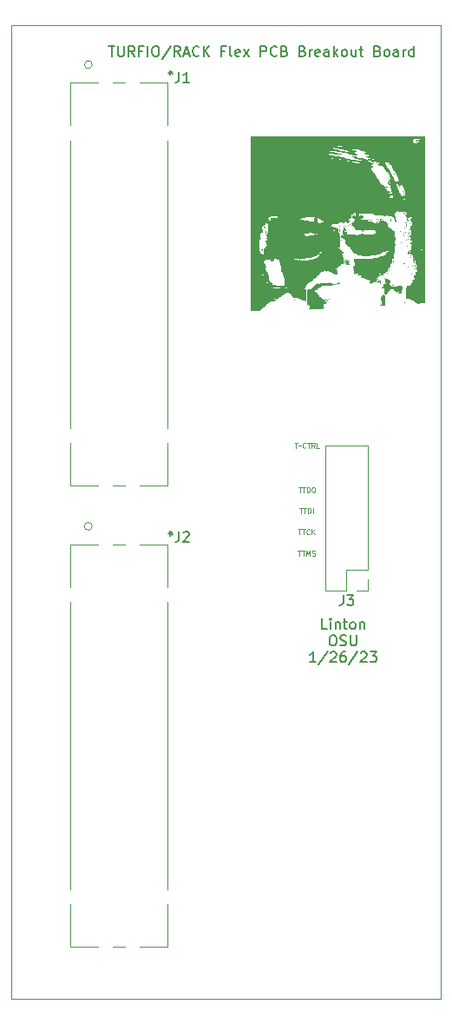
<source format=gbr>
%TF.GenerationSoftware,KiCad,Pcbnew,(6.0.6)*%
%TF.CreationDate,2023-01-26T13:55:41-05:00*%
%TF.ProjectId,TURFIO_RACK_Flex_PCB_Breakout,54555246-494f-45f5-9241-434b5f466c65,rev?*%
%TF.SameCoordinates,Original*%
%TF.FileFunction,Legend,Top*%
%TF.FilePolarity,Positive*%
%FSLAX46Y46*%
G04 Gerber Fmt 4.6, Leading zero omitted, Abs format (unit mm)*
G04 Created by KiCad (PCBNEW (6.0.6)) date 2023-01-26 13:55:41*
%MOMM*%
%LPD*%
G01*
G04 APERTURE LIST*
%TA.AperFunction,Profile*%
%ADD10C,0.100000*%
%TD*%
%ADD11C,0.125000*%
%ADD12C,0.150000*%
%ADD13C,0.300000*%
%ADD14C,0.120000*%
G04 APERTURE END LIST*
D10*
X74510000Y-51560000D02*
X116440000Y-51560000D01*
X116440000Y-51560000D02*
X116440000Y-146520000D01*
X116440000Y-146520000D02*
X74510000Y-146520000D01*
X74510000Y-146520000D02*
X74510000Y-51560000D01*
D11*
X102607619Y-98636190D02*
X102893333Y-98636190D01*
X102750476Y-99136190D02*
X102750476Y-98636190D01*
X102988571Y-98636190D02*
X103274285Y-98636190D01*
X103131428Y-99136190D02*
X103131428Y-98636190D01*
X103440952Y-99136190D02*
X103440952Y-98636190D01*
X103560000Y-98636190D01*
X103631428Y-98660000D01*
X103679047Y-98707619D01*
X103702857Y-98755238D01*
X103726666Y-98850476D01*
X103726666Y-98921904D01*
X103702857Y-99017142D01*
X103679047Y-99064761D01*
X103631428Y-99112380D01*
X103560000Y-99136190D01*
X103440952Y-99136190D01*
X103940952Y-99136190D02*
X103940952Y-98636190D01*
D12*
X105328571Y-110442380D02*
X104852380Y-110442380D01*
X104852380Y-109442380D01*
X105661904Y-110442380D02*
X105661904Y-109775714D01*
X105661904Y-109442380D02*
X105614285Y-109490000D01*
X105661904Y-109537619D01*
X105709523Y-109490000D01*
X105661904Y-109442380D01*
X105661904Y-109537619D01*
X106138095Y-109775714D02*
X106138095Y-110442380D01*
X106138095Y-109870952D02*
X106185714Y-109823333D01*
X106280952Y-109775714D01*
X106423809Y-109775714D01*
X106519047Y-109823333D01*
X106566666Y-109918571D01*
X106566666Y-110442380D01*
X106900000Y-109775714D02*
X107280952Y-109775714D01*
X107042857Y-109442380D02*
X107042857Y-110299523D01*
X107090476Y-110394761D01*
X107185714Y-110442380D01*
X107280952Y-110442380D01*
X107757142Y-110442380D02*
X107661904Y-110394761D01*
X107614285Y-110347142D01*
X107566666Y-110251904D01*
X107566666Y-109966190D01*
X107614285Y-109870952D01*
X107661904Y-109823333D01*
X107757142Y-109775714D01*
X107900000Y-109775714D01*
X107995238Y-109823333D01*
X108042857Y-109870952D01*
X108090476Y-109966190D01*
X108090476Y-110251904D01*
X108042857Y-110347142D01*
X107995238Y-110394761D01*
X107900000Y-110442380D01*
X107757142Y-110442380D01*
X108519047Y-109775714D02*
X108519047Y-110442380D01*
X108519047Y-109870952D02*
X108566666Y-109823333D01*
X108661904Y-109775714D01*
X108804761Y-109775714D01*
X108900000Y-109823333D01*
X108947619Y-109918571D01*
X108947619Y-110442380D01*
X105804761Y-111052380D02*
X105995238Y-111052380D01*
X106090476Y-111100000D01*
X106185714Y-111195238D01*
X106233333Y-111385714D01*
X106233333Y-111719047D01*
X106185714Y-111909523D01*
X106090476Y-112004761D01*
X105995238Y-112052380D01*
X105804761Y-112052380D01*
X105709523Y-112004761D01*
X105614285Y-111909523D01*
X105566666Y-111719047D01*
X105566666Y-111385714D01*
X105614285Y-111195238D01*
X105709523Y-111100000D01*
X105804761Y-111052380D01*
X106614285Y-112004761D02*
X106757142Y-112052380D01*
X106995238Y-112052380D01*
X107090476Y-112004761D01*
X107138095Y-111957142D01*
X107185714Y-111861904D01*
X107185714Y-111766666D01*
X107138095Y-111671428D01*
X107090476Y-111623809D01*
X106995238Y-111576190D01*
X106804761Y-111528571D01*
X106709523Y-111480952D01*
X106661904Y-111433333D01*
X106614285Y-111338095D01*
X106614285Y-111242857D01*
X106661904Y-111147619D01*
X106709523Y-111100000D01*
X106804761Y-111052380D01*
X107042857Y-111052380D01*
X107185714Y-111100000D01*
X107614285Y-111052380D02*
X107614285Y-111861904D01*
X107661904Y-111957142D01*
X107709523Y-112004761D01*
X107804761Y-112052380D01*
X107995238Y-112052380D01*
X108090476Y-112004761D01*
X108138095Y-111957142D01*
X108185714Y-111861904D01*
X108185714Y-111052380D01*
X104233333Y-113662380D02*
X103661904Y-113662380D01*
X103947619Y-113662380D02*
X103947619Y-112662380D01*
X103852380Y-112805238D01*
X103757142Y-112900476D01*
X103661904Y-112948095D01*
X105376190Y-112614761D02*
X104519047Y-113900476D01*
X105661904Y-112757619D02*
X105709523Y-112710000D01*
X105804761Y-112662380D01*
X106042857Y-112662380D01*
X106138095Y-112710000D01*
X106185714Y-112757619D01*
X106233333Y-112852857D01*
X106233333Y-112948095D01*
X106185714Y-113090952D01*
X105614285Y-113662380D01*
X106233333Y-113662380D01*
X107090476Y-112662380D02*
X106900000Y-112662380D01*
X106804761Y-112710000D01*
X106757142Y-112757619D01*
X106661904Y-112900476D01*
X106614285Y-113090952D01*
X106614285Y-113471904D01*
X106661904Y-113567142D01*
X106709523Y-113614761D01*
X106804761Y-113662380D01*
X106995238Y-113662380D01*
X107090476Y-113614761D01*
X107138095Y-113567142D01*
X107185714Y-113471904D01*
X107185714Y-113233809D01*
X107138095Y-113138571D01*
X107090476Y-113090952D01*
X106995238Y-113043333D01*
X106804761Y-113043333D01*
X106709523Y-113090952D01*
X106661904Y-113138571D01*
X106614285Y-113233809D01*
X108328571Y-112614761D02*
X107471428Y-113900476D01*
X108614285Y-112757619D02*
X108661904Y-112710000D01*
X108757142Y-112662380D01*
X108995238Y-112662380D01*
X109090476Y-112710000D01*
X109138095Y-112757619D01*
X109185714Y-112852857D01*
X109185714Y-112948095D01*
X109138095Y-113090952D01*
X108566666Y-113662380D01*
X109185714Y-113662380D01*
X109519047Y-112662380D02*
X110138095Y-112662380D01*
X109804761Y-113043333D01*
X109947619Y-113043333D01*
X110042857Y-113090952D01*
X110090476Y-113138571D01*
X110138095Y-113233809D01*
X110138095Y-113471904D01*
X110090476Y-113567142D01*
X110042857Y-113614761D01*
X109947619Y-113662380D01*
X109661904Y-113662380D01*
X109566666Y-113614761D01*
X109519047Y-113567142D01*
D11*
X102482857Y-102796190D02*
X102768571Y-102796190D01*
X102625714Y-103296190D02*
X102625714Y-102796190D01*
X102863809Y-102796190D02*
X103149523Y-102796190D01*
X103006666Y-103296190D02*
X103006666Y-102796190D01*
X103316190Y-103296190D02*
X103316190Y-102796190D01*
X103482857Y-103153333D01*
X103649523Y-102796190D01*
X103649523Y-103296190D01*
X103863809Y-103272380D02*
X103935238Y-103296190D01*
X104054285Y-103296190D01*
X104101904Y-103272380D01*
X104125714Y-103248571D01*
X104149523Y-103200952D01*
X104149523Y-103153333D01*
X104125714Y-103105714D01*
X104101904Y-103081904D01*
X104054285Y-103058095D01*
X103959047Y-103034285D01*
X103911428Y-103010476D01*
X103887619Y-102986666D01*
X103863809Y-102939047D01*
X103863809Y-102891428D01*
X103887619Y-102843809D01*
X103911428Y-102820000D01*
X103959047Y-102796190D01*
X104078095Y-102796190D01*
X104149523Y-102820000D01*
X102506666Y-100726190D02*
X102792380Y-100726190D01*
X102649523Y-101226190D02*
X102649523Y-100726190D01*
X102887619Y-100726190D02*
X103173333Y-100726190D01*
X103030476Y-101226190D02*
X103030476Y-100726190D01*
X103625714Y-101178571D02*
X103601904Y-101202380D01*
X103530476Y-101226190D01*
X103482857Y-101226190D01*
X103411428Y-101202380D01*
X103363809Y-101154761D01*
X103340000Y-101107142D01*
X103316190Y-101011904D01*
X103316190Y-100940476D01*
X103340000Y-100845238D01*
X103363809Y-100797619D01*
X103411428Y-100750000D01*
X103482857Y-100726190D01*
X103530476Y-100726190D01*
X103601904Y-100750000D01*
X103625714Y-100773809D01*
X103840000Y-101226190D02*
X103840000Y-100726190D01*
X104125714Y-101226190D02*
X103911428Y-100940476D01*
X104125714Y-100726190D02*
X103840000Y-101011904D01*
D12*
X84027619Y-53622380D02*
X84599047Y-53622380D01*
X84313333Y-54622380D02*
X84313333Y-53622380D01*
X84932380Y-53622380D02*
X84932380Y-54431904D01*
X84980000Y-54527142D01*
X85027619Y-54574761D01*
X85122857Y-54622380D01*
X85313333Y-54622380D01*
X85408571Y-54574761D01*
X85456190Y-54527142D01*
X85503809Y-54431904D01*
X85503809Y-53622380D01*
X86551428Y-54622380D02*
X86218095Y-54146190D01*
X85980000Y-54622380D02*
X85980000Y-53622380D01*
X86360952Y-53622380D01*
X86456190Y-53670000D01*
X86503809Y-53717619D01*
X86551428Y-53812857D01*
X86551428Y-53955714D01*
X86503809Y-54050952D01*
X86456190Y-54098571D01*
X86360952Y-54146190D01*
X85980000Y-54146190D01*
X87313333Y-54098571D02*
X86980000Y-54098571D01*
X86980000Y-54622380D02*
X86980000Y-53622380D01*
X87456190Y-53622380D01*
X87837142Y-54622380D02*
X87837142Y-53622380D01*
X88503809Y-53622380D02*
X88694285Y-53622380D01*
X88789523Y-53670000D01*
X88884761Y-53765238D01*
X88932380Y-53955714D01*
X88932380Y-54289047D01*
X88884761Y-54479523D01*
X88789523Y-54574761D01*
X88694285Y-54622380D01*
X88503809Y-54622380D01*
X88408571Y-54574761D01*
X88313333Y-54479523D01*
X88265714Y-54289047D01*
X88265714Y-53955714D01*
X88313333Y-53765238D01*
X88408571Y-53670000D01*
X88503809Y-53622380D01*
X90075238Y-53574761D02*
X89218095Y-54860476D01*
X90980000Y-54622380D02*
X90646666Y-54146190D01*
X90408571Y-54622380D02*
X90408571Y-53622380D01*
X90789523Y-53622380D01*
X90884761Y-53670000D01*
X90932380Y-53717619D01*
X90980000Y-53812857D01*
X90980000Y-53955714D01*
X90932380Y-54050952D01*
X90884761Y-54098571D01*
X90789523Y-54146190D01*
X90408571Y-54146190D01*
X91360952Y-54336666D02*
X91837142Y-54336666D01*
X91265714Y-54622380D02*
X91599047Y-53622380D01*
X91932380Y-54622380D01*
X92837142Y-54527142D02*
X92789523Y-54574761D01*
X92646666Y-54622380D01*
X92551428Y-54622380D01*
X92408571Y-54574761D01*
X92313333Y-54479523D01*
X92265714Y-54384285D01*
X92218095Y-54193809D01*
X92218095Y-54050952D01*
X92265714Y-53860476D01*
X92313333Y-53765238D01*
X92408571Y-53670000D01*
X92551428Y-53622380D01*
X92646666Y-53622380D01*
X92789523Y-53670000D01*
X92837142Y-53717619D01*
X93265714Y-54622380D02*
X93265714Y-53622380D01*
X93837142Y-54622380D02*
X93408571Y-54050952D01*
X93837142Y-53622380D02*
X93265714Y-54193809D01*
X95360952Y-54098571D02*
X95027619Y-54098571D01*
X95027619Y-54622380D02*
X95027619Y-53622380D01*
X95503809Y-53622380D01*
X96027619Y-54622380D02*
X95932380Y-54574761D01*
X95884761Y-54479523D01*
X95884761Y-53622380D01*
X96789523Y-54574761D02*
X96694285Y-54622380D01*
X96503809Y-54622380D01*
X96408571Y-54574761D01*
X96360952Y-54479523D01*
X96360952Y-54098571D01*
X96408571Y-54003333D01*
X96503809Y-53955714D01*
X96694285Y-53955714D01*
X96789523Y-54003333D01*
X96837142Y-54098571D01*
X96837142Y-54193809D01*
X96360952Y-54289047D01*
X97170476Y-54622380D02*
X97694285Y-53955714D01*
X97170476Y-53955714D02*
X97694285Y-54622380D01*
X98837142Y-54622380D02*
X98837142Y-53622380D01*
X99218095Y-53622380D01*
X99313333Y-53670000D01*
X99360952Y-53717619D01*
X99408571Y-53812857D01*
X99408571Y-53955714D01*
X99360952Y-54050952D01*
X99313333Y-54098571D01*
X99218095Y-54146190D01*
X98837142Y-54146190D01*
X100408571Y-54527142D02*
X100360952Y-54574761D01*
X100218095Y-54622380D01*
X100122857Y-54622380D01*
X99980000Y-54574761D01*
X99884761Y-54479523D01*
X99837142Y-54384285D01*
X99789523Y-54193809D01*
X99789523Y-54050952D01*
X99837142Y-53860476D01*
X99884761Y-53765238D01*
X99980000Y-53670000D01*
X100122857Y-53622380D01*
X100218095Y-53622380D01*
X100360952Y-53670000D01*
X100408571Y-53717619D01*
X101170476Y-54098571D02*
X101313333Y-54146190D01*
X101360952Y-54193809D01*
X101408571Y-54289047D01*
X101408571Y-54431904D01*
X101360952Y-54527142D01*
X101313333Y-54574761D01*
X101218095Y-54622380D01*
X100837142Y-54622380D01*
X100837142Y-53622380D01*
X101170476Y-53622380D01*
X101265714Y-53670000D01*
X101313333Y-53717619D01*
X101360952Y-53812857D01*
X101360952Y-53908095D01*
X101313333Y-54003333D01*
X101265714Y-54050952D01*
X101170476Y-54098571D01*
X100837142Y-54098571D01*
X102932380Y-54098571D02*
X103075238Y-54146190D01*
X103122857Y-54193809D01*
X103170476Y-54289047D01*
X103170476Y-54431904D01*
X103122857Y-54527142D01*
X103075238Y-54574761D01*
X102980000Y-54622380D01*
X102599047Y-54622380D01*
X102599047Y-53622380D01*
X102932380Y-53622380D01*
X103027619Y-53670000D01*
X103075238Y-53717619D01*
X103122857Y-53812857D01*
X103122857Y-53908095D01*
X103075238Y-54003333D01*
X103027619Y-54050952D01*
X102932380Y-54098571D01*
X102599047Y-54098571D01*
X103599047Y-54622380D02*
X103599047Y-53955714D01*
X103599047Y-54146190D02*
X103646666Y-54050952D01*
X103694285Y-54003333D01*
X103789523Y-53955714D01*
X103884761Y-53955714D01*
X104599047Y-54574761D02*
X104503809Y-54622380D01*
X104313333Y-54622380D01*
X104218095Y-54574761D01*
X104170476Y-54479523D01*
X104170476Y-54098571D01*
X104218095Y-54003333D01*
X104313333Y-53955714D01*
X104503809Y-53955714D01*
X104599047Y-54003333D01*
X104646666Y-54098571D01*
X104646666Y-54193809D01*
X104170476Y-54289047D01*
X105503809Y-54622380D02*
X105503809Y-54098571D01*
X105456190Y-54003333D01*
X105360952Y-53955714D01*
X105170476Y-53955714D01*
X105075238Y-54003333D01*
X105503809Y-54574761D02*
X105408571Y-54622380D01*
X105170476Y-54622380D01*
X105075238Y-54574761D01*
X105027619Y-54479523D01*
X105027619Y-54384285D01*
X105075238Y-54289047D01*
X105170476Y-54241428D01*
X105408571Y-54241428D01*
X105503809Y-54193809D01*
X105980000Y-54622380D02*
X105980000Y-53622380D01*
X106075238Y-54241428D02*
X106360952Y-54622380D01*
X106360952Y-53955714D02*
X105980000Y-54336666D01*
X106932380Y-54622380D02*
X106837142Y-54574761D01*
X106789523Y-54527142D01*
X106741904Y-54431904D01*
X106741904Y-54146190D01*
X106789523Y-54050952D01*
X106837142Y-54003333D01*
X106932380Y-53955714D01*
X107075238Y-53955714D01*
X107170476Y-54003333D01*
X107218095Y-54050952D01*
X107265714Y-54146190D01*
X107265714Y-54431904D01*
X107218095Y-54527142D01*
X107170476Y-54574761D01*
X107075238Y-54622380D01*
X106932380Y-54622380D01*
X108122857Y-53955714D02*
X108122857Y-54622380D01*
X107694285Y-53955714D02*
X107694285Y-54479523D01*
X107741904Y-54574761D01*
X107837142Y-54622380D01*
X107980000Y-54622380D01*
X108075238Y-54574761D01*
X108122857Y-54527142D01*
X108456190Y-53955714D02*
X108837142Y-53955714D01*
X108599047Y-53622380D02*
X108599047Y-54479523D01*
X108646666Y-54574761D01*
X108741904Y-54622380D01*
X108837142Y-54622380D01*
X110265714Y-54098571D02*
X110408571Y-54146190D01*
X110456190Y-54193809D01*
X110503809Y-54289047D01*
X110503809Y-54431904D01*
X110456190Y-54527142D01*
X110408571Y-54574761D01*
X110313333Y-54622380D01*
X109932380Y-54622380D01*
X109932380Y-53622380D01*
X110265714Y-53622380D01*
X110360952Y-53670000D01*
X110408571Y-53717619D01*
X110456190Y-53812857D01*
X110456190Y-53908095D01*
X110408571Y-54003333D01*
X110360952Y-54050952D01*
X110265714Y-54098571D01*
X109932380Y-54098571D01*
X111075238Y-54622380D02*
X110980000Y-54574761D01*
X110932380Y-54527142D01*
X110884761Y-54431904D01*
X110884761Y-54146190D01*
X110932380Y-54050952D01*
X110980000Y-54003333D01*
X111075238Y-53955714D01*
X111218095Y-53955714D01*
X111313333Y-54003333D01*
X111360952Y-54050952D01*
X111408571Y-54146190D01*
X111408571Y-54431904D01*
X111360952Y-54527142D01*
X111313333Y-54574761D01*
X111218095Y-54622380D01*
X111075238Y-54622380D01*
X112265714Y-54622380D02*
X112265714Y-54098571D01*
X112218095Y-54003333D01*
X112122857Y-53955714D01*
X111932380Y-53955714D01*
X111837142Y-54003333D01*
X112265714Y-54574761D02*
X112170476Y-54622380D01*
X111932380Y-54622380D01*
X111837142Y-54574761D01*
X111789523Y-54479523D01*
X111789523Y-54384285D01*
X111837142Y-54289047D01*
X111932380Y-54241428D01*
X112170476Y-54241428D01*
X112265714Y-54193809D01*
X112741904Y-54622380D02*
X112741904Y-53955714D01*
X112741904Y-54146190D02*
X112789523Y-54050952D01*
X112837142Y-54003333D01*
X112932380Y-53955714D01*
X113027619Y-53955714D01*
X113789523Y-54622380D02*
X113789523Y-53622380D01*
X113789523Y-54574761D02*
X113694285Y-54622380D01*
X113503809Y-54622380D01*
X113408571Y-54574761D01*
X113360952Y-54527142D01*
X113313333Y-54431904D01*
X113313333Y-54146190D01*
X113360952Y-54050952D01*
X113408571Y-54003333D01*
X113503809Y-53955714D01*
X113694285Y-53955714D01*
X113789523Y-54003333D01*
D11*
X102524761Y-96606190D02*
X102810476Y-96606190D01*
X102667619Y-97106190D02*
X102667619Y-96606190D01*
X102905714Y-96606190D02*
X103191428Y-96606190D01*
X103048571Y-97106190D02*
X103048571Y-96606190D01*
X103358095Y-97106190D02*
X103358095Y-96606190D01*
X103477142Y-96606190D01*
X103548571Y-96630000D01*
X103596190Y-96677619D01*
X103620000Y-96725238D01*
X103643809Y-96820476D01*
X103643809Y-96891904D01*
X103620000Y-96987142D01*
X103596190Y-97034761D01*
X103548571Y-97082380D01*
X103477142Y-97106190D01*
X103358095Y-97106190D01*
X103953333Y-96606190D02*
X104048571Y-96606190D01*
X104096190Y-96630000D01*
X104143809Y-96677619D01*
X104167619Y-96772857D01*
X104167619Y-96939523D01*
X104143809Y-97034761D01*
X104096190Y-97082380D01*
X104048571Y-97106190D01*
X103953333Y-97106190D01*
X103905714Y-97082380D01*
X103858095Y-97034761D01*
X103834285Y-96939523D01*
X103834285Y-96772857D01*
X103858095Y-96677619D01*
X103905714Y-96630000D01*
X103953333Y-96606190D01*
X102155714Y-92286190D02*
X102441428Y-92286190D01*
X102298571Y-92786190D02*
X102298571Y-92286190D01*
X102536666Y-92595714D02*
X102560476Y-92571904D01*
X102608095Y-92548095D01*
X102703333Y-92595714D01*
X102750952Y-92571904D01*
X102774761Y-92548095D01*
X103250952Y-92738571D02*
X103227142Y-92762380D01*
X103155714Y-92786190D01*
X103108095Y-92786190D01*
X103036666Y-92762380D01*
X102989047Y-92714761D01*
X102965238Y-92667142D01*
X102941428Y-92571904D01*
X102941428Y-92500476D01*
X102965238Y-92405238D01*
X102989047Y-92357619D01*
X103036666Y-92310000D01*
X103108095Y-92286190D01*
X103155714Y-92286190D01*
X103227142Y-92310000D01*
X103250952Y-92333809D01*
X103393809Y-92286190D02*
X103679523Y-92286190D01*
X103536666Y-92786190D02*
X103536666Y-92286190D01*
X104131904Y-92786190D02*
X103965238Y-92548095D01*
X103846190Y-92786190D02*
X103846190Y-92286190D01*
X104036666Y-92286190D01*
X104084285Y-92310000D01*
X104108095Y-92333809D01*
X104131904Y-92381428D01*
X104131904Y-92452857D01*
X104108095Y-92500476D01*
X104084285Y-92524285D01*
X104036666Y-92548095D01*
X103846190Y-92548095D01*
X104584285Y-92786190D02*
X104346190Y-92786190D01*
X104346190Y-92286190D01*
D13*
%TO.C,G\u002A\u002A\u002A*%
X105057428Y-70138000D02*
X104912285Y-70065428D01*
X104694571Y-70065428D01*
X104476857Y-70138000D01*
X104331714Y-70283142D01*
X104259142Y-70428285D01*
X104186571Y-70718571D01*
X104186571Y-70936285D01*
X104259142Y-71226571D01*
X104331714Y-71371714D01*
X104476857Y-71516857D01*
X104694571Y-71589428D01*
X104839714Y-71589428D01*
X105057428Y-71516857D01*
X105130000Y-71444285D01*
X105130000Y-70936285D01*
X104839714Y-70936285D01*
X106000857Y-70065428D02*
X106000857Y-70428285D01*
X105638000Y-70283142D02*
X106000857Y-70428285D01*
X106363714Y-70283142D01*
X105783142Y-70718571D02*
X106000857Y-70428285D01*
X106218571Y-70718571D01*
X107162000Y-70065428D02*
X107162000Y-70428285D01*
X106799142Y-70283142D02*
X107162000Y-70428285D01*
X107524857Y-70283142D01*
X106944285Y-70718571D02*
X107162000Y-70428285D01*
X107379714Y-70718571D01*
X108323142Y-70065428D02*
X108323142Y-70428285D01*
X107960285Y-70283142D02*
X108323142Y-70428285D01*
X108686000Y-70283142D01*
X108105428Y-70718571D02*
X108323142Y-70428285D01*
X108540857Y-70718571D01*
D12*
%TO.C,J1*%
X90866666Y-56152380D02*
X90866666Y-56866666D01*
X90819047Y-57009523D01*
X90723809Y-57104761D01*
X90580952Y-57152380D01*
X90485714Y-57152380D01*
X91866666Y-57152380D02*
X91295238Y-57152380D01*
X91580952Y-57152380D02*
X91580952Y-56152380D01*
X91485714Y-56295238D01*
X91390476Y-56390476D01*
X91295238Y-56438095D01*
X89852380Y-56200000D02*
X90090476Y-56200000D01*
X89995238Y-56438095D02*
X90090476Y-56200000D01*
X89995238Y-55961904D01*
X90280952Y-56342857D02*
X90090476Y-56200000D01*
X90280952Y-56057142D01*
%TO.C,J2*%
X90866666Y-100952380D02*
X90866666Y-101666666D01*
X90819047Y-101809523D01*
X90723809Y-101904761D01*
X90580952Y-101952380D01*
X90485714Y-101952380D01*
X91295238Y-101047619D02*
X91342857Y-101000000D01*
X91438095Y-100952380D01*
X91676190Y-100952380D01*
X91771428Y-101000000D01*
X91819047Y-101047619D01*
X91866666Y-101142857D01*
X91866666Y-101238095D01*
X91819047Y-101380952D01*
X91247619Y-101952380D01*
X91866666Y-101952380D01*
X89852380Y-101100000D02*
X90090476Y-101100000D01*
X89995238Y-101338095D02*
X90090476Y-101100000D01*
X89995238Y-100861904D01*
X90280952Y-101242857D02*
X90090476Y-101100000D01*
X90280952Y-100957142D01*
%TO.C,J3*%
X106896666Y-107142380D02*
X106896666Y-107856666D01*
X106849047Y-107999523D01*
X106753809Y-108094761D01*
X106610952Y-108142380D01*
X106515714Y-108142380D01*
X107277619Y-107142380D02*
X107896666Y-107142380D01*
X107563333Y-107523333D01*
X107706190Y-107523333D01*
X107801428Y-107570952D01*
X107849047Y-107618571D01*
X107896666Y-107713809D01*
X107896666Y-107951904D01*
X107849047Y-108047142D01*
X107801428Y-108094761D01*
X107706190Y-108142380D01*
X107420476Y-108142380D01*
X107325238Y-108094761D01*
X107277619Y-108047142D01*
%TO.C,G\u002A\u002A\u002A*%
G36*
X98865298Y-72289843D02*
G01*
X98869695Y-72357998D01*
X98865298Y-72373067D01*
X98853147Y-72377249D01*
X98848507Y-72331455D01*
X98853738Y-72284196D01*
X98865298Y-72289843D01*
G37*
G36*
X98900034Y-72023525D02*
G01*
X98905541Y-72120531D01*
X98900034Y-72173329D01*
X98891801Y-72189104D01*
X98886578Y-72147280D01*
X98885607Y-72098427D01*
X98888204Y-72026427D01*
X98894844Y-72006662D01*
X98900034Y-72023525D01*
G37*
G36*
X108072805Y-64345347D02*
G01*
X108211722Y-64348386D01*
X108287873Y-64354079D01*
X108305037Y-64362989D01*
X108270854Y-64374778D01*
X108178263Y-64402053D01*
X108141729Y-64424714D01*
X108164606Y-64438923D01*
X108212299Y-64441809D01*
X108276634Y-64450361D01*
X108288143Y-64482288D01*
X108283648Y-64496494D01*
X108280369Y-64520146D01*
X108299487Y-64534718D01*
X108351544Y-64541349D01*
X108447083Y-64541174D01*
X108596647Y-64535330D01*
X108629628Y-64533786D01*
X108776823Y-64528802D01*
X108895864Y-64528563D01*
X108973368Y-64532843D01*
X108996593Y-64539980D01*
X108965580Y-64549922D01*
X108881377Y-64562898D01*
X108757240Y-64577709D01*
X108606423Y-64593155D01*
X108442182Y-64608037D01*
X108277771Y-64621156D01*
X108126446Y-64631313D01*
X108001461Y-64637307D01*
X107916072Y-64637939D01*
X107914679Y-64637881D01*
X107864400Y-64633382D01*
X107869637Y-64624371D01*
X107934767Y-64607619D01*
X107964614Y-64601040D01*
X108092180Y-64570811D01*
X108155580Y-64548085D01*
X108156489Y-64530495D01*
X108096585Y-64515673D01*
X108031193Y-64507012D01*
X107949493Y-64495221D01*
X107919271Y-64485510D01*
X107941611Y-64480524D01*
X108005657Y-64467068D01*
X108014362Y-64444164D01*
X107976138Y-64421552D01*
X107899400Y-64408974D01*
X107879425Y-64408519D01*
X107803197Y-64400025D01*
X107765685Y-64379182D01*
X107764876Y-64375229D01*
X107796469Y-64359525D01*
X107884760Y-64349181D01*
X108020010Y-64345141D01*
X108072805Y-64345347D01*
G37*
G36*
X112725033Y-68153604D02*
G01*
X112708388Y-68170249D01*
X112691743Y-68153604D01*
X112708388Y-68136959D01*
X112725033Y-68153604D01*
G37*
G36*
X99198340Y-73241372D02*
G01*
X99193770Y-73261162D01*
X99176147Y-73263565D01*
X99148746Y-73251385D01*
X99153954Y-73241372D01*
X99193461Y-73237388D01*
X99198340Y-73241372D01*
G37*
G36*
X113712480Y-75252621D02*
G01*
X113716877Y-75320777D01*
X113712480Y-75335845D01*
X113700329Y-75340027D01*
X113695689Y-75294233D01*
X113700921Y-75246974D01*
X113712480Y-75252621D01*
G37*
G36*
X113347194Y-72606094D02*
G01*
X113352371Y-72690524D01*
X113347194Y-72722608D01*
X113337545Y-72732969D01*
X113332292Y-72686938D01*
X113331970Y-72664351D01*
X113335441Y-72603787D01*
X113344082Y-72596649D01*
X113347194Y-72606094D01*
G37*
G36*
X113790302Y-75577195D02*
G01*
X113773657Y-75593840D01*
X113757012Y-75577195D01*
X113773657Y-75560550D01*
X113790302Y-75577195D01*
G37*
G36*
X111226999Y-67254784D02*
G01*
X111210354Y-67271428D01*
X111193709Y-67254784D01*
X111210354Y-67238139D01*
X111226999Y-67254784D01*
G37*
G36*
X113790302Y-75710354D02*
G01*
X113773657Y-75726999D01*
X113757012Y-75710354D01*
X113773657Y-75693709D01*
X113790302Y-75710354D01*
G37*
G36*
X104701261Y-75785621D02*
G01*
X104702228Y-75793578D01*
X104676896Y-75825900D01*
X104668939Y-75826868D01*
X104636616Y-75801535D01*
X104635649Y-75793578D01*
X104660982Y-75761256D01*
X104668939Y-75760288D01*
X104701261Y-75785621D01*
G37*
G36*
X105234863Y-79172477D02*
G01*
X105218218Y-79189122D01*
X105201573Y-79172477D01*
X105218218Y-79155832D01*
X105234863Y-79172477D01*
G37*
G36*
X112325557Y-76942071D02*
G01*
X112308912Y-76958716D01*
X112292268Y-76942071D01*
X112308912Y-76925426D01*
X112325557Y-76942071D01*
G37*
G36*
X108708846Y-64428714D02*
G01*
X108790062Y-64435572D01*
X108829168Y-64447543D01*
X108830140Y-64450131D01*
X108799635Y-64462309D01*
X108719210Y-64471198D01*
X108605506Y-64475056D01*
X108591569Y-64475098D01*
X108479302Y-64472121D01*
X108402496Y-64464259D01*
X108375651Y-64453117D01*
X108376767Y-64451324D01*
X108419479Y-64438274D01*
X108502859Y-64430119D01*
X108606213Y-64426914D01*
X108708846Y-64428714D01*
G37*
G36*
X113284983Y-75122289D02*
G01*
X113290957Y-75159110D01*
X113275671Y-75222838D01*
X113257667Y-75244299D01*
X113232982Y-75232513D01*
X113224378Y-75179684D01*
X113235533Y-75116189D01*
X113257667Y-75094495D01*
X113284983Y-75122289D01*
G37*
G36*
X112956706Y-72788385D02*
G01*
X112958061Y-72797510D01*
X112946703Y-72829934D01*
X112943380Y-72830799D01*
X112914959Y-72807472D01*
X112908126Y-72797510D01*
X112910765Y-72766834D01*
X112922806Y-72764220D01*
X112956706Y-72788385D01*
G37*
G36*
X110993971Y-70650328D02*
G01*
X110977327Y-70666972D01*
X110960682Y-70650328D01*
X110977327Y-70633683D01*
X110993971Y-70650328D01*
G37*
G36*
X113304893Y-71195267D02*
G01*
X113313148Y-71265012D01*
X113313150Y-71266186D01*
X113310535Y-71344338D01*
X113300531Y-71360375D01*
X113279899Y-71318631D01*
X113277874Y-71313398D01*
X113259023Y-71233484D01*
X113266752Y-71178279D01*
X113285409Y-71166317D01*
X113304893Y-71195267D01*
G37*
G36*
X109085365Y-70012276D02*
G01*
X109080795Y-70032067D01*
X109063172Y-70034469D01*
X109035771Y-70022289D01*
X109040979Y-70012276D01*
X109080486Y-70008292D01*
X109085365Y-70012276D01*
G37*
G36*
X104824290Y-78001791D02*
G01*
X104828274Y-78041298D01*
X104824290Y-78046177D01*
X104804500Y-78041608D01*
X104802097Y-78023984D01*
X104814277Y-77996583D01*
X104824290Y-78001791D01*
G37*
G36*
X113623853Y-78739712D02*
G01*
X113607209Y-78756356D01*
X113590564Y-78739712D01*
X113607209Y-78723067D01*
X113623853Y-78739712D01*
G37*
G36*
X106433290Y-75976671D02*
G01*
X106416645Y-75993316D01*
X106400000Y-75976671D01*
X106416645Y-75960026D01*
X106433290Y-75976671D01*
G37*
G36*
X106332066Y-75950902D02*
G01*
X106333421Y-75960026D01*
X106322063Y-75992450D01*
X106318741Y-75993316D01*
X106290319Y-75969989D01*
X106283487Y-75960026D01*
X106286126Y-75929350D01*
X106298167Y-75926736D01*
X106332066Y-75950902D01*
G37*
G36*
X113473300Y-70655739D02*
G01*
X113469444Y-70683617D01*
X113436768Y-70727669D01*
X113420554Y-70733552D01*
X113394164Y-70706536D01*
X113390826Y-70683617D01*
X113416938Y-70639471D01*
X113439716Y-70633683D01*
X113473300Y-70655739D01*
G37*
G36*
X107710924Y-64253466D02*
G01*
X107731586Y-64275360D01*
X107703097Y-64300385D01*
X107648362Y-64308650D01*
X107585800Y-64297255D01*
X107565138Y-64275360D01*
X107593627Y-64250336D01*
X107648362Y-64242071D01*
X107710924Y-64253466D01*
G37*
G36*
X111805188Y-77269538D02*
G01*
X111784792Y-77241677D01*
X111762737Y-77231904D01*
X111770334Y-77266645D01*
X111770900Y-77315385D01*
X111724719Y-77319289D01*
X111658259Y-77290806D01*
X111555869Y-77266140D01*
X111467423Y-77303525D01*
X111400873Y-77398700D01*
X111386917Y-77436149D01*
X111346696Y-77530589D01*
X111301569Y-77568109D01*
X111282048Y-77569484D01*
X111239358Y-77579084D01*
X111237945Y-77629432D01*
X111240968Y-77642346D01*
X111244670Y-77709362D01*
X111229277Y-77739614D01*
X111204890Y-77724430D01*
X111186204Y-77661860D01*
X111184548Y-77650108D01*
X111175985Y-77589452D01*
X111170865Y-77587642D01*
X111166995Y-77648031D01*
X111165747Y-77678883D01*
X111154179Y-77773735D01*
X111123491Y-77821082D01*
X111093762Y-77833912D01*
X111022096Y-77824736D01*
X110994905Y-77796183D01*
X110968722Y-77767407D01*
X110961694Y-77782634D01*
X110944289Y-77821389D01*
X110934828Y-77824246D01*
X110919105Y-77794368D01*
X110908146Y-77718364D01*
X110905559Y-77666120D01*
X110904959Y-77639189D01*
X111027261Y-77639189D01*
X111044642Y-77684736D01*
X111060551Y-77691088D01*
X111092888Y-77667195D01*
X111093840Y-77659763D01*
X111069642Y-77614677D01*
X111060551Y-77607864D01*
X111032051Y-77615410D01*
X111027261Y-77639189D01*
X110904959Y-77639189D01*
X110901759Y-77495653D01*
X110897435Y-77380785D01*
X110890116Y-77310563D01*
X110877333Y-77274036D01*
X110856617Y-77260252D01*
X110825497Y-77258259D01*
X110813601Y-77258322D01*
X110712511Y-77245279D01*
X110647113Y-77213014D01*
X110625235Y-77171826D01*
X110635134Y-77158453D01*
X110760944Y-77158453D01*
X110788909Y-77185239D01*
X110829488Y-77191743D01*
X111559895Y-77191743D01*
X111586992Y-77220958D01*
X111611795Y-77225033D01*
X111646251Y-77208894D01*
X111643120Y-77191743D01*
X111600560Y-77159723D01*
X111591220Y-77158453D01*
X111560792Y-77183845D01*
X111559895Y-77191743D01*
X110829488Y-77191743D01*
X110875518Y-77178928D01*
X110877458Y-77158453D01*
X110829292Y-77127823D01*
X110808914Y-77125164D01*
X110765889Y-77143777D01*
X110760944Y-77158453D01*
X110635134Y-77158453D01*
X110654706Y-77132014D01*
X110702687Y-77112402D01*
X110752293Y-77092524D01*
X110742285Y-77068367D01*
X110727654Y-77057574D01*
X110706651Y-77036693D01*
X110742403Y-77038695D01*
X110769266Y-77044537D01*
X110825001Y-77053818D01*
X110851754Y-77037157D01*
X110852267Y-77033617D01*
X110941834Y-77033617D01*
X110948630Y-77082625D01*
X110963627Y-77091874D01*
X110993109Y-77066454D01*
X110993971Y-77058584D01*
X110993971Y-77008650D01*
X110979811Y-76982845D01*
X110953847Y-77000805D01*
X110941834Y-77033617D01*
X110852267Y-77033617D01*
X110860156Y-76979212D01*
X110860813Y-76912390D01*
X110867695Y-76820445D01*
X110885326Y-76766009D01*
X110896067Y-76758978D01*
X110918331Y-76776835D01*
X110914909Y-76785534D01*
X110915656Y-76833326D01*
X110927556Y-76859112D01*
X110957169Y-76886289D01*
X110999214Y-76866513D01*
X111023156Y-76845917D01*
X111069070Y-76784734D01*
X111062214Y-76713850D01*
X111058478Y-76703592D01*
X111038269Y-76616693D01*
X111027707Y-76505410D01*
X111027261Y-76480506D01*
X111013639Y-76359643D01*
X110975130Y-76290731D01*
X110915267Y-76279574D01*
X110906691Y-76282441D01*
X110866474Y-76278701D01*
X110860813Y-76263195D01*
X110888660Y-76233267D01*
X110927392Y-76226343D01*
X110981487Y-76212402D01*
X110993971Y-76193054D01*
X111013705Y-76160680D01*
X111019691Y-76159764D01*
X111042189Y-76189720D01*
X111068276Y-76267169D01*
X111093742Y-76373484D01*
X111114376Y-76490036D01*
X111125968Y-76598199D01*
X111127130Y-76635116D01*
X111135969Y-76715748D01*
X111158047Y-76757289D01*
X111164255Y-76758978D01*
X111184995Y-76731107D01*
X111185424Y-76687066D01*
X111308714Y-76687066D01*
X111311632Y-76765792D01*
X111330739Y-76852228D01*
X111355750Y-76908781D01*
X111371455Y-76905677D01*
X111383561Y-76857843D01*
X111389901Y-76787112D01*
X111388310Y-76715317D01*
X111379383Y-76670474D01*
X111345349Y-76639143D01*
X111325154Y-76643523D01*
X111308714Y-76687066D01*
X111185424Y-76687066D01*
X111185834Y-76645022D01*
X111179350Y-76582648D01*
X111170488Y-76440630D01*
X111182993Y-76341771D01*
X111215335Y-76295294D01*
X111227444Y-76292923D01*
X111241673Y-76319547D01*
X111236515Y-76359997D01*
X111233542Y-76407918D01*
X111270275Y-76407321D01*
X111275419Y-76405411D01*
X111318557Y-76402924D01*
X111321043Y-76430867D01*
X111329696Y-76475746D01*
X111343513Y-76483139D01*
X111367666Y-76462492D01*
X111367021Y-76440543D01*
X111371868Y-76397593D01*
X111410156Y-76406875D01*
X111458392Y-76449548D01*
X111490274Y-76498801D01*
X111495859Y-76565873D01*
X111480910Y-76659426D01*
X111465240Y-76793228D01*
X111474318Y-76902532D01*
X111505442Y-76973071D01*
X111543885Y-76992005D01*
X111587733Y-77012848D01*
X111593185Y-77030299D01*
X111623827Y-77044735D01*
X111706201Y-77051558D01*
X111825978Y-77051453D01*
X111968830Y-77045104D01*
X112120429Y-77033196D01*
X112266446Y-77016415D01*
X112392553Y-76995443D01*
X112412655Y-76991137D01*
X112528490Y-76975146D01*
X112608488Y-76984045D01*
X112616248Y-76987677D01*
X112659528Y-77041033D01*
X112697398Y-77134832D01*
X112722854Y-77242956D01*
X112728893Y-77339289D01*
X112721076Y-77378626D01*
X112703548Y-77411629D01*
X112695747Y-77385730D01*
X112694083Y-77347904D01*
X112684663Y-77281718D01*
X112665037Y-77273396D01*
X112640846Y-77316138D01*
X112617728Y-77403143D01*
X112609972Y-77449328D01*
X112588232Y-77592722D01*
X112568973Y-77681698D01*
X112545619Y-77727800D01*
X112511595Y-77742570D01*
X112460324Y-77737552D01*
X112447156Y-77735140D01*
X112363129Y-77711457D01*
X112308912Y-77682157D01*
X112303741Y-77661211D01*
X112350525Y-77666797D01*
X112412219Y-77673609D01*
X112415719Y-77651294D01*
X112361826Y-77601586D01*
X112300178Y-77557929D01*
X112202174Y-77494077D01*
X112150290Y-77466621D01*
X112136407Y-77473348D01*
X112152405Y-77512044D01*
X112155876Y-77518599D01*
X112184557Y-77599859D01*
X112189771Y-77647287D01*
X112182407Y-77682437D01*
X112168965Y-77661959D01*
X112107971Y-77574696D01*
X112005266Y-77490742D01*
X111938299Y-77452973D01*
X111867449Y-77400926D01*
X111832582Y-77342746D01*
X111940414Y-77342746D01*
X111974056Y-77375895D01*
X112036636Y-77417888D01*
X112054193Y-77416661D01*
X112025950Y-77374836D01*
X111973727Y-77333290D01*
X111946973Y-77325960D01*
X111940414Y-77342746D01*
X111832582Y-77342746D01*
X111831711Y-77341293D01*
X111805188Y-77269538D01*
G37*
G36*
X107021407Y-71044255D02*
G01*
X107016837Y-71064046D01*
X106999214Y-71066448D01*
X106971813Y-71054268D01*
X106977021Y-71044255D01*
X107016528Y-71040271D01*
X107021407Y-71044255D01*
G37*
G36*
X99903637Y-78547542D02*
G01*
X99908519Y-78571299D01*
X99897548Y-78619397D01*
X99868723Y-78604978D01*
X99860006Y-78592208D01*
X99864181Y-78549454D01*
X99874687Y-78540309D01*
X99903637Y-78547542D01*
G37*
G36*
X111392780Y-65156731D02*
G01*
X111414248Y-65198589D01*
X111399488Y-65207470D01*
X111350696Y-65182971D01*
X111342144Y-65171966D01*
X111329682Y-65128629D01*
X111355516Y-65125074D01*
X111392780Y-65156731D01*
G37*
G36*
X109895413Y-65557012D02*
G01*
X109878768Y-65573657D01*
X109862123Y-65557012D01*
X109878768Y-65540367D01*
X109895413Y-65557012D01*
G37*
G36*
X98865991Y-72724689D02*
G01*
X98869960Y-72776716D01*
X98863363Y-72788494D01*
X98848233Y-72778566D01*
X98845879Y-72744801D01*
X98854009Y-72709280D01*
X98865991Y-72724689D01*
G37*
G36*
X113390826Y-74245609D02*
G01*
X113374181Y-74262254D01*
X113357536Y-74245609D01*
X113374181Y-74228965D01*
X113390826Y-74245609D01*
G37*
G36*
X103406757Y-77254833D02*
G01*
X103426156Y-77319066D01*
X103425405Y-77347815D01*
X103404594Y-77333871D01*
X103391400Y-77306970D01*
X103374097Y-77237778D01*
X103372753Y-77213988D01*
X103384087Y-77210525D01*
X103406757Y-77254833D01*
G37*
G36*
X106566448Y-71116383D02*
G01*
X106598468Y-71158942D01*
X106599738Y-71168282D01*
X106574347Y-71198710D01*
X106566448Y-71199607D01*
X106537233Y-71172510D01*
X106533159Y-71147708D01*
X106549297Y-71113251D01*
X106566448Y-71116383D01*
G37*
G36*
X112759582Y-67796804D02*
G01*
X112770361Y-67820708D01*
X112771053Y-67863573D01*
X112757278Y-67870642D01*
X112728666Y-67843663D01*
X112725033Y-67820708D01*
X112732155Y-67776292D01*
X112738116Y-67770773D01*
X112759582Y-67796804D01*
G37*
G36*
X104668939Y-77807601D02*
G01*
X104652294Y-77824246D01*
X104635649Y-77807601D01*
X104652294Y-77790957D01*
X104668939Y-77807601D01*
G37*
G36*
X98998602Y-71976365D02*
G01*
X99002586Y-72015872D01*
X98998602Y-72020751D01*
X98978812Y-72016182D01*
X98976409Y-71998558D01*
X98988589Y-71971157D01*
X98998602Y-71976365D01*
G37*
G36*
X107465269Y-71182962D02*
G01*
X107448624Y-71199607D01*
X107431979Y-71182962D01*
X107448624Y-71166317D01*
X107465269Y-71182962D01*
G37*
G36*
X106688511Y-71144124D02*
G01*
X106692495Y-71183631D01*
X106688511Y-71188510D01*
X106668720Y-71183941D01*
X106666317Y-71166317D01*
X106678498Y-71138916D01*
X106688511Y-71144124D01*
G37*
G36*
X110151181Y-76786025D02*
G01*
X110155150Y-76838053D01*
X110148553Y-76849831D01*
X110133423Y-76839902D01*
X110131069Y-76806138D01*
X110139199Y-76770617D01*
X110151181Y-76786025D01*
G37*
G36*
X107062037Y-74122769D02*
G01*
X107065793Y-74145740D01*
X107047818Y-74190041D01*
X107032504Y-74195675D01*
X107002970Y-74168712D01*
X106999214Y-74145740D01*
X107017189Y-74101440D01*
X107032504Y-74095806D01*
X107062037Y-74122769D01*
G37*
G36*
X113387193Y-74389102D02*
G01*
X113390826Y-74412058D01*
X113383704Y-74456473D01*
X113377743Y-74461992D01*
X113356277Y-74435961D01*
X113345498Y-74412058D01*
X113344806Y-74369192D01*
X113358581Y-74362123D01*
X113387193Y-74389102D01*
G37*
G36*
X113612410Y-75847262D02*
G01*
X113607209Y-75860157D01*
X113577294Y-75891915D01*
X113571954Y-75893447D01*
X113557656Y-75867691D01*
X113557274Y-75860157D01*
X113582866Y-75828147D01*
X113592528Y-75826868D01*
X113612410Y-75847262D01*
G37*
G36*
X100364025Y-74422461D02*
G01*
X100367994Y-74474488D01*
X100361397Y-74486266D01*
X100346267Y-74476337D01*
X100343913Y-74442573D01*
X100352043Y-74407052D01*
X100364025Y-74422461D01*
G37*
G36*
X103344678Y-78706422D02*
G01*
X103366889Y-78629762D01*
X103403476Y-78606553D01*
X103450868Y-78578879D01*
X103464174Y-78548296D01*
X103457351Y-78499569D01*
X103439663Y-78490039D01*
X103405389Y-78513938D01*
X103403932Y-78523329D01*
X103383470Y-78555696D01*
X103377237Y-78556619D01*
X103367151Y-78525554D01*
X103359165Y-78441201D01*
X103353313Y-78316815D01*
X103349630Y-78165654D01*
X103348151Y-78000976D01*
X103348910Y-77836039D01*
X103351943Y-77684100D01*
X103357285Y-77558416D01*
X103364969Y-77472245D01*
X103374304Y-77439153D01*
X103385360Y-77441546D01*
X103394101Y-77468827D01*
X103400957Y-77528238D01*
X103406357Y-77627022D01*
X103410733Y-77772421D01*
X103414512Y-77971677D01*
X103417239Y-78162647D01*
X103422217Y-78277970D01*
X103432281Y-78372710D01*
X103444929Y-78437557D01*
X103457661Y-78463199D01*
X103467977Y-78440323D01*
X103473122Y-78370751D01*
X103478052Y-78193346D01*
X103483280Y-78014281D01*
X103550633Y-78014281D01*
X103555157Y-78026284D01*
X103587294Y-78055802D01*
X103603019Y-78022182D01*
X103603670Y-78005375D01*
X103587291Y-77971088D01*
X103569837Y-77974385D01*
X103550633Y-78014281D01*
X103483280Y-78014281D01*
X103483582Y-78003926D01*
X103487311Y-77881123D01*
X103550633Y-77881123D01*
X103555157Y-77893126D01*
X103587294Y-77922644D01*
X103603019Y-77889024D01*
X103603670Y-77872216D01*
X103587291Y-77837929D01*
X103569837Y-77841227D01*
X103550633Y-77881123D01*
X103487311Y-77881123D01*
X103489297Y-77815732D01*
X103492834Y-77703633D01*
X103549640Y-77703633D01*
X103554525Y-77758526D01*
X103555849Y-77761086D01*
X103597215Y-77790752D01*
X103629351Y-77765608D01*
X103633641Y-77732700D01*
X103621978Y-77655072D01*
X103606672Y-77591219D01*
X103589934Y-77539861D01*
X103578075Y-77543239D01*
X103562925Y-77606343D01*
X103560204Y-77619605D01*
X103549640Y-77703633D01*
X103492834Y-77703633D01*
X103494779Y-77642010D01*
X103499609Y-77496001D01*
X103503372Y-77390948D01*
X103505552Y-77341546D01*
X103514534Y-77318245D01*
X103533677Y-77359387D01*
X103541631Y-77385420D01*
X103576502Y-77456978D01*
X103615568Y-77480046D01*
X103642847Y-77452978D01*
X103645675Y-77396134D01*
X103657664Y-77337369D01*
X103686349Y-77324902D01*
X103717337Y-77342687D01*
X103726390Y-77404746D01*
X103723293Y-77462428D01*
X103722143Y-77573934D01*
X103734242Y-77672735D01*
X103738014Y-77687133D01*
X103764396Y-77774312D01*
X103770095Y-77674443D01*
X103771366Y-77624508D01*
X103875243Y-77624508D01*
X103880475Y-77671767D01*
X103892034Y-77666120D01*
X103894719Y-77624508D01*
X103969856Y-77624508D01*
X103995189Y-77656831D01*
X104003146Y-77657798D01*
X104035468Y-77632465D01*
X104036435Y-77624508D01*
X104011103Y-77592186D01*
X104003146Y-77591219D01*
X103970823Y-77616551D01*
X103969856Y-77624508D01*
X103894719Y-77624508D01*
X103896431Y-77597965D01*
X103892034Y-77582896D01*
X103879884Y-77578714D01*
X103875243Y-77624508D01*
X103771366Y-77624508D01*
X103772484Y-77580596D01*
X103772248Y-77526604D01*
X103969856Y-77526604D01*
X103995248Y-77557033D01*
X104003146Y-77557929D01*
X104032361Y-77530833D01*
X104036435Y-77506030D01*
X104020297Y-77471573D01*
X104003146Y-77474705D01*
X103971126Y-77517264D01*
X103969856Y-77526604D01*
X103772248Y-77526604D01*
X103771951Y-77458450D01*
X103770698Y-77403163D01*
X103774173Y-77301547D01*
X103788642Y-77229390D01*
X103801150Y-77209783D01*
X103827119Y-77205007D01*
X103839389Y-77239553D01*
X103840332Y-77324423D01*
X103837809Y-77379797D01*
X103844094Y-77459520D01*
X103867078Y-77506179D01*
X103867726Y-77506597D01*
X103893123Y-77507695D01*
X103906436Y-77465875D01*
X103908442Y-77393446D01*
X103969856Y-77393446D01*
X103995248Y-77423874D01*
X104003146Y-77424771D01*
X104032361Y-77397674D01*
X104036435Y-77372871D01*
X104020297Y-77338415D01*
X104003146Y-77341546D01*
X103971126Y-77384106D01*
X103969856Y-77393446D01*
X103908442Y-77393446D01*
X103909019Y-77372597D01*
X103905101Y-77270804D01*
X103911119Y-77163320D01*
X103951339Y-77083662D01*
X103985368Y-77046099D01*
X104054381Y-76988342D01*
X104110927Y-76959470D01*
X104117564Y-76958716D01*
X104158313Y-76930347D01*
X104183264Y-76875491D01*
X104211424Y-76814476D01*
X104245550Y-76791759D01*
X104268411Y-76815555D01*
X104270522Y-76833879D01*
X104285948Y-76847221D01*
X104315804Y-76817235D01*
X104367708Y-76765409D01*
X104397188Y-76773285D01*
X104402621Y-76808912D01*
X104420597Y-76853213D01*
X104435911Y-76858847D01*
X104465445Y-76831883D01*
X104469201Y-76808912D01*
X104486515Y-76763614D01*
X104534319Y-76774394D01*
X104567296Y-76800590D01*
X104598297Y-76825550D01*
X104589551Y-76802220D01*
X104588634Y-76800590D01*
X104592247Y-76772805D01*
X104649584Y-76760370D01*
X104700264Y-76758978D01*
X104795542Y-76749372D01*
X104835245Y-76722242D01*
X104835897Y-76717366D01*
X104845275Y-76696968D01*
X104865827Y-76722216D01*
X104917424Y-76752234D01*
X104948142Y-76748382D01*
X104988966Y-76742256D01*
X104993113Y-76751853D01*
X105010124Y-76780973D01*
X105018480Y-76783945D01*
X105049100Y-76766271D01*
X105051770Y-76750655D01*
X105078589Y-76713801D01*
X105101704Y-76709043D01*
X105139316Y-76735311D01*
X105141224Y-76783945D01*
X105146201Y-76841910D01*
X105166191Y-76858847D01*
X105193581Y-76830588D01*
X105199959Y-76791987D01*
X105272635Y-76791987D01*
X105281776Y-76846333D01*
X105309110Y-76883180D01*
X105342481Y-76864413D01*
X105352914Y-76842202D01*
X105434601Y-76842202D01*
X105452576Y-76886503D01*
X105467890Y-76892136D01*
X105497424Y-76865173D01*
X105501180Y-76842202D01*
X105601049Y-76842202D01*
X105618470Y-76886511D01*
X105633294Y-76892136D01*
X105651610Y-76867735D01*
X105646377Y-76842202D01*
X105622748Y-76798400D01*
X105614132Y-76792267D01*
X105602495Y-76819451D01*
X105601049Y-76842202D01*
X105501180Y-76842202D01*
X105483204Y-76797901D01*
X105467890Y-76792267D01*
X105438356Y-76819230D01*
X105434601Y-76842202D01*
X105352914Y-76842202D01*
X105363827Y-76818967D01*
X105341944Y-76786164D01*
X105295448Y-76763035D01*
X105272635Y-76791987D01*
X105199959Y-76791987D01*
X105201573Y-76782220D01*
X105212152Y-76729679D01*
X105256538Y-76707162D01*
X105318157Y-76702289D01*
X105401056Y-76707848D01*
X105450647Y-76725808D01*
X105453280Y-76728981D01*
X105496721Y-76750649D01*
X105568679Y-76758978D01*
X105637181Y-76749175D01*
X105649182Y-76716795D01*
X105647669Y-76712410D01*
X105652637Y-76657805D01*
X105667599Y-76642482D01*
X105704968Y-76649217D01*
X105722752Y-76685477D01*
X105771908Y-76743838D01*
X105881301Y-76779729D01*
X106048182Y-76792261D01*
X106052656Y-76792267D01*
X106137350Y-76802894D01*
X106185770Y-76828946D01*
X106185074Y-76861678D01*
X106171121Y-76872928D01*
X106120471Y-76887139D01*
X106033637Y-76898559D01*
X106012452Y-76900195D01*
X105924416Y-76912761D01*
X105868226Y-76933062D01*
X105862596Y-76938288D01*
X105818328Y-76956280D01*
X105735601Y-76963737D01*
X105712792Y-76963429D01*
X105496683Y-76954146D01*
X105343609Y-76942995D01*
X105250044Y-76929638D01*
X105214087Y-76915747D01*
X105174259Y-76915744D01*
X105137695Y-76939626D01*
X105084337Y-76979401D01*
X105060092Y-76989633D01*
X105026802Y-76995382D01*
X104991667Y-77000259D01*
X104914988Y-77008115D01*
X104892108Y-77010235D01*
X104765558Y-77046940D01*
X104703166Y-77098405D01*
X104657908Y-77149099D01*
X104634181Y-77149850D01*
X104615469Y-77110466D01*
X104596266Y-77076273D01*
X104576878Y-77092489D01*
X104550114Y-77160401D01*
X104509884Y-77274967D01*
X104476934Y-77191743D01*
X104456019Y-77145968D01*
X104440949Y-77146347D01*
X104424402Y-77200318D01*
X104411414Y-77258322D01*
X104390613Y-77345879D01*
X104375235Y-77375724D01*
X104358211Y-77355545D01*
X104346712Y-77328698D01*
X104314579Y-77249271D01*
X104271116Y-77354201D01*
X104239504Y-77421264D01*
X104215247Y-77433477D01*
X104184691Y-77400379D01*
X104152621Y-77365087D01*
X104133304Y-77382576D01*
X104118782Y-77433059D01*
X104108345Y-77531357D01*
X104128687Y-77596846D01*
X104174428Y-77615576D01*
X104187780Y-77611879D01*
X104239513Y-77618901D01*
X104254078Y-77641714D01*
X104285846Y-77738195D01*
X104306216Y-77777369D01*
X104321872Y-77766007D01*
X104335697Y-77724377D01*
X104352033Y-77676187D01*
X104364422Y-77680173D01*
X104379906Y-77742311D01*
X104384754Y-77765989D01*
X104408359Y-77841346D01*
X104437302Y-77887745D01*
X104461024Y-77893743D01*
X104469201Y-77857536D01*
X104479990Y-77819557D01*
X104504974Y-77831492D01*
X104533074Y-77881659D01*
X104550751Y-77943543D01*
X104577886Y-78027754D01*
X104615296Y-78046615D01*
X104616892Y-78046046D01*
X104661198Y-78060425D01*
X104700372Y-78116429D01*
X104732696Y-78172435D01*
X104758662Y-78171276D01*
X104770585Y-78155407D01*
X104795127Y-78127044D01*
X104801553Y-78161580D01*
X104801587Y-78164610D01*
X104832532Y-78222197D01*
X104913585Y-78277525D01*
X105028571Y-78322116D01*
X105147947Y-78346092D01*
X105237116Y-78360011D01*
X105293930Y-78375715D01*
X105301094Y-78380199D01*
X105284575Y-78388641D01*
X105221805Y-78385104D01*
X105209895Y-78383538D01*
X105135174Y-78379974D01*
X105105855Y-78406412D01*
X105112935Y-78476425D01*
X105122686Y-78515006D01*
X105148939Y-78568334D01*
X105179966Y-78590763D01*
X105197241Y-78573981D01*
X105194710Y-78547312D01*
X105205874Y-78503622D01*
X105218218Y-78497158D01*
X105241463Y-78521059D01*
X105255529Y-78589619D01*
X105256472Y-78604704D01*
X105241266Y-78695971D01*
X105196922Y-78765758D01*
X105137957Y-78800353D01*
X105078889Y-78786041D01*
X105071514Y-78779430D01*
X105028009Y-78763094D01*
X104994360Y-78799198D01*
X104974335Y-78873882D01*
X104971704Y-78973284D01*
X104989527Y-79080930D01*
X105019954Y-79144348D01*
X105054133Y-79147077D01*
X105078757Y-79097575D01*
X105090706Y-79075883D01*
X105097540Y-79119739D01*
X105097842Y-79125931D01*
X105096854Y-79168553D01*
X105080486Y-79195594D01*
X105035607Y-79212305D01*
X104949088Y-79223935D01*
X104827064Y-79234218D01*
X104688003Y-79243961D01*
X104504879Y-79255050D01*
X104300158Y-79266204D01*
X104096305Y-79276144D01*
X104069725Y-79277339D01*
X103587025Y-79298786D01*
X103598398Y-79072774D01*
X103602362Y-78952896D01*
X103597525Y-78887108D01*
X103581577Y-78863237D01*
X103559225Y-78866157D01*
X103493344Y-78867473D01*
X103422019Y-78845922D01*
X103358995Y-78801309D01*
X103348617Y-78756356D01*
X103403932Y-78756356D01*
X103416112Y-78783758D01*
X103426125Y-78778549D01*
X103430109Y-78739042D01*
X103426125Y-78734163D01*
X103548187Y-78734163D01*
X103552757Y-78753954D01*
X103570380Y-78756356D01*
X103597781Y-78744176D01*
X103592573Y-78734163D01*
X103553066Y-78730179D01*
X103548187Y-78734163D01*
X103426125Y-78734163D01*
X103406335Y-78738733D01*
X103403932Y-78756356D01*
X103348617Y-78756356D01*
X103343056Y-78732270D01*
X103344678Y-78706422D01*
G37*
G36*
X113550387Y-74013027D02*
G01*
X113547130Y-74043857D01*
X113528540Y-74054459D01*
X113500182Y-74073733D01*
X113527576Y-74098026D01*
X113556737Y-74131434D01*
X113553332Y-74144134D01*
X113520470Y-74136590D01*
X113474863Y-74096704D01*
X113435519Y-74047076D01*
X113442445Y-74022284D01*
X113470954Y-74009163D01*
X113530002Y-74003025D01*
X113550387Y-74013027D01*
G37*
G36*
X110883006Y-70478331D02*
G01*
X110878436Y-70498122D01*
X110860813Y-70500524D01*
X110833412Y-70488344D01*
X110838620Y-70478331D01*
X110878127Y-70474347D01*
X110883006Y-70478331D01*
G37*
G36*
X112924771Y-70583748D02*
G01*
X112956529Y-70613663D01*
X112958061Y-70619003D01*
X112932305Y-70633301D01*
X112924771Y-70633683D01*
X112892761Y-70608091D01*
X112891481Y-70598428D01*
X112911876Y-70578547D01*
X112924771Y-70583748D01*
G37*
G36*
X113018612Y-73242599D02*
G01*
X113036269Y-73279144D01*
X113035914Y-73332710D01*
X113023186Y-73347687D01*
X112998101Y-73336729D01*
X112991350Y-73298819D01*
X112998743Y-73238837D01*
X113018612Y-73242599D01*
G37*
G36*
X108730275Y-63959109D02*
G01*
X108713631Y-63975754D01*
X108696986Y-63959109D01*
X108713631Y-63942464D01*
X108730275Y-63959109D01*
G37*
G36*
X113179992Y-71610179D02*
G01*
X113175422Y-71629970D01*
X113157798Y-71632372D01*
X113130397Y-71620192D01*
X113135605Y-71610179D01*
X113175112Y-71606195D01*
X113179992Y-71610179D01*
G37*
G36*
X112692286Y-70650663D02*
G01*
X112711490Y-70690559D01*
X112706967Y-70702562D01*
X112674830Y-70732080D01*
X112659105Y-70698460D01*
X112658454Y-70681653D01*
X112674832Y-70647366D01*
X112692286Y-70650663D01*
G37*
G36*
X107021407Y-71177414D02*
G01*
X107016837Y-71197204D01*
X106999214Y-71199607D01*
X106971813Y-71187427D01*
X106977021Y-71177414D01*
X107016528Y-71173430D01*
X107021407Y-71177414D01*
G37*
G36*
X113768732Y-75871251D02*
G01*
X113763135Y-75802955D01*
X113770744Y-75769308D01*
X113790739Y-75760288D01*
X113790821Y-75760288D01*
X113817312Y-75786742D01*
X113811940Y-75860157D01*
X113804884Y-75930375D01*
X113815359Y-75962446D01*
X113816101Y-75962573D01*
X113866886Y-75970507D01*
X113897243Y-75976089D01*
X113952462Y-75961323D01*
X113975598Y-75895893D01*
X113964193Y-75788756D01*
X113956594Y-75759745D01*
X113936946Y-75668376D01*
X113926150Y-75573113D01*
X113924696Y-75492094D01*
X113933071Y-75443457D01*
X113948003Y-75440838D01*
X113974676Y-75494760D01*
X113976222Y-75504643D01*
X113982144Y-75571094D01*
X113984969Y-75604127D01*
X114002571Y-75645376D01*
X114021029Y-75645196D01*
X114063784Y-75649371D01*
X114072928Y-75659876D01*
X114070800Y-75690941D01*
X114058584Y-75693709D01*
X114027318Y-75720641D01*
X114023329Y-75743643D01*
X114038510Y-75789070D01*
X114073624Y-75783726D01*
X114113030Y-75733120D01*
X114124022Y-75708187D01*
X114149853Y-75608827D01*
X114155179Y-75515461D01*
X114140759Y-75448441D01*
X114113537Y-75427392D01*
X114090201Y-75398379D01*
X114077727Y-75326819D01*
X114076594Y-75235931D01*
X114087281Y-75148932D01*
X114106658Y-75094326D01*
X114108320Y-75042116D01*
X114084303Y-74964285D01*
X114073010Y-74942786D01*
X114142450Y-74942786D01*
X114144458Y-74951229D01*
X114161947Y-75047945D01*
X114168303Y-75110654D01*
X114181956Y-75173520D01*
X114202456Y-75194341D01*
X114216603Y-75165553D01*
X114215013Y-75094108D01*
X114211862Y-75071633D01*
X114207400Y-74979636D01*
X114222435Y-74913327D01*
X114226667Y-74907064D01*
X114239012Y-74875541D01*
X114193932Y-74870308D01*
X114193416Y-74870347D01*
X114144514Y-74888256D01*
X114142450Y-74942786D01*
X114073010Y-74942786D01*
X114045668Y-74890733D01*
X114020513Y-74861468D01*
X113993642Y-74818458D01*
X113972650Y-74761599D01*
X114123198Y-74761599D01*
X114135378Y-74789000D01*
X114145391Y-74783792D01*
X114149375Y-74744285D01*
X114145391Y-74739406D01*
X114125601Y-74743975D01*
X114123198Y-74761599D01*
X113972650Y-74761599D01*
X113968074Y-74749206D01*
X113958883Y-74711664D01*
X114296136Y-74711664D01*
X114299734Y-74768517D01*
X114310156Y-74773523D01*
X114311482Y-74770555D01*
X114318068Y-74704469D01*
X114312716Y-74670686D01*
X114302119Y-74657110D01*
X114296356Y-74701327D01*
X114296136Y-74711664D01*
X113958883Y-74711664D01*
X113950936Y-74679205D01*
X113950907Y-74678375D01*
X114123198Y-74678375D01*
X114139843Y-74695020D01*
X114156488Y-74678375D01*
X114139843Y-74661730D01*
X114123198Y-74678375D01*
X113950907Y-74678375D01*
X113949354Y-74633947D01*
X113955365Y-74628440D01*
X113965235Y-74611795D01*
X114123198Y-74611795D01*
X114139843Y-74628440D01*
X114156488Y-74611795D01*
X114139843Y-74595151D01*
X114123198Y-74611795D01*
X113965235Y-74611795D01*
X113971111Y-74601885D01*
X113966396Y-74561861D01*
X113955199Y-74539668D01*
X114067715Y-74539668D01*
X114072285Y-74559459D01*
X114089909Y-74561861D01*
X114117310Y-74549681D01*
X114112102Y-74539668D01*
X114072595Y-74535684D01*
X114067715Y-74539668D01*
X113955199Y-74539668D01*
X113939157Y-74507874D01*
X113917485Y-74495282D01*
X113895430Y-74468560D01*
X113895570Y-74437025D01*
X113885120Y-74351109D01*
X113876590Y-74343514D01*
X114056619Y-74343514D01*
X114067590Y-74391612D01*
X114096415Y-74377193D01*
X114105132Y-74364423D01*
X114100957Y-74321668D01*
X114090452Y-74312524D01*
X114061501Y-74319757D01*
X114056619Y-74343514D01*
X113876590Y-74343514D01*
X113829456Y-74301544D01*
X113792498Y-74295544D01*
X113750131Y-74277815D01*
X113741432Y-74262254D01*
X114256357Y-74262254D01*
X114270298Y-74316349D01*
X114289646Y-74328833D01*
X114316694Y-74300952D01*
X114322936Y-74262254D01*
X114308995Y-74208160D01*
X114289646Y-74195675D01*
X114262599Y-74223557D01*
X114256357Y-74262254D01*
X113741432Y-74262254D01*
X113716605Y-74217844D01*
X113687166Y-74105449D01*
X113675884Y-74045871D01*
X113657667Y-73992353D01*
X113757012Y-73992353D01*
X113777929Y-74069600D01*
X113841210Y-74095796D01*
X113842893Y-74095806D01*
X113867115Y-74081317D01*
X113858192Y-74028155D01*
X113847470Y-73998001D01*
X113839056Y-73983155D01*
X113925346Y-73983155D01*
X113939749Y-74033028D01*
X113971810Y-74072820D01*
X114003238Y-74119322D01*
X114001766Y-74139563D01*
X113997497Y-74177505D01*
X114025225Y-74211862D01*
X114054632Y-74213548D01*
X114069651Y-74172471D01*
X114069491Y-74095555D01*
X114068981Y-74090947D01*
X114055773Y-74012590D01*
X114040829Y-73969104D01*
X114040268Y-73968489D01*
X114044061Y-73933176D01*
X114060984Y-73907453D01*
X114076222Y-73873429D01*
X114035265Y-73862922D01*
X114023844Y-73862778D01*
X113969944Y-73876255D01*
X113968788Y-73912713D01*
X113969480Y-73955579D01*
X113955705Y-73962647D01*
X113925346Y-73983155D01*
X113839056Y-73983155D01*
X113809647Y-73931263D01*
X113775922Y-73922513D01*
X113757775Y-73972470D01*
X113757012Y-73992353D01*
X113657667Y-73992353D01*
X113644274Y-73953006D01*
X113595138Y-73918875D01*
X113560475Y-73927645D01*
X113494428Y-73941967D01*
X113464435Y-73933702D01*
X113428537Y-73884683D01*
X113419622Y-73854819D01*
X113605002Y-73854819D01*
X113637724Y-73860150D01*
X113680901Y-73854030D01*
X113681417Y-73842666D01*
X113636862Y-73834719D01*
X113617612Y-73840038D01*
X113605002Y-73854819D01*
X113419622Y-73854819D01*
X113405400Y-73807178D01*
X113400451Y-73733461D01*
X113493864Y-73733461D01*
X113513943Y-73751419D01*
X113540629Y-73762017D01*
X113598385Y-73766713D01*
X113626508Y-73741062D01*
X113612112Y-73706782D01*
X113569931Y-73702111D01*
X113533743Y-73712436D01*
X113493864Y-73733461D01*
X113400451Y-73733461D01*
X113400242Y-73730346D01*
X113418279Y-73683350D01*
X113419507Y-73682534D01*
X113426850Y-73665606D01*
X113706251Y-73665606D01*
X113727035Y-73748846D01*
X113766355Y-73846134D01*
X113784571Y-73776780D01*
X114025957Y-73776780D01*
X114032078Y-73819957D01*
X114043442Y-73820473D01*
X114044803Y-73812844D01*
X114422805Y-73812844D01*
X114439450Y-73829489D01*
X114456095Y-73812844D01*
X114439450Y-73796199D01*
X114422805Y-73812844D01*
X114044803Y-73812844D01*
X114051389Y-73775918D01*
X114046070Y-73756668D01*
X114031288Y-73744058D01*
X114025957Y-73776780D01*
X113784571Y-73776780D01*
X113787593Y-73765275D01*
X113798802Y-73673739D01*
X113798226Y-73654718D01*
X113923970Y-73654718D01*
X113936103Y-73713166D01*
X113956750Y-73729620D01*
X113988720Y-73710504D01*
X113989530Y-73704653D01*
X113972897Y-73657973D01*
X113956750Y-73629751D01*
X113932467Y-73603607D01*
X113924340Y-73636671D01*
X113923970Y-73654718D01*
X113798226Y-73654718D01*
X113795726Y-73572186D01*
X114129752Y-73572186D01*
X114149830Y-73603119D01*
X114185008Y-73669912D01*
X114189777Y-73702988D01*
X114197473Y-73753449D01*
X114206422Y-73762909D01*
X114218118Y-73733927D01*
X114218423Y-73729620D01*
X114356226Y-73729620D01*
X114381558Y-73761942D01*
X114389515Y-73762909D01*
X114421838Y-73737577D01*
X114422805Y-73729620D01*
X114397472Y-73697298D01*
X114389515Y-73696330D01*
X114357193Y-73721663D01*
X114356226Y-73729620D01*
X114218423Y-73729620D01*
X114223066Y-73664116D01*
X114223067Y-73663041D01*
X114210656Y-73587317D01*
X114169287Y-73563218D01*
X114166475Y-73563172D01*
X114129752Y-73572186D01*
X113795726Y-73572186D01*
X113795725Y-73572153D01*
X113781501Y-73513237D01*
X114156488Y-73513237D01*
X114173133Y-73529882D01*
X114189777Y-73513237D01*
X114173133Y-73496592D01*
X114156488Y-73513237D01*
X113781501Y-73513237D01*
X113779106Y-73503315D01*
X113756880Y-73480934D01*
X113739229Y-73513369D01*
X113737492Y-73524334D01*
X113722802Y-73571031D01*
X113711166Y-73599043D01*
X113706251Y-73665606D01*
X113426850Y-73665606D01*
X113437366Y-73641363D01*
X113417453Y-73578487D01*
X113398917Y-73510366D01*
X113407866Y-73469930D01*
X113435651Y-73471552D01*
X113461556Y-73505192D01*
X113505150Y-73559091D01*
X113536968Y-73550894D01*
X113553413Y-73484580D01*
X113553724Y-73403282D01*
X113553001Y-73363434D01*
X113673788Y-73363434D01*
X113676427Y-73394110D01*
X113688468Y-73396723D01*
X113890171Y-73396723D01*
X113898435Y-73466864D01*
X113918345Y-73496585D01*
X113918683Y-73496592D01*
X113930315Y-73478903D01*
X114489384Y-73478903D01*
X114502248Y-73539317D01*
X114539319Y-73545482D01*
X114616893Y-73521034D01*
X114644298Y-73512321D01*
X114679241Y-73494459D01*
X114661691Y-73467140D01*
X114635975Y-73446801D01*
X114554744Y-73402570D01*
X114505125Y-73415252D01*
X114489384Y-73478903D01*
X113930315Y-73478903D01*
X113937666Y-73467724D01*
X113943695Y-73398153D01*
X113943650Y-73396799D01*
X113942497Y-73389439D01*
X114106073Y-73389439D01*
X114111495Y-73414243D01*
X114142158Y-73447683D01*
X114158522Y-73445401D01*
X114173613Y-73404007D01*
X114168190Y-73379204D01*
X114137528Y-73345763D01*
X114121164Y-73348046D01*
X114106073Y-73389439D01*
X113942497Y-73389439D01*
X113931246Y-73317614D01*
X113926132Y-73313499D01*
X114489384Y-73313499D01*
X114506029Y-73330144D01*
X114522674Y-73313499D01*
X114506029Y-73296854D01*
X114489384Y-73313499D01*
X113926132Y-73313499D01*
X113910258Y-73300725D01*
X113893261Y-73346149D01*
X113890171Y-73396723D01*
X113688468Y-73396723D01*
X113722368Y-73372558D01*
X113723722Y-73363434D01*
X113712364Y-73331010D01*
X113709042Y-73330144D01*
X113680621Y-73353471D01*
X113673788Y-73363434D01*
X113553001Y-73363434D01*
X113551899Y-73302685D01*
X113556940Y-73229742D01*
X113561634Y-73211867D01*
X113572460Y-73155735D01*
X113572197Y-73105439D01*
X113577083Y-73047115D01*
X113591547Y-73030537D01*
X113624959Y-73059674D01*
X113649850Y-73130494D01*
X113657143Y-73199708D01*
X113671614Y-73252307D01*
X113690433Y-73263565D01*
X113712436Y-73234301D01*
X113723435Y-73162342D01*
X113723722Y-73147051D01*
X113714870Y-73070046D01*
X113707915Y-73057746D01*
X113841335Y-73057746D01*
X113843957Y-73122008D01*
X113862055Y-73197276D01*
X113880093Y-73238598D01*
X113916911Y-73262620D01*
X113951975Y-73248996D01*
X113956750Y-73232442D01*
X113952979Y-73213630D01*
X114089909Y-73213630D01*
X114106553Y-73230275D01*
X114123198Y-73213630D01*
X114106553Y-73196985D01*
X114089909Y-73213630D01*
X113952979Y-73213630D01*
X113943065Y-73164165D01*
X113911046Y-73090645D01*
X113874250Y-73039339D01*
X113857071Y-73030537D01*
X113841335Y-73057746D01*
X113707915Y-73057746D01*
X113693101Y-73031546D01*
X113688468Y-73030537D01*
X113682551Y-73024723D01*
X114012477Y-73024723D01*
X114014685Y-73034366D01*
X114032320Y-73081392D01*
X114053362Y-73067514D01*
X114055542Y-73063827D01*
X114123198Y-73063827D01*
X114135378Y-73091228D01*
X114145391Y-73086020D01*
X114149375Y-73046513D01*
X114145391Y-73041634D01*
X114125601Y-73046203D01*
X114123198Y-73063827D01*
X114055542Y-73063827D01*
X114063296Y-73050714D01*
X114079126Y-72988800D01*
X114072765Y-72963151D01*
X114039315Y-72939720D01*
X114014643Y-72965854D01*
X114012477Y-73024723D01*
X113682551Y-73024723D01*
X113667996Y-73010422D01*
X113672582Y-72999199D01*
X113659371Y-72978531D01*
X113604330Y-72974232D01*
X113515066Y-72955254D01*
X113497276Y-72930668D01*
X113844719Y-72930668D01*
X113856916Y-72979899D01*
X113887643Y-73017262D01*
X113913073Y-73018731D01*
X113910389Y-72984863D01*
X113896665Y-72930668D01*
X114256357Y-72930668D01*
X114268537Y-72958069D01*
X114278550Y-72952861D01*
X114282534Y-72913354D01*
X114278550Y-72908475D01*
X114258759Y-72913045D01*
X114256357Y-72930668D01*
X113896665Y-72930668D01*
X113892565Y-72914479D01*
X113891931Y-72912350D01*
X113869825Y-72851784D01*
X113855665Y-72854596D01*
X113845486Y-72922324D01*
X113844719Y-72930668D01*
X113497276Y-72930668D01*
X113467571Y-72889616D01*
X113467823Y-72875186D01*
X113668240Y-72875186D01*
X113672809Y-72894976D01*
X113690433Y-72897379D01*
X113717834Y-72885199D01*
X113712626Y-72875186D01*
X113673119Y-72871201D01*
X113668240Y-72875186D01*
X113467823Y-72875186D01*
X113468889Y-72814155D01*
X113557274Y-72814155D01*
X113574696Y-72858464D01*
X113589519Y-72864089D01*
X113607835Y-72839687D01*
X113602602Y-72814155D01*
X113588367Y-72787765D01*
X114011474Y-72787765D01*
X114015374Y-72815162D01*
X114036302Y-72877169D01*
X114057383Y-72897379D01*
X114071356Y-72870745D01*
X114066129Y-72830281D01*
X114040562Y-72765745D01*
X114019688Y-72751377D01*
X114206497Y-72751377D01*
X114210583Y-72770953D01*
X114239712Y-72796144D01*
X114254481Y-72758288D01*
X114255847Y-72722608D01*
X114250255Y-72674544D01*
X114230497Y-72687351D01*
X114224754Y-72696051D01*
X114206497Y-72751377D01*
X114019688Y-72751377D01*
X114018165Y-72750329D01*
X114011474Y-72787765D01*
X113588367Y-72787765D01*
X113578974Y-72770353D01*
X113570357Y-72764220D01*
X113558720Y-72791404D01*
X113557274Y-72814155D01*
X113468889Y-72814155D01*
X113469350Y-72787743D01*
X113469538Y-72786990D01*
X113493348Y-72726324D01*
X113535649Y-72718429D01*
X113574309Y-72731079D01*
X113634414Y-72746841D01*
X113655198Y-72720169D01*
X113657143Y-72680172D01*
X113645644Y-72618006D01*
X113641779Y-72614417D01*
X114422805Y-72614417D01*
X114439450Y-72631062D01*
X114456095Y-72614417D01*
X114439450Y-72597772D01*
X114422805Y-72614417D01*
X113641779Y-72614417D01*
X113623853Y-72597772D01*
X113594320Y-72570809D01*
X113590564Y-72547837D01*
X113581267Y-72532120D01*
X113765105Y-72532120D01*
X113776418Y-72568950D01*
X113801947Y-72594156D01*
X113816509Y-72569084D01*
X113816758Y-72517115D01*
X113810414Y-72506919D01*
X113778398Y-72499162D01*
X113765105Y-72532120D01*
X113581267Y-72532120D01*
X113564451Y-72503691D01*
X113541674Y-72497903D01*
X113508090Y-72519960D01*
X113511946Y-72547837D01*
X113512020Y-72590671D01*
X113497551Y-72597772D01*
X113476219Y-72568569D01*
X113467156Y-72496740D01*
X113467298Y-72481258D01*
X113473513Y-72396058D01*
X113492934Y-72370257D01*
X113536693Y-72396708D01*
X113562975Y-72419838D01*
X113608013Y-72449631D01*
X113623853Y-72441598D01*
X113610527Y-72392226D01*
X113607403Y-72385022D01*
X113927546Y-72385022D01*
X113935810Y-72431062D01*
X113945653Y-72442420D01*
X113994378Y-72463625D01*
X114022213Y-72428977D01*
X114023329Y-72414679D01*
X113996682Y-72370544D01*
X113973395Y-72364744D01*
X113927546Y-72385022D01*
X113607403Y-72385022D01*
X113578882Y-72319247D01*
X113541418Y-72247814D01*
X113510637Y-72203080D01*
X113502937Y-72198296D01*
X113500728Y-72219560D01*
X113505918Y-72229285D01*
X113501594Y-72265925D01*
X113470007Y-72295624D01*
X113442434Y-72293176D01*
X113428961Y-72255912D01*
X113410359Y-72180912D01*
X113408697Y-72173250D01*
X113397584Y-72100243D01*
X113414513Y-72073208D01*
X113463065Y-72073381D01*
X113502340Y-72074615D01*
X113524593Y-72058693D01*
X113533508Y-72012102D01*
X113532769Y-71921333D01*
X113532506Y-71915334D01*
X113590564Y-71915334D01*
X113607209Y-71931979D01*
X113623853Y-71915334D01*
X113607209Y-71898689D01*
X113590564Y-71915334D01*
X113532506Y-71915334D01*
X113528850Y-71832110D01*
X113520347Y-71686537D01*
X113508726Y-71596292D01*
X113489766Y-71550137D01*
X113459247Y-71536829D01*
X113420359Y-71543131D01*
X113367663Y-71538758D01*
X113357536Y-71513787D01*
X113379948Y-71483442D01*
X113412394Y-71489064D01*
X113448369Y-71493959D01*
X113452787Y-71458239D01*
X113447823Y-71435319D01*
X113602489Y-71435319D01*
X113609512Y-71499214D01*
X113623865Y-71597954D01*
X113636564Y-71670059D01*
X113640194Y-71685325D01*
X113634053Y-71743381D01*
X113622531Y-71767671D01*
X113615505Y-71820006D01*
X113630239Y-71836056D01*
X113652832Y-71879676D01*
X113670882Y-71966640D01*
X113677160Y-72029497D01*
X113692800Y-72172141D01*
X113717742Y-72249398D01*
X113740541Y-72264875D01*
X113741592Y-72257808D01*
X114138989Y-72257808D01*
X114144858Y-72282586D01*
X114169630Y-72327979D01*
X114181484Y-72309044D01*
X114180798Y-72267182D01*
X114166540Y-72221536D01*
X114151031Y-72218313D01*
X114138989Y-72257808D01*
X113741592Y-72257808D01*
X113745083Y-72234329D01*
X113745373Y-72176103D01*
X113901267Y-72176103D01*
X113905837Y-72195894D01*
X113923460Y-72198296D01*
X113950861Y-72186116D01*
X113945653Y-72176103D01*
X113906146Y-72172119D01*
X113901267Y-72176103D01*
X113745373Y-72176103D01*
X113745486Y-72153405D01*
X113742631Y-72065138D01*
X113890171Y-72065138D01*
X113902351Y-72092539D01*
X113912364Y-72087331D01*
X113916348Y-72047824D01*
X113912364Y-72042944D01*
X113892573Y-72047514D01*
X113890171Y-72065138D01*
X113742631Y-72065138D01*
X113741759Y-72038176D01*
X113740414Y-72010383D01*
X113736636Y-71965269D01*
X113890171Y-71965269D01*
X113915503Y-71997591D01*
X113923460Y-71998558D01*
X113955783Y-71973226D01*
X113956750Y-71965269D01*
X113931417Y-71932946D01*
X113923460Y-71931979D01*
X113891138Y-71957312D01*
X113890171Y-71965269D01*
X113736636Y-71965269D01*
X113729808Y-71883729D01*
X113729541Y-71882044D01*
X113856881Y-71882044D01*
X113873526Y-71898689D01*
X113890171Y-71882044D01*
X113873526Y-71865400D01*
X113856881Y-71882044D01*
X113729541Y-71882044D01*
X113713714Y-71782176D01*
X114223067Y-71782176D01*
X114239712Y-71798820D01*
X114256357Y-71782176D01*
X114239712Y-71765531D01*
X114223067Y-71782176D01*
X113713714Y-71782176D01*
X113713698Y-71782072D01*
X113698350Y-71734206D01*
X113856881Y-71734206D01*
X113867579Y-71764453D01*
X113892127Y-71738066D01*
X113902873Y-71713867D01*
X113905199Y-71679503D01*
X113889789Y-71682542D01*
X113858064Y-71725164D01*
X113856881Y-71734206D01*
X113698350Y-71734206D01*
X113695278Y-71724627D01*
X113692270Y-71720763D01*
X113668413Y-71665827D01*
X113662972Y-71624754D01*
X113823745Y-71624754D01*
X113848450Y-71629778D01*
X113856881Y-71629523D01*
X113928248Y-71615194D01*
X113973395Y-71599082D01*
X114039974Y-71570472D01*
X113973395Y-71568642D01*
X113891670Y-71582900D01*
X113856881Y-71599082D01*
X113823745Y-71624754D01*
X113662972Y-71624754D01*
X113656825Y-71578344D01*
X113656633Y-71567457D01*
X113649055Y-71491255D01*
X114004478Y-71491255D01*
X114037200Y-71496585D01*
X114080377Y-71490465D01*
X114080893Y-71479101D01*
X114036338Y-71471154D01*
X114017087Y-71476473D01*
X114004478Y-71491255D01*
X113649055Y-71491255D01*
X113647251Y-71473118D01*
X113637977Y-71443731D01*
X113834688Y-71443731D01*
X113839258Y-71463521D01*
X113856881Y-71465924D01*
X113884282Y-71453744D01*
X113879074Y-71443731D01*
X113839567Y-71439747D01*
X113834688Y-71443731D01*
X113637977Y-71443731D01*
X113625117Y-71402984D01*
X113622871Y-71399345D01*
X113604608Y-71387857D01*
X113602489Y-71435319D01*
X113447823Y-71435319D01*
X113443014Y-71413118D01*
X113419098Y-71249013D01*
X113435245Y-71119235D01*
X113438213Y-71111018D01*
X113458665Y-71077807D01*
X113489940Y-71091143D01*
X113524951Y-71126395D01*
X113575325Y-71205192D01*
X113593971Y-71273116D01*
X113600223Y-71306219D01*
X113614298Y-71276528D01*
X113625891Y-71232896D01*
X113632851Y-71071908D01*
X113615885Y-70999869D01*
X113592270Y-70905351D01*
X113585725Y-70829163D01*
X113586394Y-70823113D01*
X113574042Y-70746784D01*
X113554959Y-70714117D01*
X113531682Y-70663459D01*
X113537696Y-70642165D01*
X113572524Y-70644971D01*
X113594908Y-70667936D01*
X113619734Y-70698513D01*
X113616965Y-70672650D01*
X113616084Y-70669351D01*
X113572718Y-70609908D01*
X113473054Y-70561704D01*
X113449644Y-70554121D01*
X113409829Y-70519882D01*
X113415186Y-70474816D01*
X113455081Y-70444414D01*
X113495253Y-70444782D01*
X113557231Y-70442276D01*
X113582767Y-70408767D01*
X113557825Y-70364515D01*
X113553217Y-70361109D01*
X113525704Y-70337808D01*
X113556658Y-70342421D01*
X113557274Y-70342588D01*
X113591550Y-70383241D01*
X113619050Y-70474903D01*
X113637100Y-70602129D01*
X113643028Y-70749474D01*
X113640687Y-70824529D01*
X113641085Y-70912156D01*
X113657960Y-70945456D01*
X113678355Y-70943575D01*
X113705098Y-70948779D01*
X113719247Y-70997698D01*
X113723698Y-71101141D01*
X113723722Y-71112821D01*
X113729096Y-71214193D01*
X113742982Y-71281982D01*
X113757012Y-71299476D01*
X113780507Y-71270579D01*
X113790302Y-71201086D01*
X113790302Y-71200940D01*
X113789149Y-71182962D01*
X113956750Y-71182962D01*
X113973395Y-71199607D01*
X113990040Y-71182962D01*
X113973395Y-71166317D01*
X113956750Y-71182962D01*
X113789149Y-71182962D01*
X113787014Y-71149672D01*
X114156488Y-71149672D01*
X114173133Y-71166317D01*
X114189777Y-71149672D01*
X114173133Y-71133027D01*
X114156488Y-71149672D01*
X113787014Y-71149672D01*
X113784700Y-71113579D01*
X113769778Y-70986788D01*
X113752207Y-70864543D01*
X113865043Y-70864543D01*
X113869597Y-70866710D01*
X113899976Y-70843275D01*
X113906815Y-70833421D01*
X113915298Y-70802298D01*
X113910745Y-70800131D01*
X113880365Y-70823566D01*
X113873526Y-70833421D01*
X113865043Y-70864543D01*
X113752207Y-70864543D01*
X113748359Y-70837770D01*
X113723266Y-70683724D01*
X113720372Y-70667900D01*
X113798395Y-70667900D01*
X113809708Y-70704730D01*
X113835236Y-70729936D01*
X113849799Y-70704864D01*
X113850048Y-70652895D01*
X113848451Y-70650328D01*
X113890171Y-70650328D01*
X113906815Y-70666972D01*
X113923460Y-70650328D01*
X113906815Y-70633683D01*
X113890171Y-70650328D01*
X113848451Y-70650328D01*
X113843704Y-70642699D01*
X113811688Y-70634942D01*
X113798395Y-70667900D01*
X113720372Y-70667900D01*
X113697322Y-70541852D01*
X113692184Y-70517739D01*
X114265372Y-70517739D01*
X114275916Y-70594851D01*
X114276715Y-70600393D01*
X114292057Y-70712896D01*
X114304029Y-70811278D01*
X114306339Y-70833421D01*
X114318487Y-70926460D01*
X114330794Y-70953353D01*
X114343520Y-70914534D01*
X114345988Y-70899888D01*
X114344316Y-70821453D01*
X114325950Y-70709861D01*
X114307083Y-70633571D01*
X114278502Y-70534419D01*
X114265416Y-70496702D01*
X114265372Y-70517739D01*
X113692184Y-70517739D01*
X113673351Y-70429355D01*
X113654177Y-70363433D01*
X113652112Y-70359043D01*
X113634054Y-70345172D01*
X113801398Y-70345172D01*
X113805968Y-70364963D01*
X113823591Y-70367366D01*
X113850993Y-70355185D01*
X113845784Y-70345172D01*
X113806277Y-70341188D01*
X113801398Y-70345172D01*
X113634054Y-70345172D01*
X113596119Y-70316032D01*
X113504311Y-70300999D01*
X113402182Y-70315961D01*
X113354814Y-70335533D01*
X113301395Y-70350874D01*
X113267756Y-70313627D01*
X113259244Y-70293921D01*
X113238253Y-70247788D01*
X113229322Y-70257749D01*
X113226488Y-70323031D01*
X113218750Y-70415169D01*
X113204171Y-70481157D01*
X113206251Y-70522671D01*
X113257715Y-70533814D01*
X113308367Y-70542812D01*
X113317309Y-70583006D01*
X113308505Y-70625292D01*
X113285133Y-70704174D01*
X113259296Y-70732341D01*
X113215281Y-70724326D01*
X113205419Y-70720625D01*
X113169442Y-70692290D01*
X113188507Y-70653438D01*
X113207770Y-70617549D01*
X113174008Y-70612220D01*
X113142369Y-70600438D01*
X113122632Y-70549565D01*
X113110476Y-70447011D01*
X113108761Y-70422104D01*
X113095240Y-70314657D01*
X113127137Y-70314657D01*
X113133257Y-70357834D01*
X113144621Y-70358350D01*
X113152568Y-70313795D01*
X113147249Y-70294544D01*
X113132468Y-70281935D01*
X113127137Y-70314657D01*
X113095240Y-70314657D01*
X113091813Y-70287423D01*
X113058358Y-70200425D01*
X113027140Y-70162812D01*
X112969396Y-70094057D01*
X112968392Y-70078855D01*
X113002447Y-70078855D01*
X113007016Y-70098646D01*
X113024640Y-70101048D01*
X113052041Y-70088868D01*
X113046833Y-70078855D01*
X113007326Y-70074871D01*
X113002447Y-70078855D01*
X112968392Y-70078855D01*
X112966534Y-70050726D01*
X113018267Y-70038872D01*
X113032962Y-70040492D01*
X113093349Y-70071040D01*
X113103240Y-70109387D01*
X113124695Y-70158669D01*
X113161497Y-70167628D01*
X113213248Y-70151393D01*
X113212803Y-70101199D01*
X113159632Y-70014810D01*
X113111126Y-69955024D01*
X113000374Y-69825644D01*
X112790762Y-69807920D01*
X113275165Y-69807920D01*
X113280594Y-69842698D01*
X113325317Y-69899868D01*
X113341089Y-69915223D01*
X113405109Y-69994794D01*
X113409574Y-70058548D01*
X113397220Y-70098329D01*
X113409909Y-70091857D01*
X113707424Y-70091857D01*
X113723722Y-70134338D01*
X113765008Y-70185204D01*
X113805157Y-70201547D01*
X113823585Y-70175134D01*
X113823591Y-70174286D01*
X113799413Y-70125884D01*
X113749029Y-70080340D01*
X113715893Y-70067759D01*
X113707424Y-70091857D01*
X113409909Y-70091857D01*
X113415577Y-70088966D01*
X113444098Y-70061433D01*
X113480686Y-70017102D01*
X113477855Y-69975282D01*
X113444435Y-69918891D01*
X113397043Y-69864064D01*
X113360027Y-69849919D01*
X113358917Y-69850523D01*
X113323974Y-69842518D01*
X113315003Y-69826616D01*
X113314221Y-69825918D01*
X113446691Y-69825918D01*
X113470973Y-69886398D01*
X113480077Y-69902550D01*
X113527087Y-69963067D01*
X113552555Y-69965380D01*
X113546322Y-69916884D01*
X113543971Y-69911707D01*
X113594066Y-69911707D01*
X113612757Y-69945697D01*
X113659420Y-69967167D01*
X113689202Y-69944822D01*
X113690433Y-69934600D01*
X113664841Y-69902590D01*
X113655178Y-69901311D01*
X113635297Y-69880916D01*
X113640498Y-69868021D01*
X113637859Y-69837345D01*
X113625818Y-69834731D01*
X113595649Y-69859835D01*
X113594066Y-69911707D01*
X113543971Y-69911707D01*
X113524972Y-69869866D01*
X113483314Y-69816227D01*
X113454352Y-69801442D01*
X113446691Y-69825918D01*
X113314221Y-69825918D01*
X113287469Y-69802054D01*
X113275165Y-69807920D01*
X112790762Y-69807920D01*
X112659938Y-69796858D01*
X112511776Y-69782100D01*
X112385518Y-69765416D01*
X112330493Y-69755257D01*
X113568717Y-69755257D01*
X113573919Y-69768152D01*
X113603833Y-69799910D01*
X113609173Y-69801442D01*
X113623472Y-69775686D01*
X113623853Y-69768152D01*
X113598262Y-69736142D01*
X113588599Y-69734862D01*
X113568717Y-69755257D01*
X112330493Y-69755257D01*
X112297908Y-69749241D01*
X112269421Y-69740045D01*
X112200430Y-69723269D01*
X112124754Y-69732081D01*
X112070227Y-69760555D01*
X112059240Y-69784795D01*
X112031648Y-69827601D01*
X111999935Y-69842475D01*
X111959603Y-69883488D01*
X111936828Y-69965087D01*
X111933165Y-70063228D01*
X111950169Y-70153868D01*
X111976691Y-70201663D01*
X112006559Y-70263679D01*
X112034927Y-70369793D01*
X112058129Y-70497561D01*
X112072502Y-70624537D01*
X112074383Y-70728276D01*
X112068923Y-70766700D01*
X112042511Y-70822731D01*
X112011651Y-70817315D01*
X111979621Y-70755135D01*
X111949699Y-70640873D01*
X111938963Y-70581064D01*
X111914003Y-70431835D01*
X111889482Y-70335944D01*
X111854094Y-70281196D01*
X111796531Y-70255392D01*
X111705486Y-70246337D01*
X111626257Y-70243755D01*
X111498209Y-70234947D01*
X111388914Y-70218726D01*
X111323965Y-70199364D01*
X111208033Y-70156817D01*
X111099607Y-70149988D01*
X111019866Y-70179266D01*
X111005932Y-70193504D01*
X110966811Y-70230736D01*
X110936686Y-70212160D01*
X110931747Y-70204975D01*
X110888306Y-70176107D01*
X110866581Y-70180708D01*
X110823482Y-70175531D01*
X110804159Y-70153257D01*
X110781205Y-70128150D01*
X110737402Y-70112474D01*
X110659016Y-70103988D01*
X110532313Y-70100446D01*
X110477982Y-70099983D01*
X110277903Y-70097641D01*
X110134828Y-70092637D01*
X110039199Y-70083864D01*
X109981459Y-70070212D01*
X109952050Y-70050573D01*
X109944987Y-70038170D01*
X109923015Y-70004954D01*
X109896982Y-70031931D01*
X109852915Y-70060273D01*
X109803583Y-70049842D01*
X109778151Y-70011389D01*
X109781639Y-69989400D01*
X109778223Y-69959801D01*
X109730872Y-69944742D01*
X109639597Y-69940271D01*
X109475720Y-69933531D01*
X109366055Y-69915921D01*
X109308580Y-69892317D01*
X109259708Y-69886307D01*
X109248801Y-69893226D01*
X109206952Y-69904036D01*
X109115286Y-69912832D01*
X108990562Y-69918232D01*
X108935213Y-69919130D01*
X108799253Y-69923010D01*
X108686991Y-69931193D01*
X108616465Y-69942174D01*
X108604424Y-69946729D01*
X108568604Y-69953271D01*
X108563827Y-69942439D01*
X108533370Y-69928649D01*
X108453169Y-69919852D01*
X108339980Y-69917794D01*
X108329155Y-69917990D01*
X108211439Y-69917548D01*
X108122888Y-69911738D01*
X108081579Y-69901798D01*
X108080949Y-69901021D01*
X108036482Y-69883269D01*
X107965245Y-69894369D01*
X107895417Y-69925578D01*
X107855178Y-69968156D01*
X107854191Y-69971364D01*
X107822387Y-70016784D01*
X107778822Y-70012182D01*
X107736733Y-70006249D01*
X107739850Y-70041278D01*
X107736067Y-70107817D01*
X107683629Y-70155828D01*
X107627500Y-70167628D01*
X107571422Y-70195280D01*
X107554796Y-70225885D01*
X107542144Y-70266912D01*
X107536928Y-70243272D01*
X107535710Y-70225885D01*
X107515699Y-70176900D01*
X107483137Y-70172297D01*
X107465292Y-70215298D01*
X107465269Y-70217562D01*
X107442176Y-70262897D01*
X107368577Y-70273022D01*
X107342943Y-70270558D01*
X107293637Y-70287008D01*
X107275992Y-70330596D01*
X107298836Y-70367375D01*
X107295367Y-70386248D01*
X107234017Y-70405687D01*
X107166717Y-70417155D01*
X106992763Y-70441080D01*
X107005949Y-70554026D01*
X107010567Y-70627947D01*
X106989031Y-70659572D01*
X106923648Y-70666852D01*
X106894625Y-70666972D01*
X106808122Y-70675638D01*
X106755337Y-70696416D01*
X106747076Y-70721478D01*
X106790746Y-70742225D01*
X106791983Y-70755227D01*
X106739203Y-70776254D01*
X106643781Y-70800807D01*
X106641350Y-70801340D01*
X106523165Y-70833602D01*
X106450637Y-70867213D01*
X106433290Y-70890016D01*
X106405018Y-70925422D01*
X106358388Y-70937538D01*
X106264610Y-70945887D01*
X106216907Y-70952125D01*
X106140482Y-70963034D01*
X106037414Y-70976675D01*
X106017169Y-70979248D01*
X105929228Y-70991441D01*
X105873783Y-71001191D01*
X105867366Y-71003021D01*
X105823116Y-71011267D01*
X105800787Y-71013262D01*
X105760066Y-71046952D01*
X105740421Y-71124705D01*
X105737118Y-71190530D01*
X105755115Y-71222144D01*
X105811067Y-71232097D01*
X105884011Y-71232896D01*
X105977513Y-71235035D01*
X106021093Y-71249817D01*
X106031408Y-71289795D01*
X106027601Y-71341088D01*
X106014729Y-71413758D01*
X105980791Y-71440145D01*
X105904463Y-71437974D01*
X105802134Y-71446767D01*
X105747257Y-71500946D01*
X105734717Y-71574115D01*
X105749970Y-71623499D01*
X105767497Y-71632372D01*
X105792223Y-71603801D01*
X105800787Y-71546374D01*
X105813865Y-71483543D01*
X105842399Y-71474412D01*
X105875901Y-71514856D01*
X105884011Y-71559766D01*
X105893879Y-71616722D01*
X105908978Y-71631727D01*
X106008608Y-71630676D01*
X106056451Y-71618732D01*
X106067104Y-71597623D01*
X106051084Y-71582438D01*
X106176494Y-71582438D01*
X106178609Y-71661385D01*
X106184543Y-71690242D01*
X106188517Y-71679532D01*
X106300131Y-71679532D01*
X106315451Y-71745967D01*
X106345521Y-71765531D01*
X106380206Y-71737623D01*
X106387133Y-71693386D01*
X106368277Y-71627042D01*
X106334509Y-71607120D01*
X106306129Y-71636855D01*
X106300131Y-71679532D01*
X106188517Y-71679532D01*
X106190406Y-71674442D01*
X106196401Y-71583114D01*
X106190861Y-71507994D01*
X106183234Y-71484892D01*
X106177992Y-71520872D01*
X106176494Y-71582438D01*
X106051084Y-71582438D01*
X106040775Y-71572666D01*
X106012301Y-71572656D01*
X105957022Y-71558558D01*
X105941783Y-71537332D01*
X105946321Y-71507389D01*
X105996586Y-71514608D01*
X106041696Y-71522055D01*
X106061963Y-71495708D01*
X106067052Y-71420381D01*
X106067104Y-71403814D01*
X106070809Y-71318619D01*
X106091769Y-71281275D01*
X106144746Y-71273097D01*
X106170034Y-71273566D01*
X106259892Y-71295285D01*
X106309122Y-71355849D01*
X106349293Y-71409437D01*
X106386005Y-71419579D01*
X106425690Y-71431829D01*
X106447276Y-71498581D01*
X106448394Y-71609645D01*
X106442671Y-71663522D01*
X106436635Y-71781394D01*
X106448435Y-71882644D01*
X106474592Y-71949122D01*
X106500503Y-71965269D01*
X106524880Y-71936500D01*
X106535269Y-71873722D01*
X106537379Y-71782176D01*
X106569761Y-71863226D01*
X106589263Y-71950087D01*
X106572389Y-72004687D01*
X106523990Y-72013225D01*
X106517774Y-72011080D01*
X106474451Y-72015512D01*
X106466580Y-72046390D01*
X106491121Y-72089061D01*
X106524836Y-72091564D01*
X106545559Y-72092863D01*
X106560987Y-72110526D01*
X106572102Y-72153260D01*
X106579884Y-72229777D01*
X106585314Y-72348786D01*
X106589374Y-72518996D01*
X106592167Y-72689318D01*
X106593965Y-72933371D01*
X106591219Y-73116356D01*
X106583993Y-73236673D01*
X106572355Y-73292718D01*
X106567199Y-73296854D01*
X106541612Y-73268370D01*
X106533159Y-73213630D01*
X106521763Y-73151069D01*
X106499869Y-73130406D01*
X106480879Y-73160346D01*
X106468826Y-73236897D01*
X106466580Y-73296854D01*
X106472568Y-73391804D01*
X106487878Y-73452070D01*
X106499869Y-73463303D01*
X106526916Y-73435421D01*
X106533159Y-73396723D01*
X106548101Y-73339701D01*
X106578871Y-73337705D01*
X106604383Y-73390352D01*
X106605745Y-73398042D01*
X106622857Y-73448450D01*
X106637855Y-73456299D01*
X106678648Y-73468779D01*
X106733660Y-73515296D01*
X106781140Y-73573859D01*
X106799476Y-73619725D01*
X106824678Y-73655281D01*
X106847227Y-73656177D01*
X106880201Y-73653436D01*
X106895143Y-73674967D01*
X106899184Y-73738137D01*
X106899345Y-73783116D01*
X106888484Y-73845194D01*
X106852055Y-73851738D01*
X106850477Y-73851149D01*
X106796169Y-73852696D01*
X106780548Y-73866473D01*
X106790423Y-73899935D01*
X106829416Y-73918836D01*
X106890323Y-73948773D01*
X106886830Y-73984827D01*
X106841088Y-74011259D01*
X106800495Y-74031846D01*
X106819116Y-74053700D01*
X106841088Y-74066409D01*
X106886051Y-74123251D01*
X106899711Y-74189007D01*
X106905590Y-74284595D01*
X106919385Y-74395530D01*
X106920712Y-74403735D01*
X106939881Y-74485691D01*
X106974027Y-74520794D01*
X107043591Y-74528548D01*
X107051539Y-74528571D01*
X107132909Y-74519414D01*
X107180954Y-74497181D01*
X107182307Y-74495282D01*
X107220751Y-74463085D01*
X107247518Y-74476611D01*
X107244280Y-74511927D01*
X107249620Y-74552188D01*
X107303582Y-74565238D01*
X107446371Y-74574287D01*
X107563624Y-74587151D01*
X107639366Y-74601803D01*
X107657818Y-74610155D01*
X107643475Y-74623367D01*
X107587331Y-74628440D01*
X107522158Y-74638849D01*
X107498559Y-74660685D01*
X107473833Y-74678173D01*
X107444082Y-74672025D01*
X107404179Y-74669774D01*
X107405197Y-74697896D01*
X107446877Y-74742361D01*
X107467996Y-74748065D01*
X107536039Y-74752425D01*
X107606750Y-74756528D01*
X107673265Y-74769470D01*
X107698296Y-74791019D01*
X107668680Y-74806531D01*
X107593708Y-74812010D01*
X107548493Y-74810339D01*
X107451756Y-74809282D01*
X107406693Y-74825591D01*
X107398690Y-74849591D01*
X107425184Y-74887807D01*
X107456947Y-74891559D01*
X107530436Y-74895219D01*
X107615072Y-74912976D01*
X107714941Y-74941776D01*
X107615072Y-74961919D01*
X107515906Y-74964449D01*
X107404109Y-74944198D01*
X107389781Y-74939679D01*
X107297003Y-74916811D01*
X107225370Y-74913608D01*
X107215010Y-74916234D01*
X107177432Y-74911800D01*
X107165682Y-74852526D01*
X107165662Y-74848385D01*
X107162861Y-74828178D01*
X107265531Y-74828178D01*
X107290864Y-74860500D01*
X107298821Y-74861468D01*
X107331143Y-74836135D01*
X107332110Y-74828178D01*
X107306778Y-74795856D01*
X107298821Y-74794889D01*
X107266498Y-74820221D01*
X107265531Y-74828178D01*
X107162861Y-74828178D01*
X107157542Y-74789812D01*
X107120002Y-74765814D01*
X107049148Y-74761599D01*
X106968845Y-74769047D01*
X106936443Y-74798121D01*
X106932635Y-74828178D01*
X106917374Y-74886305D01*
X106874947Y-74884446D01*
X106843181Y-74858567D01*
X106802998Y-74840380D01*
X106784624Y-74858567D01*
X106735911Y-74889187D01*
X106698687Y-74894757D01*
X106652501Y-74911557D01*
X106654279Y-74944692D01*
X106648915Y-74985630D01*
X106607128Y-74994626D01*
X106542043Y-75020634D01*
X106486286Y-75077851D01*
X106431944Y-75137731D01*
X106382588Y-75161075D01*
X106338922Y-75186872D01*
X106333421Y-75208694D01*
X106305172Y-75250546D01*
X106261127Y-75266951D01*
X106198913Y-75290924D01*
X106174572Y-75326778D01*
X106194731Y-75355259D01*
X106228813Y-75360812D01*
X106293692Y-75375497D01*
X106316776Y-75394102D01*
X106306855Y-75420551D01*
X106270771Y-75427392D01*
X106202923Y-75440809D01*
X106187630Y-75469260D01*
X106228570Y-75495046D01*
X106255671Y-75500028D01*
X106303372Y-75509766D01*
X106331228Y-75534299D01*
X106343180Y-75587445D01*
X106343172Y-75683025D01*
X106337852Y-75788030D01*
X106315772Y-75842097D01*
X106276884Y-75847897D01*
X106248881Y-75804569D01*
X106247086Y-75790851D01*
X106236997Y-75718609D01*
X106221470Y-75712348D01*
X106203054Y-75760288D01*
X106169267Y-75820505D01*
X106131471Y-75838069D01*
X105973942Y-75814730D01*
X105877420Y-75786819D01*
X105836390Y-75752524D01*
X105834076Y-75740403D01*
X105825605Y-75726999D01*
X105900656Y-75726999D01*
X105912836Y-75754400D01*
X105922849Y-75749192D01*
X105926833Y-75709685D01*
X105922849Y-75704806D01*
X105903058Y-75709375D01*
X105900656Y-75726999D01*
X105825605Y-75726999D01*
X105805800Y-75695663D01*
X105737438Y-75656583D01*
X105734207Y-75655431D01*
X105663463Y-75615077D01*
X105660626Y-75610485D01*
X106200262Y-75610485D01*
X106216907Y-75627130D01*
X106233552Y-75610485D01*
X106216907Y-75593840D01*
X106200262Y-75610485D01*
X105660626Y-75610485D01*
X105633298Y-75566249D01*
X105633280Y-75565616D01*
X105626785Y-75532492D01*
X105601434Y-75552149D01*
X105583345Y-75575235D01*
X105546532Y-75610601D01*
X105534469Y-75596594D01*
X105508917Y-75567779D01*
X105454716Y-75573349D01*
X105384474Y-75573907D01*
X105352608Y-75535346D01*
X105332056Y-75495028D01*
X105310117Y-75513858D01*
X105297549Y-75535583D01*
X105253015Y-75585651D01*
X105215095Y-75585871D01*
X105201573Y-75543906D01*
X105183598Y-75499605D01*
X105168283Y-75493971D01*
X105137433Y-75520304D01*
X105134994Y-75536089D01*
X105103450Y-75565851D01*
X105011445Y-75577568D01*
X104993513Y-75577701D01*
X104898603Y-75584607D01*
X104861591Y-75607814D01*
X104861190Y-75621316D01*
X104847193Y-75650985D01*
X104806876Y-75645291D01*
X104744320Y-75649106D01*
X104723860Y-75676072D01*
X104681081Y-75720951D01*
X104655984Y-75726999D01*
X104615696Y-75755833D01*
X104586056Y-75825328D01*
X104585798Y-75826486D01*
X104555926Y-75913678D01*
X104521037Y-75946547D01*
X104488836Y-75920693D01*
X104477209Y-75888474D01*
X104462619Y-75849586D01*
X104447324Y-75859564D01*
X104425378Y-75925333D01*
X104415782Y-75960026D01*
X104390314Y-76046124D01*
X104373194Y-76074604D01*
X104357882Y-76052740D01*
X104350980Y-76032114D01*
X104324398Y-75987224D01*
X104297115Y-75998984D01*
X104276571Y-76057965D01*
X104269973Y-76134797D01*
X104258454Y-76201234D01*
X104233930Y-76226343D01*
X104213427Y-76200579D01*
X104218639Y-76162566D01*
X104222174Y-76102277D01*
X104208396Y-76079947D01*
X104184951Y-76096840D01*
X104162808Y-76161793D01*
X104156786Y-76193209D01*
X104137118Y-76278827D01*
X104106898Y-76314386D01*
X104062314Y-76317440D01*
X104005477Y-76327079D01*
X103974439Y-76382701D01*
X103967997Y-76409436D01*
X103951441Y-76473159D01*
X103935932Y-76477521D01*
X103919143Y-76444673D01*
X103898320Y-76409769D01*
X103878490Y-76424239D01*
X103849867Y-76494608D01*
X103822768Y-76560435D01*
X103809282Y-76565613D01*
X103805940Y-76536237D01*
X103792160Y-76474649D01*
X103765991Y-76441347D01*
X103742711Y-76448152D01*
X103736319Y-76482373D01*
X103717882Y-76563461D01*
X103703029Y-76592529D01*
X103671005Y-76624734D01*
X103641076Y-76597191D01*
X103640578Y-76596420D01*
X103616327Y-76580572D01*
X103595695Y-76623220D01*
X103587935Y-76654967D01*
X103559086Y-76725757D01*
X103526798Y-76734716D01*
X103505220Y-76682867D01*
X103502789Y-76648822D01*
X103494885Y-76606613D01*
X103476367Y-76620012D01*
X103451985Y-76679842D01*
X103426488Y-76776929D01*
X103419918Y-76808912D01*
X103402663Y-76888752D01*
X103389999Y-76909283D01*
X103375598Y-76876874D01*
X103370297Y-76858847D01*
X103347155Y-76811904D01*
X103324626Y-76828840D01*
X103304673Y-76906967D01*
X103297373Y-76958716D01*
X103272290Y-77022822D01*
X103237484Y-77041940D01*
X103204421Y-77071983D01*
X103178501Y-77149402D01*
X103162600Y-77255129D01*
X103159594Y-77370098D01*
X103172210Y-77474585D01*
X103186071Y-77525991D01*
X103196854Y-77528913D01*
X103208712Y-77476927D01*
X103220551Y-77399803D01*
X103238297Y-77302418D01*
X103256634Y-77238965D01*
X103266740Y-77225019D01*
X103273244Y-77256233D01*
X103277860Y-77341666D01*
X103280696Y-77468986D01*
X103281865Y-77625863D01*
X103281477Y-77799965D01*
X103279643Y-77978962D01*
X103276473Y-78150523D01*
X103272080Y-78302316D01*
X103266572Y-78422012D01*
X103260063Y-78497278D01*
X103255127Y-78516783D01*
X103232470Y-78506393D01*
X103216581Y-78467233D01*
X103192470Y-78421519D01*
X103139232Y-78403948D01*
X103066180Y-78404147D01*
X102978751Y-78402590D01*
X102924208Y-78390387D01*
X102918248Y-78385341D01*
X102878295Y-78372064D01*
X102857883Y-78376893D01*
X102810332Y-78365959D01*
X102792605Y-78340039D01*
X102761195Y-78303152D01*
X102741863Y-78304645D01*
X102706826Y-78295363D01*
X102691412Y-78270011D01*
X102650787Y-78233396D01*
X102622411Y-78235459D01*
X102568517Y-78234225D01*
X102553311Y-78220914D01*
X102509035Y-78201951D01*
X102471822Y-78207077D01*
X102411384Y-78207458D01*
X102389099Y-78191244D01*
X102348372Y-78171214D01*
X102334905Y-78176110D01*
X102282100Y-78177880D01*
X102262303Y-78167909D01*
X102199264Y-78145946D01*
X102138926Y-78140075D01*
X102057149Y-78118100D01*
X102011812Y-78081684D01*
X101965214Y-78042723D01*
X101936910Y-78042037D01*
X101910307Y-78033169D01*
X101905898Y-78009304D01*
X101886696Y-77963786D01*
X101869047Y-77957405D01*
X101846679Y-77933231D01*
X101851162Y-77907978D01*
X101840902Y-77853784D01*
X101804789Y-77823583D01*
X101752399Y-77775834D01*
X101739450Y-77739851D01*
X101712440Y-77703406D01*
X101627955Y-77691108D01*
X101622936Y-77691088D01*
X101545924Y-77682727D01*
X101507429Y-77662167D01*
X101506422Y-77657798D01*
X101487569Y-77626356D01*
X101434564Y-77647119D01*
X101381321Y-77690726D01*
X101316042Y-77733219D01*
X101265354Y-77739717D01*
X101214400Y-77750302D01*
X101153372Y-77799676D01*
X101151514Y-77801789D01*
X101076702Y-77866392D01*
X100975364Y-77929558D01*
X100945811Y-77944213D01*
X100863449Y-77989485D01*
X100814244Y-78030513D01*
X100808199Y-78043623D01*
X100778973Y-78075176D01*
X100706417Y-78111884D01*
X100669245Y-78125482D01*
X100577867Y-78167545D01*
X100522132Y-78216342D01*
X100515657Y-78230305D01*
X100491541Y-78272308D01*
X100474430Y-78273649D01*
X100435148Y-78282157D01*
X100407864Y-78306946D01*
X100362120Y-78340285D01*
X100339909Y-78339386D01*
X100309610Y-78351624D01*
X100293284Y-78384076D01*
X100251448Y-78425383D01*
X100166926Y-78465079D01*
X100063376Y-78495984D01*
X99964459Y-78510919D01*
X99897422Y-78504207D01*
X99847354Y-78513258D01*
X99767244Y-78555251D01*
X99705261Y-78598156D01*
X99611688Y-78665393D01*
X99530890Y-78716455D01*
X99497561Y-78733201D01*
X99438003Y-78783096D01*
X99419065Y-78822001D01*
X99380071Y-78884684D01*
X99347323Y-78905249D01*
X99293977Y-78936872D01*
X99213636Y-78999658D01*
X99149733Y-79056155D01*
X99068619Y-79127691D01*
X99005810Y-79175961D01*
X98980122Y-79189122D01*
X98940169Y-79211333D01*
X98893185Y-79255701D01*
X98858501Y-79303575D01*
X98861099Y-79322280D01*
X98860521Y-79338556D01*
X98824646Y-79371156D01*
X98776771Y-79393259D01*
X98695225Y-79408219D01*
X98569926Y-79417063D01*
X98390795Y-79420823D01*
X98335583Y-79421091D01*
X97911141Y-79422149D01*
X97911141Y-78434556D01*
X99952905Y-78434556D01*
X99957475Y-78454347D01*
X99975099Y-78456750D01*
X100002500Y-78444569D01*
X99997292Y-78434556D01*
X99957785Y-78430572D01*
X99952905Y-78434556D01*
X97911141Y-78434556D01*
X97911141Y-78398493D01*
X100043371Y-78398493D01*
X100062616Y-78423148D01*
X100119241Y-78406572D01*
X100202074Y-78353092D01*
X100240158Y-78322238D01*
X100322476Y-78262153D01*
X100393532Y-78227270D01*
X100412964Y-78223722D01*
X100477036Y-78202971D01*
X100501480Y-78155032D01*
X100492542Y-78126206D01*
X100459452Y-78129739D01*
X100388630Y-78161931D01*
X100296558Y-78212792D01*
X100199716Y-78272331D01*
X100114586Y-78330558D01*
X100057648Y-78377481D01*
X100043371Y-78398493D01*
X97911141Y-78398493D01*
X97911141Y-78088396D01*
X100549184Y-78088396D01*
X100553738Y-78090563D01*
X100584118Y-78067128D01*
X100590957Y-78057274D01*
X100599440Y-78026152D01*
X100594886Y-78023984D01*
X100564507Y-78047419D01*
X100557667Y-78057274D01*
X100549184Y-78088396D01*
X97911141Y-78088396D01*
X97911141Y-78021817D01*
X100649053Y-78021817D01*
X100653607Y-78023984D01*
X100683987Y-78000549D01*
X100690826Y-77990695D01*
X100699309Y-77959572D01*
X100694755Y-77957405D01*
X100664376Y-77980840D01*
X100657536Y-77990695D01*
X100649053Y-78021817D01*
X97911141Y-78021817D01*
X97911141Y-77890826D01*
X100807340Y-77890826D01*
X100819520Y-77918227D01*
X100829533Y-77913019D01*
X100833517Y-77873512D01*
X100829533Y-77868633D01*
X100809742Y-77873202D01*
X100807340Y-77890826D01*
X97911141Y-77890826D01*
X97911141Y-77821442D01*
X100935909Y-77821442D01*
X100987239Y-77797864D01*
X101089780Y-77735025D01*
X101136461Y-77704085D01*
X101238743Y-77639571D01*
X101301230Y-77612992D01*
X101335618Y-77620075D01*
X101342604Y-77628763D01*
X101362386Y-77645271D01*
X101364285Y-77607864D01*
X101606291Y-77607864D01*
X101622936Y-77624508D01*
X101639581Y-77607864D01*
X101622936Y-77591219D01*
X101606291Y-77607864D01*
X101364285Y-77607864D01*
X101364720Y-77599307D01*
X101364706Y-77599121D01*
X101362985Y-77590676D01*
X101689851Y-77590676D01*
X101697084Y-77619626D01*
X101720840Y-77624508D01*
X101766495Y-77616788D01*
X101772739Y-77609828D01*
X101748346Y-77578755D01*
X101704452Y-77578063D01*
X101689851Y-77590676D01*
X101362985Y-77590676D01*
X101352819Y-77540775D01*
X101339391Y-77524639D01*
X101304707Y-77542511D01*
X101230504Y-77589877D01*
X101131324Y-77657368D01*
X101106947Y-77674443D01*
X100993987Y-77757948D01*
X100937566Y-77807542D01*
X100935909Y-77821442D01*
X97911141Y-77821442D01*
X97911141Y-77518420D01*
X101414175Y-77518420D01*
X101424575Y-77543485D01*
X101453706Y-77537745D01*
X101499494Y-77503729D01*
X101506422Y-77485014D01*
X101486877Y-77463210D01*
X101447062Y-77476796D01*
X101415207Y-77515548D01*
X101414175Y-77518420D01*
X97911141Y-77518420D01*
X97911141Y-72562349D01*
X98351952Y-72562349D01*
X98352514Y-72846762D01*
X98361067Y-73141353D01*
X98377078Y-73427551D01*
X98400014Y-73686788D01*
X98428572Y-73896068D01*
X98456333Y-74058703D01*
X98484379Y-74226359D01*
X98507175Y-74365918D01*
X98509493Y-74380450D01*
X98536136Y-74513883D01*
X98570321Y-74641014D01*
X98592753Y-74704555D01*
X98630449Y-74812527D01*
X98666815Y-74944478D01*
X98679889Y-75002480D01*
X98725180Y-75171038D01*
X98797571Y-75379560D01*
X98889618Y-75611093D01*
X98993875Y-75848685D01*
X99102898Y-76075383D01*
X99209242Y-76274235D01*
X99305462Y-76428288D01*
X99307004Y-76430473D01*
X99373095Y-76525612D01*
X99431149Y-76611927D01*
X99442464Y-76629357D01*
X99518700Y-76726846D01*
X99631276Y-76845633D01*
X99762068Y-76968921D01*
X99892956Y-77079913D01*
X100005815Y-77161813D01*
X100036338Y-77179768D01*
X100090140Y-77200344D01*
X100165263Y-77211512D01*
X100274641Y-77213879D01*
X100431209Y-77208052D01*
X100524378Y-77202680D01*
X100699715Y-77192614D01*
X100868273Y-77184252D01*
X101009034Y-77178565D01*
X101090302Y-77176565D01*
X101209229Y-77180887D01*
X101315490Y-77193502D01*
X101348296Y-77200700D01*
X101417742Y-77210063D01*
X101439843Y-77193012D01*
X101418819Y-77161402D01*
X101352514Y-77141007D01*
X101236080Y-77131501D01*
X101064667Y-77132560D01*
X100833427Y-77143862D01*
X100767999Y-77148095D01*
X100583764Y-77158644D01*
X100414355Y-77165019D01*
X100275086Y-77166880D01*
X100181276Y-77163887D01*
X100161362Y-77161519D01*
X100037775Y-77112796D01*
X99894921Y-77011075D01*
X99739546Y-76864644D01*
X99578395Y-76681793D01*
X99418214Y-76470811D01*
X99265750Y-76239985D01*
X99127747Y-75997606D01*
X99010952Y-75751961D01*
X99007432Y-75743643D01*
X98947523Y-75604694D01*
X98894674Y-75487921D01*
X98861093Y-75419069D01*
X99176657Y-75419069D01*
X99181026Y-75502277D01*
X99193942Y-75523599D01*
X99213514Y-75480969D01*
X99218119Y-75464367D01*
X99218370Y-75388939D01*
X99205866Y-75356175D01*
X99185511Y-75345887D01*
X99177000Y-75399574D01*
X99176657Y-75419069D01*
X98861093Y-75419069D01*
X98855450Y-75407498D01*
X98838539Y-75379122D01*
X98815827Y-75323105D01*
X98809961Y-75269277D01*
X98808496Y-75260944D01*
X99076278Y-75260944D01*
X99088458Y-75288345D01*
X99098471Y-75283137D01*
X99102455Y-75243630D01*
X99098471Y-75238750D01*
X99078681Y-75243320D01*
X99076278Y-75260944D01*
X98808496Y-75260944D01*
X98796791Y-75194364D01*
X99209437Y-75194364D01*
X99221617Y-75221765D01*
X99231630Y-75216557D01*
X99235614Y-75177050D01*
X99231630Y-75172171D01*
X99211839Y-75176741D01*
X99209437Y-75194364D01*
X98796791Y-75194364D01*
X98794489Y-75181271D01*
X98763370Y-75100961D01*
X98726248Y-75005332D01*
X98698123Y-74892833D01*
X98696355Y-74882347D01*
X98692225Y-74861468D01*
X98976409Y-74861468D01*
X98988589Y-74888869D01*
X98998602Y-74883661D01*
X99002586Y-74844154D01*
X98998602Y-74839275D01*
X98978812Y-74843844D01*
X98976409Y-74861468D01*
X98692225Y-74861468D01*
X98678345Y-74791301D01*
X98675679Y-74782386D01*
X99077157Y-74782386D01*
X99087852Y-74845543D01*
X99109568Y-74878113D01*
X99134253Y-74866327D01*
X99142857Y-74813498D01*
X99154013Y-74750003D01*
X99176147Y-74728309D01*
X99194159Y-74758626D01*
X99208178Y-74837693D01*
X99214667Y-74936370D01*
X99219897Y-75144430D01*
X99239634Y-74977982D01*
X99255611Y-74886937D01*
X99274321Y-74847085D01*
X99285528Y-74851891D01*
X99297228Y-74903346D01*
X99302681Y-74998099D01*
X99302536Y-75116350D01*
X99297443Y-75238300D01*
X99288050Y-75344149D01*
X99275008Y-75414097D01*
X99266566Y-75430053D01*
X99255065Y-75472778D01*
X99263304Y-75508861D01*
X99283323Y-75545181D01*
X99306695Y-75528635D01*
X99329831Y-75489555D01*
X99357766Y-75443770D01*
X99371189Y-75446538D01*
X99376865Y-75505431D01*
X99378390Y-75543906D01*
X99380100Y-75650568D01*
X99378007Y-75740470D01*
X99377260Y-75751408D01*
X99383933Y-75829967D01*
X99398543Y-75867922D01*
X99417448Y-75864800D01*
X99435104Y-75801589D01*
X99445361Y-75726999D01*
X99454525Y-75648842D01*
X99460779Y-75621819D01*
X99465034Y-75650078D01*
X99468199Y-75737763D01*
X99470328Y-75840738D01*
X99476618Y-75990588D01*
X99487956Y-76078698D01*
X99502933Y-76103975D01*
X99520141Y-76065326D01*
X99538172Y-75961655D01*
X99545575Y-75899182D01*
X99565834Y-75710354D01*
X99570729Y-75949739D01*
X99578366Y-76073889D01*
X99593096Y-76163044D01*
X99611197Y-76210562D01*
X99628951Y-76209803D01*
X99642634Y-76154125D01*
X99647530Y-76086827D01*
X99651427Y-76005280D01*
X99655971Y-75986848D01*
X99663172Y-76028080D01*
X99666486Y-76054284D01*
X99665294Y-76166912D01*
X99644971Y-76265998D01*
X99627215Y-76350376D01*
X99651547Y-76417850D01*
X99671530Y-76445251D01*
X99720808Y-76494123D01*
X99753912Y-76502990D01*
X99754296Y-76502628D01*
X99770347Y-76513385D01*
X99775361Y-76557253D01*
X99789382Y-76612693D01*
X99822540Y-76614838D01*
X99871097Y-76624481D01*
X99901491Y-76688677D01*
X99908519Y-76761700D01*
X99924684Y-76816866D01*
X99958306Y-76817008D01*
X99985441Y-76767300D01*
X99997315Y-76746637D01*
X100004212Y-76790783D01*
X100004527Y-76797284D01*
X100011751Y-76851306D01*
X100039397Y-76874511D01*
X100105932Y-76875980D01*
X100155951Y-76871740D01*
X100254456Y-76871382D01*
X100317539Y-76887862D01*
X100333900Y-76915996D01*
X100308538Y-76941735D01*
X100276378Y-76990609D01*
X100275215Y-77002292D01*
X100287259Y-77021682D01*
X100300182Y-77008650D01*
X100347247Y-76986225D01*
X100429883Y-76975513D01*
X100441154Y-76975360D01*
X100523521Y-76979984D01*
X100571885Y-76991306D01*
X100574312Y-76993202D01*
X100615302Y-77001025D01*
X100702934Y-77001431D01*
X100817873Y-76995920D01*
X100940782Y-76985987D01*
X101052323Y-76973132D01*
X101133160Y-76958851D01*
X101162495Y-76947650D01*
X101176877Y-76901031D01*
X101186014Y-76807127D01*
X101190130Y-76683563D01*
X101189841Y-76625819D01*
X101244785Y-76625819D01*
X101247627Y-76753767D01*
X101256251Y-76816322D01*
X101270805Y-76814429D01*
X101273395Y-76808912D01*
X101293347Y-76729277D01*
X101301995Y-76628953D01*
X101302005Y-76625819D01*
X101293852Y-76525592D01*
X101274159Y-76444545D01*
X101273395Y-76442726D01*
X101257975Y-76431643D01*
X101248507Y-76484871D01*
X101244843Y-76603357D01*
X101244785Y-76625819D01*
X101189841Y-76625819D01*
X101189452Y-76547965D01*
X101184203Y-76417956D01*
X101174610Y-76311163D01*
X101160897Y-76245211D01*
X101153369Y-76233505D01*
X101128308Y-76188673D01*
X101106496Y-76101934D01*
X101099049Y-76050222D01*
X101077544Y-75942033D01*
X101043671Y-75854694D01*
X101027659Y-75831218D01*
X100986547Y-75752902D01*
X100973788Y-75679204D01*
X100964256Y-75614051D01*
X100931167Y-75603420D01*
X100923853Y-75605878D01*
X100896249Y-75605128D01*
X100880056Y-75568526D01*
X100871988Y-75484154D01*
X100871285Y-75460681D01*
X106033814Y-75460681D01*
X106045994Y-75488083D01*
X106056007Y-75482875D01*
X106059991Y-75443368D01*
X106056007Y-75438488D01*
X106036217Y-75443058D01*
X106033814Y-75460681D01*
X100871285Y-75460681D01*
X100869758Y-75409702D01*
X100867094Y-75288045D01*
X100862636Y-75211026D01*
X100853687Y-75161075D01*
X105001835Y-75161075D01*
X105028798Y-75190609D01*
X105051770Y-75194364D01*
X105096070Y-75176389D01*
X105101704Y-75161075D01*
X105074741Y-75131541D01*
X105051770Y-75127785D01*
X105007469Y-75145760D01*
X105001835Y-75161075D01*
X100853687Y-75161075D01*
X100852908Y-75156728D01*
X100834439Y-75103229D01*
X100812873Y-75050716D01*
X100784624Y-74947278D01*
X100774050Y-74845379D01*
X100766934Y-74734919D01*
X100748098Y-74666425D01*
X100728994Y-74654277D01*
X106911434Y-74654277D01*
X106912293Y-74655708D01*
X106950231Y-74667512D01*
X107028241Y-74673092D01*
X107120071Y-74672039D01*
X107199467Y-74663942D01*
X107209641Y-74661730D01*
X107265531Y-74661730D01*
X107290864Y-74694052D01*
X107298821Y-74695020D01*
X107331143Y-74669687D01*
X107332110Y-74661730D01*
X107306778Y-74629408D01*
X107298821Y-74628440D01*
X107266498Y-74653773D01*
X107265531Y-74661730D01*
X107209641Y-74661730D01*
X107215597Y-74660435D01*
X107206732Y-74651372D01*
X107146814Y-74638083D01*
X107099083Y-74630586D01*
X106977657Y-74618686D01*
X106916331Y-74626418D01*
X106911434Y-74654277D01*
X100728994Y-74654277D01*
X100721312Y-74649392D01*
X100703348Y-74667261D01*
X100683582Y-74674050D01*
X100674647Y-74616187D01*
X100674181Y-74595151D01*
X100667023Y-74527873D01*
X100650684Y-74459526D01*
X100631257Y-74406873D01*
X100614839Y-74386675D01*
X100607602Y-74412058D01*
X100593192Y-74417954D01*
X100574858Y-74395413D01*
X100570722Y-74378768D01*
X101839319Y-74378768D01*
X101855964Y-74395413D01*
X101870643Y-74380733D01*
X101939188Y-74380733D01*
X101957801Y-74423758D01*
X101972477Y-74428702D01*
X101997974Y-74402083D01*
X102045242Y-74402083D01*
X102080169Y-74437381D01*
X102168509Y-74450890D01*
X102170751Y-74450895D01*
X102246255Y-74439467D01*
X102270911Y-74401260D01*
X102305374Y-74401260D01*
X102320148Y-74451668D01*
X102371953Y-74452346D01*
X102425142Y-74448294D01*
X102438532Y-74459560D01*
X102467493Y-74476858D01*
X102537260Y-74484184D01*
X102538401Y-74484185D01*
X102609291Y-74475749D01*
X102612336Y-74471254D01*
X102678395Y-74471254D01*
X102697992Y-74527044D01*
X102733928Y-74544776D01*
X102748548Y-74538783D01*
X102803300Y-74524326D01*
X102893881Y-74516528D01*
X102921232Y-74516088D01*
X103015934Y-74521134D01*
X103082986Y-74533683D01*
X103092665Y-74538010D01*
X103146926Y-74544793D01*
X103229139Y-74530950D01*
X103232295Y-74530059D01*
X103316427Y-74516820D01*
X103355849Y-74531567D01*
X103395798Y-74545620D01*
X103414555Y-74537947D01*
X103461220Y-74513185D01*
X103470511Y-74510288D01*
X103510208Y-74500029D01*
X103588441Y-74477779D01*
X103614476Y-74470164D01*
X103706888Y-74450037D01*
X103776031Y-74447207D01*
X103785879Y-74449614D01*
X103838883Y-74443965D01*
X103852275Y-74430429D01*
X103892966Y-74409477D01*
X103907035Y-74414380D01*
X103956397Y-74412814D01*
X103987959Y-74394203D01*
X104027412Y-74371892D01*
X104036435Y-74378768D01*
X104056829Y-74382024D01*
X104084912Y-74363333D01*
X104142554Y-74340029D01*
X104170351Y-74345946D01*
X104216196Y-74340904D01*
X104253974Y-74307200D01*
X104289168Y-74265834D01*
X104300507Y-74278042D01*
X104301694Y-74303866D01*
X104315137Y-74355993D01*
X104342347Y-74355097D01*
X104368055Y-74308069D01*
X104375443Y-74270577D01*
X104398692Y-74200860D01*
X104440211Y-74187888D01*
X104466833Y-74176256D01*
X106835394Y-74176256D01*
X106841514Y-74219433D01*
X106852878Y-74219949D01*
X106860825Y-74175394D01*
X106855506Y-74156143D01*
X106840725Y-74143534D01*
X106835394Y-74176256D01*
X104466833Y-74176256D01*
X104491010Y-74165692D01*
X104511873Y-74112451D01*
X104602359Y-74112451D01*
X104619004Y-74129096D01*
X104635649Y-74112451D01*
X104619004Y-74095806D01*
X104602359Y-74112451D01*
X104511873Y-74112451D01*
X104524198Y-74080998D01*
X104538644Y-73946003D01*
X104542785Y-73882789D01*
X104551145Y-73881843D01*
X104564066Y-73923000D01*
X104595863Y-73992136D01*
X104628627Y-73998192D01*
X104654294Y-73944055D01*
X104662626Y-73887746D01*
X104676650Y-73807445D01*
X104698458Y-73764936D01*
X104704238Y-73762909D01*
X104733588Y-73789075D01*
X104735518Y-73802857D01*
X104747065Y-73825115D01*
X104772358Y-73805964D01*
X104794355Y-73752094D01*
X106780297Y-73752094D01*
X106806939Y-73788252D01*
X106834730Y-73796199D01*
X106865454Y-73773864D01*
X106866055Y-73768458D01*
X106844339Y-73720214D01*
X106799261Y-73713515D01*
X106794290Y-73716180D01*
X106780297Y-73752094D01*
X104794355Y-73752094D01*
X104797495Y-73744405D01*
X104809845Y-73631225D01*
X104809251Y-73579816D01*
X106633028Y-73579816D01*
X106649673Y-73596461D01*
X106666317Y-73579816D01*
X106649673Y-73563172D01*
X106633028Y-73579816D01*
X104809251Y-73579816D01*
X104808103Y-73480385D01*
X104805929Y-73446658D01*
X104804837Y-73443164D01*
X104872742Y-73443164D01*
X104880016Y-73516307D01*
X104895799Y-73547861D01*
X104901966Y-73546527D01*
X104918391Y-73505101D01*
X104929161Y-73416558D01*
X104931938Y-73303212D01*
X104931226Y-73282342D01*
X105010216Y-73282342D01*
X105034863Y-73292747D01*
X105073823Y-73254148D01*
X105094372Y-73216429D01*
X105114160Y-73152743D01*
X105092513Y-73121731D01*
X105083070Y-73117605D01*
X105040986Y-73113831D01*
X105034670Y-73123129D01*
X105026477Y-73171287D01*
X105014143Y-73221953D01*
X105010216Y-73282342D01*
X104931226Y-73282342D01*
X104928089Y-73190456D01*
X104920284Y-73140107D01*
X104907643Y-73148062D01*
X104901966Y-73163696D01*
X104883717Y-73247909D01*
X104873975Y-73347382D01*
X104872742Y-73443164D01*
X104804837Y-73443164D01*
X104793899Y-73408157D01*
X104773147Y-73419903D01*
X104751741Y-73467713D01*
X104737751Y-73537406D01*
X104736028Y-73569529D01*
X104724291Y-73642615D01*
X104697897Y-73681616D01*
X104668608Y-73673490D01*
X104659013Y-73654926D01*
X104647892Y-73633173D01*
X104635319Y-73643184D01*
X104614590Y-73696375D01*
X104588514Y-73774981D01*
X104563503Y-73816761D01*
X104522185Y-73798693D01*
X104518741Y-73795872D01*
X104481771Y-73775497D01*
X104469424Y-73808955D01*
X104468691Y-73833735D01*
X104457556Y-73915217D01*
X104431702Y-73968879D01*
X104400711Y-73979087D01*
X104387838Y-73965658D01*
X104350794Y-73941825D01*
X104317250Y-73970335D01*
X104302753Y-74037554D01*
X104299911Y-74086805D01*
X104281644Y-74079583D01*
X104253365Y-74043912D01*
X104215335Y-73999586D01*
X104196456Y-74010302D01*
X104184133Y-74049490D01*
X104153815Y-74096420D01*
X104084430Y-74132159D01*
X103975526Y-74161387D01*
X103865517Y-74189568D01*
X103779916Y-74218483D01*
X103746609Y-74235536D01*
X103692945Y-74253464D01*
X103674008Y-74247932D01*
X103630222Y-74251737D01*
X103619248Y-74263981D01*
X103573415Y-74286601D01*
X103551434Y-74282622D01*
X103498775Y-74285833D01*
X103485259Y-74298614D01*
X103446820Y-74311780D01*
X103420577Y-74295544D01*
X103372577Y-74278389D01*
X103356928Y-74290802D01*
X103313025Y-74309341D01*
X103270740Y-74305181D01*
X103215943Y-74306957D01*
X103204194Y-74329027D01*
X103191897Y-74352951D01*
X103159519Y-74333198D01*
X103111003Y-74312055D01*
X103092993Y-74317972D01*
X103038170Y-74341931D01*
X102962047Y-74347945D01*
X102899172Y-74335190D01*
X102884308Y-74322952D01*
X102853176Y-74312330D01*
X102833847Y-74333602D01*
X102803809Y-74360781D01*
X102771429Y-74328833D01*
X102739726Y-74295643D01*
X102709936Y-74321972D01*
X102705359Y-74328833D01*
X102679423Y-74398240D01*
X102678395Y-74471254D01*
X102612336Y-74471254D01*
X102635384Y-74437227D01*
X102638270Y-74389864D01*
X102625866Y-74318802D01*
X102597012Y-74295461D01*
X102564243Y-74328325D01*
X102560355Y-74337156D01*
X102538228Y-74360294D01*
X102511807Y-74333602D01*
X102478427Y-74306694D01*
X102455177Y-74328833D01*
X102426487Y-74351709D01*
X102404803Y-74328123D01*
X102365097Y-74303168D01*
X102325930Y-74328856D01*
X102305664Y-74391681D01*
X102305374Y-74401260D01*
X102270911Y-74401260D01*
X102271744Y-74399969D01*
X102272084Y-74391829D01*
X102256812Y-74329894D01*
X102223393Y-74314137D01*
X102190557Y-74353059D01*
X102168168Y-74390862D01*
X102141908Y-74366859D01*
X102138521Y-74361468D01*
X102102448Y-74331409D01*
X102069975Y-74351178D01*
X102045242Y-74402083D01*
X101997974Y-74402083D01*
X101999263Y-74400737D01*
X102005767Y-74360158D01*
X101992952Y-74314128D01*
X101972477Y-74312189D01*
X101941847Y-74360355D01*
X101939188Y-74380733D01*
X101870643Y-74380733D01*
X101872608Y-74378768D01*
X101855964Y-74362123D01*
X101839319Y-74378768D01*
X100570722Y-74378768D01*
X100558877Y-74331099D01*
X100560635Y-74237562D01*
X100562977Y-74220642D01*
X100608112Y-74220642D01*
X100614775Y-74307044D01*
X100632136Y-74357105D01*
X100640891Y-74362123D01*
X100664886Y-74333411D01*
X100673671Y-74270577D01*
X100669926Y-74242835D01*
X101342602Y-74242835D01*
X101348723Y-74286012D01*
X101360087Y-74286528D01*
X101367385Y-74245609D01*
X101606291Y-74245609D01*
X101622936Y-74262254D01*
X101639581Y-74245609D01*
X101622936Y-74228965D01*
X101606291Y-74245609D01*
X101367385Y-74245609D01*
X101368033Y-74241973D01*
X101362715Y-74222723D01*
X101347933Y-74210113D01*
X101342602Y-74242835D01*
X100669926Y-74242835D01*
X100661883Y-74183249D01*
X100640891Y-74129096D01*
X100620294Y-74114618D01*
X100610113Y-74156890D01*
X100608112Y-74220642D01*
X100562977Y-74220642D01*
X100568498Y-74128898D01*
X100546992Y-74095877D01*
X100545277Y-74095806D01*
X100519201Y-74124928D01*
X100506065Y-74195854D01*
X100505814Y-74203997D01*
X100496915Y-74310982D01*
X100477649Y-74430578D01*
X100474514Y-74445347D01*
X100462697Y-74482456D01*
X100454880Y-74465465D01*
X100450805Y-74390942D01*
X100450211Y-74255456D01*
X100451466Y-74140195D01*
X100451839Y-74029227D01*
X100541023Y-74029227D01*
X100553203Y-74056628D01*
X100563216Y-74051420D01*
X100567200Y-74011913D01*
X100563216Y-74007034D01*
X100543425Y-74011603D01*
X100541023Y-74029227D01*
X100451839Y-74029227D01*
X100452020Y-73975366D01*
X100450393Y-73898428D01*
X100528836Y-73898428D01*
X100532198Y-73937680D01*
X100552655Y-73961872D01*
X100565011Y-73934084D01*
X100567302Y-73896068D01*
X100743610Y-73896068D01*
X100753935Y-73908651D01*
X100762697Y-73896068D01*
X100881642Y-73896068D01*
X100885113Y-73956632D01*
X100893754Y-73963770D01*
X100896866Y-73954325D01*
X100901460Y-73879423D01*
X101007078Y-73879423D01*
X101023722Y-73896068D01*
X101040367Y-73879423D01*
X101023722Y-73862778D01*
X101007078Y-73879423D01*
X100901460Y-73879423D01*
X100902044Y-73869895D01*
X100896866Y-73837811D01*
X100887217Y-73827451D01*
X100881964Y-73873482D01*
X100881642Y-73896068D01*
X100762697Y-73896068D01*
X100774739Y-73878775D01*
X100795241Y-73827075D01*
X100804490Y-73779554D01*
X100792285Y-73773569D01*
X100774050Y-73796199D01*
X100746448Y-73867264D01*
X100743610Y-73896068D01*
X100567302Y-73896068D01*
X100570117Y-73849355D01*
X100569787Y-73801447D01*
X100629454Y-73801447D01*
X100634993Y-73843819D01*
X100650051Y-73890383D01*
X100664341Y-73873306D01*
X100674620Y-73844882D01*
X100685619Y-73757662D01*
X100680079Y-73715289D01*
X100665021Y-73668725D01*
X100650732Y-73685803D01*
X100640453Y-73714226D01*
X100629454Y-73801447D01*
X100569787Y-73801447D01*
X100569236Y-73721297D01*
X100564160Y-73479947D01*
X100541802Y-73696330D01*
X100532141Y-73811033D01*
X100528836Y-73898428D01*
X100450393Y-73898428D01*
X100449050Y-73834902D01*
X100443088Y-73732028D01*
X100434666Y-73679970D01*
X100432831Y-73676914D01*
X100418190Y-73691051D01*
X100409207Y-73755180D01*
X100407864Y-73802412D01*
X100403950Y-73943772D01*
X100393515Y-74085405D01*
X100378518Y-74211938D01*
X100360916Y-74308000D01*
X100342669Y-74358221D01*
X100336542Y-74362123D01*
X100314231Y-74333316D01*
X100303007Y-74270577D01*
X100298019Y-74179030D01*
X100284151Y-74270577D01*
X100261901Y-74339316D01*
X100232610Y-74360692D01*
X100211211Y-74329801D01*
X100208126Y-74295544D01*
X100200171Y-74234636D01*
X100180489Y-74229901D01*
X100155360Y-74273413D01*
X100131061Y-74357248D01*
X100122428Y-74403735D01*
X100094733Y-74578506D01*
X100073801Y-74378768D01*
X100062153Y-74286215D01*
X100052083Y-74238791D01*
X100046017Y-74245609D01*
X100032783Y-74356881D01*
X100017092Y-74465008D01*
X100002244Y-74549290D01*
X99991538Y-74589027D01*
X99991217Y-74589424D01*
X99980277Y-74566114D01*
X99962813Y-74494525D01*
X99948716Y-74422976D01*
X99916429Y-74245609D01*
X99912474Y-74418415D01*
X99904295Y-74520243D01*
X99887680Y-74592234D01*
X99875230Y-74611795D01*
X99852768Y-74605645D01*
X99839429Y-74549538D01*
X99834437Y-74437577D01*
X99835730Y-74312189D01*
X99838826Y-74179030D01*
X99810952Y-74288911D01*
X99781500Y-74384493D01*
X99758857Y-74415344D01*
X99744317Y-74381092D01*
X99739443Y-74309415D01*
X99735795Y-74231705D01*
X99727497Y-74215244D01*
X99711996Y-74261602D01*
X99694414Y-74337156D01*
X99668903Y-74403445D01*
X99639325Y-74428702D01*
X99619586Y-74402796D01*
X99625344Y-74362795D01*
X99627096Y-74280044D01*
X99611955Y-74237959D01*
X99586802Y-74203057D01*
X99577530Y-74225800D01*
X99576125Y-74262254D01*
X99561860Y-74347604D01*
X99541148Y-74395413D01*
X99522761Y-74403763D01*
X99513840Y-74355814D01*
X99513563Y-74246814D01*
X99513833Y-74237204D01*
X99513757Y-74125010D01*
X99512808Y-74112451D01*
X100041678Y-74112451D01*
X100058323Y-74129096D01*
X100074967Y-74112451D01*
X100274705Y-74112451D01*
X100291350Y-74129096D01*
X100307995Y-74112451D01*
X100291350Y-74095806D01*
X100274705Y-74112451D01*
X100074967Y-74112451D01*
X100058323Y-74095806D01*
X100041678Y-74112451D01*
X99512808Y-74112451D01*
X99507415Y-74041105D01*
X99497864Y-74006951D01*
X99485236Y-74023509D01*
X99477017Y-74090001D01*
X99475299Y-74148515D01*
X99468284Y-74308678D01*
X99448480Y-74405691D01*
X99416158Y-74438657D01*
X99391263Y-74427651D01*
X99353493Y-74415491D01*
X99326014Y-74461873D01*
X99323824Y-74468562D01*
X99304069Y-74521245D01*
X99288953Y-74512965D01*
X99275802Y-74478637D01*
X99258065Y-74442755D01*
X99243193Y-74461036D01*
X99228148Y-74520249D01*
X99202862Y-74596208D01*
X99177443Y-74626820D01*
X99162926Y-74607505D01*
X99167999Y-74545216D01*
X99166941Y-74478652D01*
X99142383Y-74461992D01*
X99115975Y-74486837D01*
X99117780Y-74565572D01*
X99119764Y-74578506D01*
X99124475Y-74654841D01*
X99111862Y-74693751D01*
X99107475Y-74695020D01*
X99083581Y-74721978D01*
X99077157Y-74782386D01*
X98675679Y-74782386D01*
X98659658Y-74728817D01*
X98656093Y-74721732D01*
X98630775Y-74656689D01*
X98602256Y-74548461D01*
X98575288Y-74419964D01*
X98554621Y-74294115D01*
X98545010Y-74193831D01*
X98544830Y-74185164D01*
X98534351Y-74081671D01*
X98510290Y-73996434D01*
X98506601Y-73988924D01*
X98488535Y-73928442D01*
X98482600Y-73896068D01*
X98715348Y-73896068D01*
X98720580Y-73943327D01*
X98732139Y-73937680D01*
X98736536Y-73869525D01*
X98732139Y-73854456D01*
X98719989Y-73850274D01*
X98715348Y-73896068D01*
X98482600Y-73896068D01*
X98468364Y-73818413D01*
X98463042Y-73779554D01*
X98710092Y-73779554D01*
X98726737Y-73796199D01*
X98743382Y-73779554D01*
X98726737Y-73762909D01*
X98710092Y-73779554D01*
X98463042Y-73779554D01*
X98448818Y-73675693D01*
X98435531Y-73550024D01*
X98409438Y-73113884D01*
X98410237Y-72680931D01*
X98418447Y-72551560D01*
X98686299Y-72551560D01*
X98686875Y-72673558D01*
X98691557Y-72760412D01*
X98700797Y-72799611D01*
X98707210Y-72797510D01*
X98722772Y-72795273D01*
X98733548Y-72843391D01*
X98740036Y-72946881D01*
X98742736Y-73110756D01*
X98742872Y-73155373D01*
X98746009Y-73351260D01*
X98754772Y-73484325D01*
X98769037Y-73553177D01*
X98779180Y-73563172D01*
X98803199Y-73591677D01*
X98808942Y-73654718D01*
X98806333Y-73754890D01*
X98808544Y-73862778D01*
X98813575Y-73936931D01*
X98822755Y-73950172D01*
X98824730Y-73946003D01*
X99475754Y-73946003D01*
X99492399Y-73962647D01*
X100183903Y-73962647D01*
X100186500Y-74034648D01*
X100193140Y-74054413D01*
X100198330Y-74037549D01*
X100203838Y-73940544D01*
X100198330Y-73887746D01*
X100190098Y-73871970D01*
X100184874Y-73913795D01*
X100183903Y-73962647D01*
X99492399Y-73962647D01*
X99509044Y-73946003D01*
X99492399Y-73929358D01*
X99475754Y-73946003D01*
X98824730Y-73946003D01*
X98842669Y-73908127D01*
X98847522Y-73896068D01*
X98873769Y-73839666D01*
X98894616Y-73841192D01*
X98917477Y-73877947D01*
X98947091Y-73923952D01*
X98965572Y-73911745D01*
X98979555Y-73877947D01*
X98999417Y-73833372D01*
X99006166Y-73850270D01*
X99007359Y-73874662D01*
X99026539Y-73919222D01*
X99062356Y-73916275D01*
X99123083Y-73898396D01*
X99141419Y-73896068D01*
X99172134Y-73867077D01*
X99183829Y-73813165D01*
X99376614Y-73813165D01*
X99392177Y-73866673D01*
X99398078Y-73873875D01*
X99428500Y-73893626D01*
X99440832Y-73862860D01*
X99440835Y-73862778D01*
X100074967Y-73862778D01*
X100087148Y-73890180D01*
X100097161Y-73884972D01*
X100101145Y-73845464D01*
X100097161Y-73840585D01*
X100077370Y-73845155D01*
X100074967Y-73862778D01*
X99440835Y-73862778D01*
X99442464Y-73812844D01*
X99441959Y-73810070D01*
X99478382Y-73810070D01*
X99484502Y-73853247D01*
X99495866Y-73853762D01*
X99500196Y-73829489D01*
X100315718Y-73829489D01*
X100319189Y-73890053D01*
X100327830Y-73897191D01*
X100330942Y-73887746D01*
X100336120Y-73803316D01*
X100330942Y-73771232D01*
X100321294Y-73760871D01*
X100316040Y-73806902D01*
X100315718Y-73829489D01*
X99500196Y-73829489D01*
X99503813Y-73809208D01*
X99498494Y-73789957D01*
X99483713Y-73777348D01*
X99478382Y-73810070D01*
X99441959Y-73810070D01*
X99431069Y-73750282D01*
X99409175Y-73729620D01*
X99383151Y-73756164D01*
X99376614Y-73813165D01*
X99183829Y-73813165D01*
X99187895Y-73794419D01*
X99187526Y-73699565D01*
X99169849Y-73603984D01*
X99159084Y-73573681D01*
X99157401Y-73568704D01*
X99362346Y-73568704D01*
X99375224Y-73640724D01*
X99399736Y-73689723D01*
X99413055Y-73696330D01*
X99433867Y-73667431D01*
X99440981Y-73610332D01*
X100310623Y-73610332D01*
X100316744Y-73653509D01*
X100328108Y-73654025D01*
X100336054Y-73609470D01*
X100330736Y-73590219D01*
X100315954Y-73577610D01*
X100310623Y-73610332D01*
X99440981Y-73610332D01*
X99442464Y-73598426D01*
X99439881Y-73579816D01*
X99975099Y-73579816D01*
X99991743Y-73596461D01*
X100008388Y-73579816D01*
X99991743Y-73563172D01*
X99975099Y-73579816D01*
X99439881Y-73579816D01*
X99432044Y-73523354D01*
X99424934Y-73510463D01*
X100443782Y-73510463D01*
X100449902Y-73553640D01*
X100461266Y-73554156D01*
X100469213Y-73509601D01*
X100463894Y-73490351D01*
X100449113Y-73477741D01*
X100443782Y-73510463D01*
X99424934Y-73510463D01*
X99407825Y-73479440D01*
X99380368Y-73480165D01*
X99368050Y-73503451D01*
X99362346Y-73568704D01*
X99157401Y-73568704D01*
X99119869Y-73457738D01*
X99110945Y-73376445D01*
X99132339Y-73339353D01*
X99158436Y-73341773D01*
X99212183Y-73341129D01*
X99227316Y-73328147D01*
X99268300Y-73312462D01*
X99286639Y-73319346D01*
X99301146Y-73318300D01*
X99280262Y-73286600D01*
X99250990Y-73242107D01*
X99272537Y-73223856D01*
X99317628Y-73217792D01*
X99354662Y-73185893D01*
X99369637Y-73140569D01*
X99394583Y-73086932D01*
X99427894Y-73085874D01*
X99462314Y-73080989D01*
X99475240Y-73023658D01*
X99475442Y-73013892D01*
X99775361Y-73013892D01*
X99792006Y-73030537D01*
X99808650Y-73013892D01*
X100108257Y-73013892D01*
X100124902Y-73030537D01*
X100141547Y-73013892D01*
X100124902Y-72997248D01*
X100108257Y-73013892D01*
X99808650Y-73013892D01*
X99792006Y-72997248D01*
X99775361Y-73013892D01*
X99475442Y-73013892D01*
X99475754Y-72998845D01*
X99473056Y-72977829D01*
X100244044Y-72977829D01*
X100250164Y-73021006D01*
X100261528Y-73021521D01*
X100269475Y-72976967D01*
X100264156Y-72957716D01*
X100249375Y-72945107D01*
X100244044Y-72977829D01*
X99473056Y-72977829D01*
X99469138Y-72947313D01*
X99542333Y-72947313D01*
X99558978Y-72963958D01*
X99575623Y-72947313D01*
X99558978Y-72930668D01*
X99542333Y-72947313D01*
X99469138Y-72947313D01*
X99466624Y-72927735D01*
X99441169Y-72914849D01*
X99440195Y-72915426D01*
X99418292Y-72960900D01*
X99422505Y-72983970D01*
X99420152Y-73024675D01*
X99405526Y-73030537D01*
X99384988Y-73001019D01*
X99380269Y-72925323D01*
X99381604Y-72905701D01*
X99381745Y-72897379D01*
X100008388Y-72897379D01*
X100020568Y-72924780D01*
X100030581Y-72919572D01*
X100032819Y-72897379D01*
X106499869Y-72897379D01*
X106512049Y-72924780D01*
X106522062Y-72919572D01*
X106526046Y-72880065D01*
X106522062Y-72875186D01*
X106502272Y-72879755D01*
X106499869Y-72897379D01*
X100032819Y-72897379D01*
X100034565Y-72880065D01*
X100030581Y-72875186D01*
X100010791Y-72879755D01*
X100008388Y-72897379D01*
X99381745Y-72897379D01*
X99382869Y-72830799D01*
X99442464Y-72830799D01*
X99454644Y-72858201D01*
X99464657Y-72852992D01*
X99466895Y-72830799D01*
X99542333Y-72830799D01*
X99554513Y-72858201D01*
X99564526Y-72852992D01*
X99568510Y-72813485D01*
X99564526Y-72808606D01*
X99544736Y-72813176D01*
X99542333Y-72830799D01*
X99466895Y-72830799D01*
X99468641Y-72813485D01*
X99464657Y-72808606D01*
X99444867Y-72813176D01*
X99442464Y-72830799D01*
X99382869Y-72830799D01*
X99383011Y-72822368D01*
X99363570Y-72788242D01*
X99336986Y-72785036D01*
X99327890Y-72780865D01*
X99775361Y-72780865D01*
X99792006Y-72797510D01*
X99808650Y-72780865D01*
X99792006Y-72764220D01*
X99775361Y-72780865D01*
X99327890Y-72780865D01*
X99295145Y-72765850D01*
X99292201Y-72747575D01*
X100141547Y-72747575D01*
X100158192Y-72764220D01*
X100174836Y-72747575D01*
X100158192Y-72730930D01*
X100141547Y-72747575D01*
X99292201Y-72747575D01*
X99286814Y-72714129D01*
X99292374Y-72697641D01*
X99342595Y-72697641D01*
X99354775Y-72725042D01*
X99364788Y-72719834D01*
X99367027Y-72697641D01*
X99475754Y-72697641D01*
X99487934Y-72725042D01*
X99497947Y-72719834D01*
X99498506Y-72714286D01*
X105168283Y-72714286D01*
X105176645Y-72791298D01*
X105197204Y-72829793D01*
X105201573Y-72830799D01*
X105223576Y-72801535D01*
X105232248Y-72744801D01*
X106502497Y-72744801D01*
X106508618Y-72787978D01*
X106519982Y-72788494D01*
X106527929Y-72743939D01*
X106522610Y-72724689D01*
X106507828Y-72712079D01*
X106502497Y-72744801D01*
X105232248Y-72744801D01*
X105234575Y-72729576D01*
X105234863Y-72714286D01*
X105226501Y-72637274D01*
X105205942Y-72598778D01*
X105201573Y-72597772D01*
X105179570Y-72627036D01*
X105168571Y-72698995D01*
X105168283Y-72714286D01*
X99498506Y-72714286D01*
X99501931Y-72680327D01*
X99497947Y-72675448D01*
X99478156Y-72680017D01*
X99475754Y-72697641D01*
X99367027Y-72697641D01*
X99368773Y-72680327D01*
X99364788Y-72675448D01*
X99344998Y-72680017D01*
X99342595Y-72697641D01*
X99292374Y-72697641D01*
X99307714Y-72652155D01*
X99353567Y-72602208D01*
X99374075Y-72591927D01*
X99443795Y-72577433D01*
X99478828Y-72583027D01*
X99500962Y-72569358D01*
X99501708Y-72564482D01*
X99542333Y-72564482D01*
X99553691Y-72596906D01*
X99557013Y-72597772D01*
X99585435Y-72574445D01*
X99592268Y-72564482D01*
X99675492Y-72564482D01*
X99687672Y-72591883D01*
X99695005Y-72588069D01*
X106480122Y-72588069D01*
X106484646Y-72600072D01*
X106516782Y-72629590D01*
X106532508Y-72595970D01*
X106533159Y-72579162D01*
X106516780Y-72544876D01*
X106499326Y-72548173D01*
X106480122Y-72588069D01*
X99695005Y-72588069D01*
X99697685Y-72586675D01*
X99701669Y-72547168D01*
X99697685Y-72542289D01*
X99677894Y-72546859D01*
X99675492Y-72564482D01*
X99592268Y-72564482D01*
X99589628Y-72533806D01*
X99577587Y-72531193D01*
X99543688Y-72555358D01*
X99542333Y-72564482D01*
X99501708Y-72564482D01*
X99509044Y-72516512D01*
X99500827Y-72456219D01*
X99484076Y-72439646D01*
X99451800Y-72423155D01*
X99442464Y-72362780D01*
X99462859Y-72342898D01*
X99475754Y-72348100D01*
X99503957Y-72340194D01*
X99509044Y-72314810D01*
X99493385Y-72278854D01*
X99475754Y-72281520D01*
X99459913Y-72264875D01*
X99582537Y-72264875D01*
X99583619Y-72514548D01*
X99626825Y-72198296D01*
X99643697Y-72048338D01*
X99652564Y-71912573D01*
X99652331Y-71811810D01*
X99648707Y-71782176D01*
X99635522Y-71730056D01*
X99625326Y-71727953D01*
X99614059Y-71781973D01*
X99604420Y-71848755D01*
X99592790Y-71969780D01*
X99584909Y-72122880D01*
X99582537Y-72264875D01*
X99459913Y-72264875D01*
X99457589Y-72262433D01*
X99446234Y-72182411D01*
X99442464Y-72052422D01*
X99446043Y-71930020D01*
X99455498Y-71835674D01*
X99468908Y-71787232D01*
X99471250Y-71784959D01*
X99483191Y-71806114D01*
X99487819Y-71878450D01*
X99484277Y-71986881D01*
X99483422Y-71999377D01*
X99479083Y-72113755D01*
X99483271Y-72196643D01*
X99495061Y-72231301D01*
X99496248Y-72231489D01*
X99508455Y-72200332D01*
X99519773Y-72115632D01*
X99528920Y-71990424D01*
X99534523Y-71841983D01*
X99539965Y-71687654D01*
X99548161Y-71558974D01*
X99557980Y-71469803D01*
X99567813Y-71434282D01*
X99581418Y-71394059D01*
X99591979Y-71307002D01*
X99599222Y-71189788D01*
X99602874Y-71059093D01*
X99602660Y-70931594D01*
X99598307Y-70823969D01*
X99589541Y-70752893D01*
X99579318Y-70733552D01*
X99558494Y-70763589D01*
X99540935Y-70840740D01*
X99533586Y-70908322D01*
X99528506Y-70942053D01*
X99522876Y-70915689D01*
X99517271Y-70835709D01*
X99512267Y-70708589D01*
X99510668Y-70650328D01*
X99506448Y-70500337D01*
X99578440Y-70500337D01*
X99580612Y-70583105D01*
X99589335Y-70624286D01*
X99596127Y-70624276D01*
X99617713Y-70580603D01*
X99642695Y-70501862D01*
X99644776Y-70493891D01*
X99653439Y-70483965D01*
X99658370Y-70530215D01*
X99659823Y-70622354D01*
X99658052Y-70750099D01*
X99653310Y-70903165D01*
X99645854Y-71071267D01*
X99635937Y-71244120D01*
X99623814Y-71411439D01*
X99621350Y-71440957D01*
X99614524Y-71576372D01*
X99622791Y-71649706D01*
X99638823Y-71665662D01*
X99664008Y-71636554D01*
X99676162Y-71565657D01*
X99676330Y-71557470D01*
X99680164Y-71449341D01*
X99690558Y-71285874D01*
X99707752Y-71063831D01*
X99731986Y-70779973D01*
X99742035Y-70666972D01*
X99749531Y-70600857D01*
X99754553Y-70593262D01*
X99757281Y-70636183D01*
X99757897Y-70721612D01*
X99756581Y-70841545D01*
X99753515Y-70987976D01*
X99748879Y-71152900D01*
X99742855Y-71328310D01*
X99735623Y-71506201D01*
X99727364Y-71678567D01*
X99718260Y-71837403D01*
X99714191Y-71898689D01*
X99705786Y-72057575D01*
X99702293Y-72210068D01*
X99704130Y-72331142D01*
X99706410Y-72364744D01*
X99713898Y-72426600D01*
X99721020Y-72438292D01*
X99729162Y-72395048D01*
X99739707Y-72292096D01*
X99745041Y-72231586D01*
X99756328Y-72071949D01*
X99814630Y-72071949D01*
X99815118Y-72224076D01*
X99817153Y-72352840D01*
X99820795Y-72445236D01*
X99826107Y-72488263D01*
X99828181Y-72489469D01*
X99834779Y-72453208D01*
X99842823Y-72373360D01*
X99921138Y-72373360D01*
X99921282Y-72409970D01*
X99925868Y-72388726D01*
X99935172Y-72312502D01*
X99944240Y-72231586D01*
X99961546Y-72071622D01*
X100034982Y-72071622D01*
X100037620Y-72207424D01*
X100039137Y-72240381D01*
X100053240Y-72514548D01*
X100077921Y-72290643D01*
X100081723Y-72248231D01*
X100150173Y-72248231D01*
X100150926Y-72384671D01*
X100153020Y-72459076D01*
X100157470Y-72475990D01*
X100159940Y-72464613D01*
X106483224Y-72464613D01*
X106485864Y-72495289D01*
X106497905Y-72497903D01*
X106531804Y-72473738D01*
X106533159Y-72464613D01*
X106521801Y-72432189D01*
X106518479Y-72431324D01*
X106490057Y-72454651D01*
X106483224Y-72464613D01*
X100159940Y-72464613D01*
X100165292Y-72439957D01*
X100176231Y-72364744D01*
X100190231Y-72225678D01*
X100199135Y-72064142D01*
X100200599Y-71981913D01*
X102679955Y-71981913D01*
X102682635Y-72050426D01*
X102690178Y-72068110D01*
X102694433Y-72057203D01*
X102700272Y-71981913D01*
X102813114Y-71981913D01*
X102815793Y-72050426D01*
X102823337Y-72068110D01*
X102827591Y-72057203D01*
X102832140Y-71998558D01*
X102904587Y-71998558D01*
X102911971Y-72081942D01*
X102930415Y-72128321D01*
X102937877Y-72131717D01*
X102958723Y-72102184D01*
X102969031Y-72036599D01*
X103015593Y-72036599D01*
X103024289Y-72120358D01*
X103045530Y-72190923D01*
X103068055Y-72201700D01*
X103087844Y-72159269D01*
X103100874Y-72070211D01*
X103103816Y-71990236D01*
X103103177Y-71979140D01*
X103138952Y-71979140D01*
X103141021Y-72078082D01*
X103155106Y-72165687D01*
X103162282Y-72187251D01*
X103181882Y-72225525D01*
X103193051Y-72203213D01*
X103197887Y-72173329D01*
X103217509Y-72114803D01*
X103238145Y-72098427D01*
X103276647Y-72123899D01*
X103300170Y-72156684D01*
X103327951Y-72197109D01*
X103346766Y-72177914D01*
X103355647Y-72155834D01*
X103384467Y-72116706D01*
X103424071Y-72134616D01*
X103466548Y-72152032D01*
X103491395Y-72116030D01*
X103514804Y-72079782D01*
X103541723Y-72103958D01*
X103571725Y-72130103D01*
X103603670Y-72098427D01*
X103635289Y-72065277D01*
X103664583Y-72091598D01*
X103668935Y-72098265D01*
X103698603Y-72127544D01*
X103732488Y-72105011D01*
X103751100Y-72081620D01*
X103788053Y-72038270D01*
X103800880Y-72048073D01*
X103802349Y-72073460D01*
X103822696Y-72124647D01*
X103864248Y-72123534D01*
X103885733Y-72099881D01*
X103929174Y-72081172D01*
X103951270Y-72085644D01*
X103996418Y-72072651D01*
X104021494Y-72026480D01*
X104045858Y-71949717D01*
X104078461Y-72032395D01*
X104111064Y-72115072D01*
X104131569Y-72043846D01*
X105168283Y-72043846D01*
X105172369Y-72122505D01*
X105182654Y-72221973D01*
X105196185Y-72320842D01*
X105210006Y-72397707D01*
X105221163Y-72431161D01*
X105221770Y-72431324D01*
X105226305Y-72400869D01*
X105227756Y-72320730D01*
X105225847Y-72207739D01*
X105225568Y-72198623D01*
X105218671Y-72083784D01*
X105207438Y-72000540D01*
X105194211Y-71965777D01*
X105193251Y-71965595D01*
X105174083Y-71993711D01*
X105168283Y-72043846D01*
X104131569Y-72043846D01*
X104137845Y-72022048D01*
X104147842Y-71966604D01*
X104209848Y-71966604D01*
X104221955Y-72019278D01*
X104256669Y-72023709D01*
X104301874Y-71999806D01*
X104356430Y-71989897D01*
X104374966Y-72007674D01*
X104406054Y-72037058D01*
X104423177Y-72005689D01*
X104425056Y-71940301D01*
X104504830Y-71940301D01*
X104509625Y-72021055D01*
X104520983Y-72038510D01*
X104532350Y-72017491D01*
X104546645Y-71932311D01*
X104544333Y-71898689D01*
X104635649Y-71898689D01*
X104647829Y-71926090D01*
X104657842Y-71920882D01*
X104661826Y-71881375D01*
X104657842Y-71876496D01*
X104638051Y-71881066D01*
X104635649Y-71898689D01*
X104544333Y-71898689D01*
X104542774Y-71876010D01*
X104525512Y-71810495D01*
X104512463Y-71808566D01*
X104505367Y-71867273D01*
X104504830Y-71940301D01*
X104425056Y-71940301D01*
X104425695Y-71918043D01*
X104412966Y-71778598D01*
X104410484Y-71759357D01*
X104378258Y-71515858D01*
X104373795Y-71726693D01*
X104367067Y-71848195D01*
X104352180Y-71911074D01*
X104327720Y-71923116D01*
X104305402Y-71891319D01*
X104295354Y-71810536D01*
X104296681Y-71672812D01*
X104297475Y-71654025D01*
X104299462Y-71505270D01*
X104289366Y-71420513D01*
X104272508Y-71399345D01*
X104249586Y-71429065D01*
X104235223Y-71504052D01*
X104233220Y-71540826D01*
X104228302Y-71662690D01*
X104219379Y-71803763D01*
X104215114Y-71857077D01*
X104209848Y-71966604D01*
X104147842Y-71966604D01*
X104152671Y-71939823D01*
X104161760Y-71828037D01*
X104165194Y-71704354D01*
X104163055Y-71586438D01*
X104155424Y-71491952D01*
X104142383Y-71438560D01*
X104135116Y-71432634D01*
X104116314Y-71462491D01*
X104104527Y-71538445D01*
X104102560Y-71590760D01*
X104096794Y-71727879D01*
X104081872Y-71824425D01*
X104060020Y-71871859D01*
X104033469Y-71861642D01*
X104032327Y-71859891D01*
X104010432Y-71795487D01*
X104000090Y-71715596D01*
X103995734Y-71664825D01*
X103986612Y-71668980D01*
X103969253Y-71732562D01*
X103961543Y-71765531D01*
X103940016Y-71854504D01*
X103926118Y-71884641D01*
X103912741Y-71862035D01*
X103899945Y-71818317D01*
X103885349Y-71741518D01*
X103888591Y-71695782D01*
X103881142Y-71658046D01*
X103870530Y-71649353D01*
X103845096Y-71660448D01*
X103836698Y-71711667D01*
X103823736Y-71791486D01*
X103794097Y-71813543D01*
X103761651Y-71775455D01*
X103747433Y-71727007D01*
X103725530Y-71617491D01*
X103686362Y-71733123D01*
X103659789Y-71806717D01*
X103643543Y-71822442D01*
X103626861Y-71785581D01*
X103620315Y-71765531D01*
X103601494Y-71714406D01*
X103585971Y-71713825D01*
X103562858Y-71769118D01*
X103552315Y-71798820D01*
X103511194Y-71915334D01*
X103478919Y-71832657D01*
X103446644Y-71749979D01*
X103422316Y-71826632D01*
X103400800Y-71879065D01*
X103376693Y-71872203D01*
X103355244Y-71844829D01*
X103321662Y-71807674D01*
X103300985Y-71826399D01*
X103287672Y-71864599D01*
X103266218Y-71916614D01*
X103245340Y-71909372D01*
X103231473Y-71886767D01*
X103192315Y-71849084D01*
X103168859Y-71850019D01*
X103148398Y-71894554D01*
X103138952Y-71979140D01*
X103103177Y-71979140D01*
X103098509Y-71898049D01*
X103084437Y-71841061D01*
X103074645Y-71832110D01*
X103042242Y-71861720D01*
X103021355Y-71936772D01*
X103015593Y-72036599D01*
X102969031Y-72036599D01*
X102970318Y-72028407D01*
X102971167Y-71998558D01*
X102963783Y-71915174D01*
X102945339Y-71868795D01*
X102937877Y-71865400D01*
X102917031Y-71894933D01*
X102905436Y-71968709D01*
X102904587Y-71998558D01*
X102832140Y-71998558D01*
X102833792Y-71977260D01*
X102828263Y-71924045D01*
X102819494Y-71905595D01*
X102813977Y-71945607D01*
X102813114Y-71981913D01*
X102700272Y-71981913D01*
X102700633Y-71977260D01*
X102695104Y-71924045D01*
X102686335Y-71905595D01*
X102680818Y-71945607D01*
X102679955Y-71981913D01*
X100200599Y-71981913D01*
X100200895Y-71965269D01*
X100198941Y-71857075D01*
X100193223Y-71810729D01*
X100182694Y-71821554D01*
X100174836Y-71848755D01*
X100163333Y-71927454D01*
X100154736Y-72050492D01*
X100150418Y-72195645D01*
X100150173Y-72248231D01*
X100081723Y-72248231D01*
X100088982Y-72167257D01*
X100093682Y-72064443D01*
X100091331Y-72007681D01*
X100078499Y-71922075D01*
X100074196Y-71882044D01*
X100067872Y-71839456D01*
X100056603Y-71857802D01*
X100046682Y-71890840D01*
X100038159Y-71958869D01*
X100034982Y-72071622D01*
X99961546Y-72071622D01*
X99963214Y-72056204D01*
X99983286Y-71864546D01*
X100000221Y-71697086D01*
X100000727Y-71691937D01*
X100001548Y-71682307D01*
X100174836Y-71682307D01*
X100191481Y-71698951D01*
X100208126Y-71682307D01*
X100191481Y-71665662D01*
X100174836Y-71682307D01*
X100001548Y-71682307D01*
X100011481Y-71565793D01*
X100084034Y-71565793D01*
X100086631Y-71637793D01*
X100093271Y-71657558D01*
X100098461Y-71640695D01*
X100102714Y-71565793D01*
X100881642Y-71565793D01*
X100885113Y-71626357D01*
X100893754Y-71633495D01*
X100896866Y-71624050D01*
X100902044Y-71539620D01*
X100900895Y-71532503D01*
X103969856Y-71532503D01*
X103982036Y-71559904D01*
X103992049Y-71554696D01*
X103996033Y-71515189D01*
X103992049Y-71510310D01*
X103972259Y-71514880D01*
X103969856Y-71532503D01*
X100900895Y-71532503D01*
X100896866Y-71507536D01*
X100889116Y-71499214D01*
X101007078Y-71499214D01*
X101019258Y-71526615D01*
X101029271Y-71521407D01*
X101033255Y-71481900D01*
X101029271Y-71477020D01*
X101009480Y-71481590D01*
X101007078Y-71499214D01*
X100889116Y-71499214D01*
X100887217Y-71497175D01*
X100881964Y-71543206D01*
X100881642Y-71565793D01*
X100102714Y-71565793D01*
X100103969Y-71543689D01*
X100098461Y-71490891D01*
X100090229Y-71475116D01*
X100085005Y-71516940D01*
X100084034Y-71565793D01*
X100011481Y-71565793D01*
X100013731Y-71539396D01*
X100016100Y-71441776D01*
X100011683Y-71415989D01*
X101007078Y-71415989D01*
X101023722Y-71432634D01*
X101040367Y-71415989D01*
X101023722Y-71399345D01*
X101007078Y-71415989D01*
X100011683Y-71415989D01*
X100006911Y-71388129D01*
X99985241Y-71367509D01*
X99973251Y-71366055D01*
X99957549Y-71396043D01*
X99948914Y-71473080D01*
X99948440Y-71540826D01*
X99948641Y-71645814D01*
X99945510Y-71795762D01*
X99939622Y-71969163D01*
X99933074Y-72115072D01*
X99925160Y-72276019D01*
X99921138Y-72373360D01*
X99842823Y-72373360D01*
X99843940Y-72362273D01*
X99854672Y-72228477D01*
X99865986Y-72063632D01*
X99871805Y-71968980D01*
X99880747Y-71784971D01*
X99885276Y-71618312D01*
X99885271Y-71483226D01*
X99880607Y-71393932D01*
X99876961Y-71372498D01*
X99860624Y-71320809D01*
X99849719Y-71321511D01*
X99838401Y-71380418D01*
X99833243Y-71415989D01*
X99826918Y-71489879D01*
X99821833Y-71605424D01*
X99818049Y-71749620D01*
X99815627Y-71909462D01*
X99814630Y-72071949D01*
X99756328Y-72071949D01*
X99756435Y-72070440D01*
X99766675Y-71874316D01*
X99774228Y-71674815D01*
X99776542Y-71582438D01*
X99781032Y-71459706D01*
X99789876Y-71300650D01*
X99793462Y-71246767D01*
X101009706Y-71246767D01*
X101015826Y-71289944D01*
X101027190Y-71290460D01*
X101035137Y-71245905D01*
X101029818Y-71226655D01*
X101015037Y-71214045D01*
X101009706Y-71246767D01*
X99793462Y-71246767D01*
X99801989Y-71118664D01*
X99802367Y-71113608D01*
X100909837Y-71113608D01*
X100915957Y-71156786D01*
X100927321Y-71157301D01*
X100935268Y-71112747D01*
X100929949Y-71093496D01*
X100915168Y-71080886D01*
X100909837Y-71113608D01*
X99802367Y-71113608D01*
X99816290Y-70927145D01*
X99831694Y-70739489D01*
X99847119Y-70569093D01*
X99861482Y-70429352D01*
X99873699Y-70333662D01*
X99880168Y-70300786D01*
X99887312Y-70319863D01*
X99899707Y-70387166D01*
X99906846Y-70433945D01*
X99928464Y-70583748D01*
X99954864Y-70500524D01*
X102371953Y-70500524D01*
X102384133Y-70527925D01*
X102394146Y-70522717D01*
X102395825Y-70506072D01*
X102471822Y-70506072D01*
X102477125Y-70610460D01*
X102489832Y-70651504D01*
X102505138Y-70631314D01*
X102518241Y-70551998D01*
X102522209Y-70492260D01*
X102578880Y-70492260D01*
X102587617Y-70559447D01*
X102607891Y-70615634D01*
X102630348Y-70612210D01*
X102640048Y-70598657D01*
X102648777Y-70573026D01*
X102709839Y-70573026D01*
X102718780Y-70644608D01*
X102738139Y-70666972D01*
X102765455Y-70639179D01*
X102771429Y-70602358D01*
X102786715Y-70538630D01*
X102804718Y-70517169D01*
X102828178Y-70530310D01*
X102837977Y-70595472D01*
X102838008Y-70600393D01*
X102848957Y-70669152D01*
X102873112Y-70681699D01*
X102897441Y-70643012D01*
X102908526Y-70573461D01*
X102912091Y-70514851D01*
X102918607Y-70516968D01*
X102933446Y-70581997D01*
X102933820Y-70583748D01*
X102963181Y-70659035D01*
X102999799Y-70670745D01*
X103034995Y-70618058D01*
X103042750Y-70594035D01*
X103058379Y-70544949D01*
X103065050Y-70556417D01*
X103067717Y-70608716D01*
X103084618Y-70680156D01*
X103118834Y-70697679D01*
X103156146Y-70656075D01*
X103161626Y-70643136D01*
X103180914Y-70614310D01*
X103204286Y-70638732D01*
X103225659Y-70684748D01*
X103254149Y-70745885D01*
X103266325Y-70748732D01*
X103269272Y-70708584D01*
X103283004Y-70650086D01*
X103304063Y-70633683D01*
X103330864Y-70661956D01*
X103339463Y-70708584D01*
X103341573Y-70783486D01*
X103371680Y-70708584D01*
X103406481Y-70650951D01*
X103433834Y-70633683D01*
X103464393Y-70661888D01*
X103480615Y-70708584D01*
X103495349Y-70783486D01*
X103520004Y-70708959D01*
X103552434Y-70656880D01*
X103585467Y-70664615D01*
X103605841Y-70726855D01*
X103607161Y-70743839D01*
X103615843Y-70770439D01*
X103636839Y-70733376D01*
X103654537Y-70683617D01*
X103682032Y-70613810D01*
X103698144Y-70602434D01*
X103700981Y-70619812D01*
X103717571Y-70697665D01*
X103757705Y-70715193D01*
X103793707Y-70694499D01*
X103831910Y-70678041D01*
X103855862Y-70717680D01*
X103860444Y-70733945D01*
X103880821Y-70811866D01*
X103911316Y-70731097D01*
X103941810Y-70650328D01*
X103986419Y-70750197D01*
X104016540Y-70812167D01*
X104029782Y-70816465D01*
X104033732Y-70775164D01*
X104046504Y-70716625D01*
X104064638Y-70700262D01*
X104098890Y-70726752D01*
X104128964Y-70775164D01*
X104165088Y-70850065D01*
X104167341Y-70775164D01*
X104183934Y-70713747D01*
X104213784Y-70704517D01*
X104234850Y-70748894D01*
X104236173Y-70770724D01*
X104250263Y-70822504D01*
X104302535Y-70823832D01*
X104302719Y-70823784D01*
X104365614Y-70823796D01*
X104390105Y-70840100D01*
X104420557Y-70850376D01*
X104437051Y-70831576D01*
X104468072Y-70810030D01*
X104515033Y-70841304D01*
X104520952Y-70847126D01*
X104569566Y-70883942D01*
X104601222Y-70868833D01*
X104606687Y-70860848D01*
X104628050Y-70844848D01*
X104635125Y-70891418D01*
X104635139Y-70893137D01*
X104651334Y-70951551D01*
X104693906Y-70959716D01*
X104745452Y-70976951D01*
X104762990Y-71026284D01*
X104785597Y-71081963D01*
X104833015Y-71083846D01*
X104873929Y-71084726D01*
X104903240Y-71127781D01*
X104926381Y-71207234D01*
X104960550Y-71349410D01*
X104964548Y-71224574D01*
X104976866Y-71132892D01*
X104999431Y-71102471D01*
X105022478Y-71131067D01*
X105036247Y-71216441D01*
X105037043Y-71241219D01*
X105044860Y-71371091D01*
X105061445Y-71501834D01*
X105063954Y-71515858D01*
X105076449Y-71574575D01*
X105086060Y-71590142D01*
X105094997Y-71556238D01*
X105105473Y-71466543D01*
X105114520Y-71371378D01*
X105127794Y-71247402D01*
X105141170Y-71155904D01*
X105152412Y-71111118D01*
X105155672Y-71109319D01*
X105161957Y-71146880D01*
X105167219Y-71237045D01*
X105170867Y-71365844D01*
X105172280Y-71502393D01*
X105174654Y-71694511D01*
X105181008Y-71825830D01*
X105192017Y-71902045D01*
X105208360Y-71928854D01*
X105222222Y-71922427D01*
X105227559Y-71886001D01*
X105233003Y-71794876D01*
X105233490Y-71781978D01*
X105320942Y-71781978D01*
X105322594Y-71869831D01*
X105329482Y-71915267D01*
X105330503Y-71916654D01*
X105348844Y-71928143D01*
X105360055Y-71910432D01*
X105365831Y-71852666D01*
X105367870Y-71743993D01*
X105367930Y-71717261D01*
X105472338Y-71717261D01*
X105476786Y-71915334D01*
X105501172Y-71748886D01*
X105509922Y-71647060D01*
X105505836Y-71582438D01*
X105601049Y-71582438D01*
X105619024Y-71626738D01*
X105634338Y-71632372D01*
X105663872Y-71605409D01*
X105667628Y-71582438D01*
X105649653Y-71538137D01*
X105634338Y-71532503D01*
X105604805Y-71559466D01*
X105601049Y-71582438D01*
X105505836Y-71582438D01*
X105505179Y-71572051D01*
X105496724Y-71550812D01*
X105481835Y-71562825D01*
X105473295Y-71628995D01*
X105472338Y-71717261D01*
X105367930Y-71717261D01*
X105368021Y-71676758D01*
X105365828Y-71559006D01*
X105360012Y-71475145D01*
X105351715Y-71439744D01*
X105349451Y-71440108D01*
X105338780Y-71480775D01*
X105329897Y-71565765D01*
X105323664Y-71673395D01*
X105320942Y-71781978D01*
X105233490Y-71781978D01*
X105238060Y-71660930D01*
X105242233Y-71496042D01*
X105243856Y-71404196D01*
X105244186Y-71366055D01*
X105767497Y-71366055D01*
X105779677Y-71393456D01*
X105789690Y-71388248D01*
X105792033Y-71365010D01*
X105867366Y-71365010D01*
X105891767Y-71383327D01*
X105917300Y-71378093D01*
X105961102Y-71354465D01*
X105967235Y-71345849D01*
X105940051Y-71334211D01*
X105917300Y-71332765D01*
X105872991Y-71350187D01*
X105867366Y-71365010D01*
X105792033Y-71365010D01*
X105793674Y-71348741D01*
X105789690Y-71343862D01*
X105769899Y-71348432D01*
X105767497Y-71366055D01*
X105244186Y-71366055D01*
X105245619Y-71200420D01*
X105243419Y-71055628D01*
X105236747Y-70962317D01*
X105225966Y-70916645D01*
X105334732Y-70916645D01*
X105351376Y-70933290D01*
X105368021Y-70916645D01*
X105351376Y-70900000D01*
X105334732Y-70916645D01*
X105225966Y-70916645D01*
X105225101Y-70912980D01*
X105209895Y-70899974D01*
X105172946Y-70927550D01*
X105164843Y-70958257D01*
X105155786Y-70967667D01*
X105137082Y-70922432D01*
X105128246Y-70891677D01*
X105091969Y-70801309D01*
X105042926Y-70767631D01*
X105031818Y-70766841D01*
X104979688Y-70745121D01*
X104968545Y-70716907D01*
X104941815Y-70673023D01*
X104917566Y-70666972D01*
X104862263Y-70639999D01*
X104847050Y-70616060D01*
X104826445Y-70584649D01*
X104796128Y-70607127D01*
X104782574Y-70624382D01*
X104750626Y-70659802D01*
X104738614Y-70641606D01*
X104736577Y-70590611D01*
X104724506Y-70522533D01*
X104685149Y-70506523D01*
X104679108Y-70507387D01*
X104621688Y-70487289D01*
X104579730Y-70433945D01*
X104549090Y-70384536D01*
X104536969Y-70394988D01*
X104536271Y-70408978D01*
X104520139Y-70458395D01*
X104502490Y-70467235D01*
X104472328Y-70440554D01*
X104469201Y-70421080D01*
X104439480Y-70391078D01*
X104364362Y-70362246D01*
X104264913Y-70339669D01*
X104162201Y-70328435D01*
X104094692Y-70330643D01*
X104043414Y-70311543D01*
X104032574Y-70277912D01*
X104027737Y-70236391D01*
X104017549Y-70260543D01*
X104013488Y-70275819D01*
X103982495Y-70327796D01*
X103943452Y-70321687D01*
X103925230Y-70292464D01*
X103902752Y-70270430D01*
X103875059Y-70298646D01*
X103837020Y-70328749D01*
X103792538Y-70305579D01*
X103748738Y-70281752D01*
X103725955Y-70307719D01*
X103703684Y-70331212D01*
X103672784Y-70300786D01*
X103639196Y-70267628D01*
X103609000Y-70292945D01*
X103603670Y-70300786D01*
X103571044Y-70332753D01*
X103541252Y-70305555D01*
X103506940Y-70281740D01*
X103492505Y-70292132D01*
X103449093Y-70317074D01*
X103378717Y-70326028D01*
X103309948Y-70319237D01*
X103271359Y-70296945D01*
X103269761Y-70290237D01*
X103256085Y-70282010D01*
X103233518Y-70311431D01*
X103202841Y-70353341D01*
X103174729Y-70338663D01*
X103155524Y-70313531D01*
X103121969Y-70276408D01*
X103101274Y-70295055D01*
X103087829Y-70333609D01*
X103062895Y-70412168D01*
X103018210Y-70331510D01*
X102986240Y-70282642D01*
X102973497Y-70291937D01*
X102972346Y-70309109D01*
X102955612Y-70358547D01*
X102937877Y-70367366D01*
X102908408Y-70339777D01*
X102902055Y-70309109D01*
X102891232Y-70298287D01*
X102867186Y-70341367D01*
X102857020Y-70367366D01*
X102814517Y-70483879D01*
X102786723Y-70367366D01*
X102758929Y-70250852D01*
X102735828Y-70350721D01*
X102715479Y-70469202D01*
X102709839Y-70573026D01*
X102648777Y-70573026D01*
X102663611Y-70529465D01*
X102671050Y-70460877D01*
X102661094Y-70387762D01*
X102640667Y-70352202D01*
X102608522Y-70360162D01*
X102586154Y-70413774D01*
X102578880Y-70492260D01*
X102522209Y-70492260D01*
X102522777Y-70483712D01*
X102520820Y-70394517D01*
X102508695Y-70340976D01*
X102500416Y-70334076D01*
X102484330Y-70364078D01*
X102473957Y-70441027D01*
X102471822Y-70506072D01*
X102395825Y-70506072D01*
X102398130Y-70483210D01*
X102394146Y-70478331D01*
X102374356Y-70482901D01*
X102371953Y-70500524D01*
X99954864Y-70500524D01*
X99965424Y-70467235D01*
X99989635Y-70400784D01*
X100002047Y-70395829D01*
X100005386Y-70425622D01*
X100022686Y-70487602D01*
X100052804Y-70495631D01*
X100073742Y-70449090D01*
X100074967Y-70427582D01*
X100077850Y-70376939D01*
X100096150Y-70384002D01*
X100123843Y-70419260D01*
X100161934Y-70456485D01*
X100173778Y-70438706D01*
X100198132Y-70408661D01*
X100223705Y-70412285D01*
X100278445Y-70410039D01*
X100294445Y-70395647D01*
X100325525Y-70383448D01*
X100345446Y-70405424D01*
X100375737Y-70432637D01*
X100410082Y-70401096D01*
X100410398Y-70400655D01*
X100443905Y-70370415D01*
X100463176Y-70392540D01*
X100491079Y-70423827D01*
X100518634Y-70400939D01*
X100537437Y-70335791D01*
X100538815Y-70315185D01*
X100602674Y-70315185D01*
X100608489Y-70366414D01*
X100618059Y-70370280D01*
X100623948Y-70350721D01*
X102378443Y-70350721D01*
X102382041Y-70407574D01*
X102392462Y-70412579D01*
X102393789Y-70409611D01*
X102400374Y-70343525D01*
X102395022Y-70309742D01*
X102384426Y-70296167D01*
X102378662Y-70340383D01*
X102378443Y-70350721D01*
X100623948Y-70350721D01*
X100632315Y-70322929D01*
X100634217Y-70278593D01*
X102616077Y-70278593D01*
X102620647Y-70298384D01*
X102638270Y-70300786D01*
X102665671Y-70288606D01*
X102660463Y-70278593D01*
X102620956Y-70274609D01*
X102616077Y-70278593D01*
X100634217Y-70278593D01*
X100636040Y-70236082D01*
X100634096Y-70197118D01*
X100623030Y-70051114D01*
X100606994Y-70224276D01*
X100602674Y-70315185D01*
X100538815Y-70315185D01*
X100541023Y-70282177D01*
X100530498Y-70201356D01*
X100504912Y-70167280D01*
X100473249Y-70188326D01*
X100462813Y-70209240D01*
X100442613Y-70217827D01*
X100422965Y-70176325D01*
X100392217Y-70124298D01*
X100359734Y-70131640D01*
X100338930Y-70192886D01*
X100337346Y-70211204D01*
X100331595Y-70248411D01*
X100319194Y-70225130D01*
X100307995Y-70184273D01*
X100290327Y-70125577D01*
X100281264Y-70129164D01*
X100278644Y-70157341D01*
X100261797Y-70224619D01*
X100241416Y-70250852D01*
X100220827Y-70233930D01*
X100208285Y-70159246D01*
X100205498Y-70094691D01*
X100203947Y-70048340D01*
X100510361Y-70048340D01*
X100516482Y-70091517D01*
X100527845Y-70092032D01*
X100535792Y-70047478D01*
X100530474Y-70028227D01*
X100515692Y-70015618D01*
X100510361Y-70048340D01*
X100203947Y-70048340D01*
X100202104Y-69993230D01*
X100195025Y-69956528D01*
X100182948Y-69985002D01*
X100164559Y-70079070D01*
X100159409Y-70109371D01*
X100135705Y-70194092D01*
X100106661Y-70231649D01*
X100081957Y-70216536D01*
X100071649Y-70159305D01*
X100067699Y-70109916D01*
X100057911Y-70120771D01*
X100042942Y-70167628D01*
X100022141Y-70222003D01*
X100004517Y-70216914D01*
X99992438Y-70191745D01*
X99960830Y-70152876D01*
X99923964Y-70168624D01*
X99880053Y-70182551D01*
X99845639Y-70144506D01*
X99821117Y-70111514D01*
X99809957Y-70132803D01*
X99806255Y-70184273D01*
X99801835Y-70284141D01*
X99775812Y-70174261D01*
X99747987Y-70079461D01*
X99725509Y-70046648D01*
X99710809Y-70077123D01*
X99706442Y-70137112D01*
X99696418Y-70236805D01*
X99675585Y-70317214D01*
X99675492Y-70317431D01*
X99658415Y-70339382D01*
X99647366Y-70305755D01*
X99640760Y-70211289D01*
X99640375Y-70200917D01*
X99633869Y-70017824D01*
X99607213Y-70167628D01*
X99592141Y-70276087D01*
X99582416Y-70392493D01*
X99578440Y-70500337D01*
X99506448Y-70500337D01*
X99505566Y-70468986D01*
X99500363Y-70353636D01*
X99494319Y-70303696D01*
X99486689Y-70318580D01*
X99476733Y-70397706D01*
X99463707Y-70540489D01*
X99457996Y-70608913D01*
X99442153Y-70737045D01*
X99422087Y-70817336D01*
X99401786Y-70845718D01*
X99385235Y-70818118D01*
X99376424Y-70730465D01*
X99375885Y-70692749D01*
X99372969Y-70601148D01*
X99365402Y-70571057D01*
X99354955Y-70597719D01*
X99343400Y-70676377D01*
X99332507Y-70802271D01*
X99331942Y-70810784D01*
X99319746Y-70946003D01*
X99305612Y-71027804D01*
X99291657Y-71053129D01*
X99280000Y-71018918D01*
X99272760Y-70922111D01*
X99272077Y-70897226D01*
X99268614Y-70800867D01*
X99262450Y-70765340D01*
X99251489Y-70784899D01*
X99242726Y-70816776D01*
X99223875Y-70919200D01*
X99211534Y-71036940D01*
X99210817Y-71049803D01*
X99204320Y-71182962D01*
X99160434Y-71049803D01*
X99116549Y-70916645D01*
X99112549Y-71033158D01*
X99100887Y-71127121D01*
X99078026Y-71196743D01*
X99076278Y-71199607D01*
X99051314Y-71226790D01*
X99039326Y-71203424D01*
X99037591Y-71122360D01*
X99038199Y-71099738D01*
X99037949Y-71049211D01*
X99028617Y-71056494D01*
X99007369Y-71116383D01*
X98987583Y-71192685D01*
X98971760Y-71296712D01*
X98958654Y-71440075D01*
X98947022Y-71634388D01*
X98943113Y-71715596D01*
X98935463Y-71882044D01*
X98909994Y-71749528D01*
X98897475Y-71654889D01*
X98898140Y-71585094D01*
X98900739Y-71574757D01*
X98894753Y-71536914D01*
X98880102Y-71532503D01*
X98848570Y-71559970D01*
X98842645Y-71590760D01*
X98839999Y-71657343D01*
X98833590Y-71772145D01*
X98824577Y-71916989D01*
X98814119Y-72073698D01*
X98803374Y-72224092D01*
X98796910Y-72308287D01*
X98785512Y-72406114D01*
X98770983Y-72473578D01*
X98763757Y-72488625D01*
X98757287Y-72465521D01*
X98754303Y-72387729D01*
X98754919Y-72267054D01*
X98759247Y-72115301D01*
X98760016Y-72095671D01*
X98765635Y-71923228D01*
X98765829Y-71813531D01*
X98760411Y-71762954D01*
X98749194Y-71767869D01*
X98743814Y-71782176D01*
X98729225Y-71852300D01*
X98716036Y-71962349D01*
X98704697Y-72099811D01*
X98695661Y-72252175D01*
X98689378Y-72406928D01*
X98686299Y-72551560D01*
X98418447Y-72551560D01*
X98436762Y-72262943D01*
X98444058Y-72207065D01*
X98588164Y-72207065D01*
X98591331Y-72254380D01*
X98616837Y-72296439D01*
X98634423Y-72276306D01*
X98641512Y-72198155D01*
X98641403Y-72173329D01*
X98638504Y-72096764D01*
X98630184Y-72080486D01*
X98611484Y-72118200D01*
X98606911Y-72129544D01*
X98588164Y-72207065D01*
X98444058Y-72207065D01*
X98453896Y-72131717D01*
X98510354Y-72131717D01*
X98522534Y-72159118D01*
X98532547Y-72153910D01*
X98536531Y-72114403D01*
X98532547Y-72109524D01*
X98512757Y-72114093D01*
X98510354Y-72131717D01*
X98453896Y-72131717D01*
X98486496Y-71882044D01*
X98616713Y-71882044D01*
X98620311Y-71938897D01*
X98630732Y-71943903D01*
X98632059Y-71940935D01*
X98638644Y-71874849D01*
X98633292Y-71841066D01*
X98622696Y-71827490D01*
X98616932Y-71871707D01*
X98616713Y-71882044D01*
X98486496Y-71882044D01*
X98487846Y-71871701D01*
X98549508Y-71579664D01*
X98646141Y-71579664D01*
X98652261Y-71622841D01*
X98663625Y-71623356D01*
X98671572Y-71578802D01*
X98666253Y-71559551D01*
X98651472Y-71546942D01*
X98646141Y-71579664D01*
X98549508Y-71579664D01*
X98562320Y-71518983D01*
X98606784Y-71379926D01*
X98779299Y-71379926D01*
X98785420Y-71423103D01*
X98796784Y-71423618D01*
X98804731Y-71379064D01*
X98799412Y-71359813D01*
X98784630Y-71347204D01*
X98779299Y-71379926D01*
X98606784Y-71379926D01*
X98621864Y-71332765D01*
X98885607Y-71332765D01*
X98888204Y-71404766D01*
X98894844Y-71424531D01*
X98900034Y-71407667D01*
X98905541Y-71310662D01*
X98900034Y-71257864D01*
X98891801Y-71242088D01*
X98886578Y-71283913D01*
X98885607Y-71332765D01*
X98621864Y-71332765D01*
X98659018Y-71216567D01*
X98669292Y-71190945D01*
X98697139Y-71108222D01*
X98704329Y-71054020D01*
X98701353Y-71046613D01*
X98673461Y-71055647D01*
X98635604Y-71119278D01*
X98591068Y-71226856D01*
X98543137Y-71367731D01*
X98495097Y-71531253D01*
X98450233Y-71706770D01*
X98411830Y-71883634D01*
X98383174Y-72051193D01*
X98376936Y-72098329D01*
X98359915Y-72306681D01*
X98351952Y-72562349D01*
X97911141Y-72562349D01*
X97911141Y-70892931D01*
X98797231Y-70892931D01*
X98811006Y-70900000D01*
X98839618Y-70873021D01*
X98843251Y-70850065D01*
X98836128Y-70805650D01*
X98830167Y-70800131D01*
X98808702Y-70826162D01*
X98797923Y-70850065D01*
X98797231Y-70892931D01*
X97911141Y-70892931D01*
X97911141Y-70761293D01*
X98910340Y-70761293D01*
X98916766Y-70796636D01*
X98939907Y-70770899D01*
X98982115Y-70741731D01*
X99003027Y-70746073D01*
X99029858Y-70731126D01*
X99053885Y-70663022D01*
X99059609Y-70633824D01*
X99079636Y-70550596D01*
X99102409Y-70504071D01*
X99109206Y-70500524D01*
X99144836Y-70473194D01*
X99194973Y-70404299D01*
X99247924Y-70313483D01*
X99291996Y-70220387D01*
X99312742Y-70158599D01*
X99322848Y-70097843D01*
X99307559Y-70090605D01*
X99288601Y-70104418D01*
X99248991Y-70153058D01*
X99242726Y-70174206D01*
X99226500Y-70217411D01*
X99184426Y-70298960D01*
X99126409Y-70402078D01*
X99062353Y-70509987D01*
X99002165Y-70605909D01*
X98955748Y-70673067D01*
X98935423Y-70694714D01*
X98913342Y-70732906D01*
X98910340Y-70761293D01*
X97911141Y-70761293D01*
X97911141Y-69988464D01*
X99375885Y-69988464D01*
X99392535Y-70021378D01*
X99409175Y-70017824D01*
X99439471Y-69969801D01*
X99442464Y-69947316D01*
X99427612Y-69917955D01*
X107731586Y-69917955D01*
X107748231Y-69934600D01*
X107764876Y-69917955D01*
X107748231Y-69901311D01*
X107731586Y-69917955D01*
X99427612Y-69917955D01*
X99425815Y-69914402D01*
X99409175Y-69917955D01*
X99378878Y-69965978D01*
X99375885Y-69988464D01*
X97911141Y-69988464D01*
X97911141Y-69836696D01*
X99475754Y-69836696D01*
X99486452Y-69866943D01*
X99511000Y-69840556D01*
X99519312Y-69821836D01*
X108941457Y-69821836D01*
X108946658Y-69834731D01*
X108976573Y-69866489D01*
X108981912Y-69868021D01*
X108996211Y-69842265D01*
X108996593Y-69834731D01*
X108983285Y-69818086D01*
X109096462Y-69818086D01*
X109113106Y-69834731D01*
X109129751Y-69818086D01*
X109113106Y-69801442D01*
X109096462Y-69818086D01*
X108983285Y-69818086D01*
X108971001Y-69802721D01*
X108961338Y-69801442D01*
X108941457Y-69821836D01*
X99519312Y-69821836D01*
X99521745Y-69816357D01*
X99524072Y-69781993D01*
X99508662Y-69785032D01*
X99476937Y-69827654D01*
X99475754Y-69836696D01*
X97911141Y-69836696D01*
X97911141Y-69694669D01*
X99609962Y-69694669D01*
X99622263Y-69724418D01*
X99642202Y-69718217D01*
X99674196Y-69677102D01*
X99675492Y-69668171D01*
X99696346Y-69628680D01*
X99706514Y-69615574D01*
X100410492Y-69615574D01*
X100416613Y-69658752D01*
X100427976Y-69659267D01*
X100435923Y-69614713D01*
X100430605Y-69595462D01*
X100415823Y-69582852D01*
X100410492Y-69615574D01*
X99706514Y-69615574D01*
X99730189Y-69585059D01*
X100307995Y-69585059D01*
X100324640Y-69601704D01*
X100341285Y-69585059D01*
X100324640Y-69568414D01*
X100307995Y-69585059D01*
X99730189Y-69585059D01*
X99749686Y-69559928D01*
X99791846Y-69512010D01*
X99850831Y-69436520D01*
X99879923Y-69385321D01*
X113357536Y-69385321D01*
X113374181Y-69401966D01*
X113390826Y-69385321D01*
X113374181Y-69368676D01*
X113357536Y-69385321D01*
X99879923Y-69385321D01*
X99892771Y-69362711D01*
X99912457Y-69304738D01*
X99904679Y-69276758D01*
X99875230Y-69285452D01*
X99843989Y-69333867D01*
X99841940Y-69350434D01*
X99815124Y-69400054D01*
X99792006Y-69414004D01*
X99750884Y-69459161D01*
X99742071Y-69500790D01*
X99723016Y-69555347D01*
X99695698Y-69568414D01*
X99644914Y-69595376D01*
X99629119Y-69621071D01*
X99609962Y-69694669D01*
X97911141Y-69694669D01*
X97911141Y-69202228D01*
X99958454Y-69202228D01*
X99961093Y-69232904D01*
X99973134Y-69235518D01*
X100007033Y-69211352D01*
X100008388Y-69202228D01*
X99997030Y-69169804D01*
X99993708Y-69168938D01*
X99965286Y-69192266D01*
X99958454Y-69202228D01*
X97911141Y-69202228D01*
X97911141Y-69119004D01*
X100008388Y-69119004D01*
X100025033Y-69135649D01*
X100041678Y-69119004D01*
X100025033Y-69102359D01*
X100008388Y-69119004D01*
X97911141Y-69119004D01*
X97911141Y-68486501D01*
X111493316Y-68486501D01*
X111509961Y-68503145D01*
X111526606Y-68486501D01*
X111509961Y-68469856D01*
X111493316Y-68486501D01*
X97911141Y-68486501D01*
X97911141Y-68328916D01*
X111393624Y-68328916D01*
X111414612Y-68382771D01*
X111451704Y-68400208D01*
X111548988Y-68409089D01*
X111636845Y-68428456D01*
X111695563Y-68452653D01*
X111707394Y-68473584D01*
X111713418Y-68501507D01*
X111723745Y-68503145D01*
X111756635Y-68474847D01*
X111779592Y-68418570D01*
X111783819Y-68351377D01*
X112392137Y-68351377D01*
X112409517Y-68396925D01*
X112425426Y-68403276D01*
X112439739Y-68392701D01*
X112798058Y-68392701D01*
X112809478Y-68483689D01*
X112856963Y-68597452D01*
X112929373Y-68709812D01*
X112961600Y-68747641D01*
X113008222Y-68808387D01*
X113024640Y-68847867D01*
X113039439Y-68864125D01*
X113045774Y-68859294D01*
X113041433Y-68822086D01*
X113011783Y-68740746D01*
X112962526Y-68630059D01*
X112937726Y-68579106D01*
X112872977Y-68455048D01*
X112830157Y-68388052D01*
X112805883Y-68373601D01*
X112798058Y-68392701D01*
X112439739Y-68392701D01*
X112457763Y-68379384D01*
X112458716Y-68371951D01*
X112434518Y-68326866D01*
X112425426Y-68320052D01*
X112396927Y-68327599D01*
X112392137Y-68351377D01*
X111783819Y-68351377D01*
X111784427Y-68341713D01*
X111772103Y-68245928D01*
X111748046Y-68151432D01*
X111717686Y-68078439D01*
X111686448Y-68047163D01*
X111680064Y-68047864D01*
X111653092Y-68087117D01*
X111650451Y-68128931D01*
X111643747Y-68177960D01*
X111596744Y-68180663D01*
X111586580Y-68178167D01*
X111535791Y-68173671D01*
X111533577Y-68206586D01*
X111536182Y-68213766D01*
X111538583Y-68269658D01*
X111525152Y-68287661D01*
X111497708Y-68279463D01*
X111493316Y-68256482D01*
X111471911Y-68221073D01*
X111443382Y-68224790D01*
X111402754Y-68266569D01*
X111393624Y-68328916D01*
X97911141Y-68328916D01*
X97911141Y-65989777D01*
X109862123Y-65989777D01*
X109878768Y-66006422D01*
X109895413Y-65989777D01*
X109878768Y-65973132D01*
X109862123Y-65989777D01*
X97911141Y-65989777D01*
X97911141Y-65407208D01*
X109545872Y-65407208D01*
X109553419Y-65435708D01*
X109577197Y-65440498D01*
X109622744Y-65423117D01*
X109629096Y-65407208D01*
X109605203Y-65374872D01*
X109597771Y-65373919D01*
X109552686Y-65398117D01*
X109545872Y-65407208D01*
X97911141Y-65407208D01*
X97911141Y-65157536D01*
X109595806Y-65157536D01*
X109612451Y-65174181D01*
X109629096Y-65157536D01*
X109612451Y-65140891D01*
X109595806Y-65157536D01*
X97911141Y-65157536D01*
X97911141Y-65094303D01*
X108761527Y-65094303D01*
X108807558Y-65099556D01*
X108830144Y-65099878D01*
X108890709Y-65096407D01*
X108897847Y-65087766D01*
X108888401Y-65084654D01*
X108803971Y-65079477D01*
X108771888Y-65084654D01*
X108761527Y-65094303D01*
X97911141Y-65094303D01*
X97911141Y-64927855D01*
X107563100Y-64927855D01*
X107609131Y-64933108D01*
X107631717Y-64933430D01*
X107692282Y-64929959D01*
X107699419Y-64921318D01*
X107689974Y-64918206D01*
X107605544Y-64913029D01*
X107573460Y-64918206D01*
X107563100Y-64927855D01*
X97911141Y-64927855D01*
X97911141Y-64907864D01*
X107764876Y-64907864D01*
X107794409Y-64928710D01*
X107868186Y-64940304D01*
X107898034Y-64941153D01*
X107990891Y-64950382D01*
X108027896Y-64972013D01*
X108006022Y-64996962D01*
X107923002Y-65016056D01*
X107897877Y-65022757D01*
X107931866Y-65028809D01*
X108017508Y-65033021D01*
X108031193Y-65033352D01*
X108176429Y-65032929D01*
X108322643Y-65026825D01*
X108405701Y-65019796D01*
X108513804Y-65001552D01*
X108559097Y-64982486D01*
X108551737Y-64974443D01*
X108663696Y-64974443D01*
X108689029Y-65006765D01*
X108696986Y-65007733D01*
X108729308Y-64982400D01*
X108730275Y-64974443D01*
X108722518Y-64964546D01*
X108850930Y-64964546D01*
X108896724Y-64969187D01*
X108943983Y-64963955D01*
X108938336Y-64952396D01*
X108870180Y-64947999D01*
X108855112Y-64952396D01*
X108850930Y-64964546D01*
X108722518Y-64964546D01*
X108704943Y-64942121D01*
X108696986Y-64941153D01*
X108664664Y-64966486D01*
X108663696Y-64974443D01*
X108551737Y-64974443D01*
X108545127Y-64967219D01*
X108475442Y-64960371D01*
X108364089Y-64965578D01*
X108246760Y-64971064D01*
X108178101Y-64962948D01*
X108164352Y-64950519D01*
X108194583Y-64930089D01*
X108273356Y-64909858D01*
X108369715Y-64895883D01*
X108479889Y-64882149D01*
X108560695Y-64867931D01*
X108591646Y-64857852D01*
X108595713Y-64841284D01*
X108796855Y-64841284D01*
X108820748Y-64873621D01*
X108828180Y-64874574D01*
X108873265Y-64850376D01*
X108880079Y-64841284D01*
X108872532Y-64812785D01*
X108848754Y-64807995D01*
X108803207Y-64825375D01*
X108796855Y-64841284D01*
X108595713Y-64841284D01*
X108597898Y-64832384D01*
X108544609Y-64826595D01*
X108429798Y-64840317D01*
X108414024Y-64842895D01*
X108291331Y-64857660D01*
X108137956Y-64868453D01*
X108006226Y-64872590D01*
X107884771Y-64877838D01*
X107799448Y-64889933D01*
X107765003Y-64906719D01*
X107764876Y-64907864D01*
X97911141Y-64907864D01*
X97911141Y-64828282D01*
X107298821Y-64828282D01*
X107328131Y-64836882D01*
X107400189Y-64841174D01*
X107415334Y-64841284D01*
X107492369Y-64834598D01*
X107530850Y-64818157D01*
X107531848Y-64814679D01*
X107502905Y-64800556D01*
X107431630Y-64800035D01*
X107415334Y-64801677D01*
X107338390Y-64813918D01*
X107299852Y-64826434D01*
X107298821Y-64828282D01*
X97911141Y-64828282D01*
X97911141Y-64761407D01*
X106730859Y-64761407D01*
X106776890Y-64766660D01*
X106799476Y-64766982D01*
X106860040Y-64763511D01*
X106867178Y-64754870D01*
X106857733Y-64751758D01*
X106773303Y-64746580D01*
X106741219Y-64751758D01*
X106730859Y-64761407D01*
X97911141Y-64761407D01*
X97911141Y-64719222D01*
X105578856Y-64719222D01*
X105583425Y-64739013D01*
X105601049Y-64741415D01*
X105628450Y-64729235D01*
X105623242Y-64719222D01*
X105583735Y-64715238D01*
X105578856Y-64719222D01*
X97911141Y-64719222D01*
X97911141Y-64694827D01*
X105732169Y-64694827D01*
X105778200Y-64700080D01*
X105800787Y-64700402D01*
X105861351Y-64696932D01*
X105868489Y-64688291D01*
X105859044Y-64685178D01*
X105774613Y-64680001D01*
X105742530Y-64685178D01*
X105732169Y-64694827D01*
X97911141Y-64694827D01*
X97911141Y-64666877D01*
X106347859Y-64666877D01*
X106380581Y-64672208D01*
X106423758Y-64666087D01*
X106424274Y-64654724D01*
X106379719Y-64646777D01*
X106360469Y-64652095D01*
X106347859Y-64666877D01*
X97911141Y-64666877D01*
X97911141Y-64633587D01*
X105349170Y-64633587D01*
X105381892Y-64638918D01*
X105425069Y-64632798D01*
X105425585Y-64621434D01*
X105381030Y-64613487D01*
X105361779Y-64618806D01*
X105349170Y-64633587D01*
X97911141Y-64633587D01*
X97911141Y-64590452D01*
X105627024Y-64590452D01*
X105629018Y-64599137D01*
X105695986Y-64604273D01*
X105734207Y-64605119D01*
X105835981Y-64600225D01*
X105913386Y-64585417D01*
X105930112Y-64578041D01*
X105931123Y-64565071D01*
X106187758Y-64565071D01*
X106233552Y-64569711D01*
X106280811Y-64564479D01*
X106275164Y-64552920D01*
X106207009Y-64548523D01*
X106191940Y-64552920D01*
X106187758Y-64565071D01*
X105931123Y-64565071D01*
X105931280Y-64563061D01*
X105873012Y-64560304D01*
X105813598Y-64564661D01*
X105688915Y-64578775D01*
X105627024Y-64590452D01*
X97911141Y-64590452D01*
X97911141Y-64495915D01*
X105396691Y-64495915D01*
X105440908Y-64501679D01*
X105451245Y-64501898D01*
X105508098Y-64498300D01*
X105513104Y-64487879D01*
X105510136Y-64486552D01*
X105444050Y-64479967D01*
X105410267Y-64485318D01*
X105396691Y-64495915D01*
X97911141Y-64495915D01*
X97911141Y-64460945D01*
X105803843Y-64460945D01*
X105822617Y-64469913D01*
X105890767Y-64474060D01*
X105991308Y-64473973D01*
X106107256Y-64470238D01*
X106221629Y-64463442D01*
X106317442Y-64454174D01*
X106377711Y-64443020D01*
X106383355Y-64440910D01*
X106386429Y-64428638D01*
X106327953Y-64423359D01*
X106212612Y-64425293D01*
X106133966Y-64429097D01*
X105996182Y-64438130D01*
X105885636Y-64447858D01*
X105817645Y-64456804D01*
X105803843Y-64460945D01*
X97911141Y-64460945D01*
X97911141Y-64392258D01*
X105253831Y-64392258D01*
X105289811Y-64397500D01*
X105351376Y-64398998D01*
X105430324Y-64396882D01*
X105459181Y-64390949D01*
X105443381Y-64385085D01*
X105352053Y-64379091D01*
X105276932Y-64384631D01*
X105253831Y-64392258D01*
X97911141Y-64392258D01*
X97911141Y-64295351D01*
X104999797Y-64295351D01*
X105045828Y-64300605D01*
X105068414Y-64300927D01*
X105128979Y-64297456D01*
X105136117Y-64288815D01*
X105126671Y-64285703D01*
X105042241Y-64280525D01*
X105010158Y-64285703D01*
X104999797Y-64295351D01*
X97911141Y-64295351D01*
X97911141Y-64195483D01*
X104933218Y-64195483D01*
X104979249Y-64200736D01*
X105001835Y-64201058D01*
X105062400Y-64197587D01*
X105069537Y-64188946D01*
X105066824Y-64188052D01*
X105254493Y-64188052D01*
X105255299Y-64194289D01*
X105310799Y-64194847D01*
X105401311Y-64190297D01*
X105521078Y-64182263D01*
X105685194Y-64170546D01*
X105871639Y-64156747D01*
X106050459Y-64143086D01*
X106282036Y-64126158D01*
X106500752Y-64112165D01*
X106697596Y-64101490D01*
X106863560Y-64094517D01*
X106989632Y-64091627D01*
X107066803Y-64093203D01*
X107086709Y-64099092D01*
X107048568Y-64108855D01*
X106958432Y-64122405D01*
X106830675Y-64138195D01*
X106679667Y-64154679D01*
X106519781Y-64170311D01*
X106365389Y-64183547D01*
X106230862Y-64192838D01*
X106200262Y-64194448D01*
X105923162Y-64209424D01*
X105691114Y-64225420D01*
X105508821Y-64241968D01*
X105380986Y-64258601D01*
X105312313Y-64274851D01*
X105301442Y-64283846D01*
X105329965Y-64300883D01*
X105400376Y-64299022D01*
X105409633Y-64297552D01*
X105480423Y-64290027D01*
X105603069Y-64281673D01*
X105762867Y-64273309D01*
X105945113Y-64265755D01*
X106033814Y-64262735D01*
X106209874Y-64257566D01*
X106330815Y-64255392D01*
X106395019Y-64256959D01*
X106400867Y-64263013D01*
X106346743Y-64274300D01*
X106231028Y-64291565D01*
X106052103Y-64315554D01*
X105867366Y-64339445D01*
X105785273Y-64350865D01*
X105750207Y-64358500D01*
X105766097Y-64362579D01*
X105836873Y-64363335D01*
X105966465Y-64360996D01*
X106150328Y-64356040D01*
X106354141Y-64349615D01*
X106555161Y-64342377D01*
X106734726Y-64335061D01*
X106874172Y-64328397D01*
X106915990Y-64325988D01*
X107029662Y-64320765D01*
X107078839Y-64323550D01*
X107065139Y-64334507D01*
X107049148Y-64339373D01*
X106955511Y-64356808D01*
X106833231Y-64368796D01*
X106776473Y-64371291D01*
X106651728Y-64379554D01*
X106589414Y-64394600D01*
X106586243Y-64412553D01*
X106638925Y-64429536D01*
X106744172Y-64441673D01*
X106839123Y-64445127D01*
X106967501Y-64449801D01*
X107034662Y-64458773D01*
X107045691Y-64470250D01*
X107005672Y-64482440D01*
X106919688Y-64493552D01*
X106792823Y-64501792D01*
X106669092Y-64505070D01*
X106544825Y-64508631D01*
X106453602Y-64515291D01*
X106409415Y-64523846D01*
X106408011Y-64527496D01*
X106448233Y-64535668D01*
X106539053Y-64541026D01*
X106664555Y-64543683D01*
X106808822Y-64543748D01*
X106955938Y-64541336D01*
X107089986Y-64536556D01*
X107195050Y-64529522D01*
X107250818Y-64521573D01*
X107312558Y-64517445D01*
X107332110Y-64535080D01*
X107301268Y-64552572D01*
X107218422Y-64570065D01*
X107098090Y-64584844D01*
X107040826Y-64589521D01*
X106888987Y-64602768D01*
X106745491Y-64619635D01*
X106636069Y-64636991D01*
X106616383Y-64641195D01*
X106554169Y-64656960D01*
X106544116Y-64664305D01*
X106590948Y-64664148D01*
X106699387Y-64657408D01*
X106699607Y-64657393D01*
X106931528Y-64642800D01*
X107148523Y-64631809D01*
X107342287Y-64624572D01*
X107504511Y-64621244D01*
X107626889Y-64621977D01*
X107701113Y-64626925D01*
X107718877Y-64636242D01*
X107714941Y-64638635D01*
X107644505Y-64657475D01*
X107536896Y-64671293D01*
X107465269Y-64675413D01*
X107320988Y-64684419D01*
X107170294Y-64701017D01*
X107115728Y-64709340D01*
X107069344Y-64720165D01*
X107081819Y-64726828D01*
X107155219Y-64729435D01*
X107291608Y-64728089D01*
X107422843Y-64724931D01*
X107607168Y-64722012D01*
X107757048Y-64723954D01*
X107862422Y-64730383D01*
X107913227Y-64740925D01*
X107915830Y-64743278D01*
X107901261Y-64764831D01*
X107839571Y-64774647D01*
X107833420Y-64774705D01*
X107762426Y-64782132D01*
X107731624Y-64800072D01*
X107731586Y-64800785D01*
X107762538Y-64805950D01*
X107846599Y-64805924D01*
X107970575Y-64801585D01*
X108121273Y-64793812D01*
X108285500Y-64783483D01*
X108450062Y-64771477D01*
X108601766Y-64758671D01*
X108727418Y-64745943D01*
X108813825Y-64734173D01*
X108844518Y-64726700D01*
X108828294Y-64721861D01*
X108757335Y-64721007D01*
X108643357Y-64724023D01*
X108513893Y-64729939D01*
X108349426Y-64738681D01*
X108238581Y-64744407D01*
X108168490Y-64747560D01*
X108126285Y-64748584D01*
X108099099Y-64747922D01*
X108074065Y-64746016D01*
X108066147Y-64745358D01*
X108037711Y-64729057D01*
X108050865Y-64708428D01*
X108094266Y-64695606D01*
X108191649Y-64682403D01*
X108330434Y-64670061D01*
X108498044Y-64659819D01*
X108580418Y-64656191D01*
X108757122Y-64649042D01*
X108910904Y-64642256D01*
X109029137Y-64636434D01*
X109099194Y-64632176D01*
X109111690Y-64630922D01*
X109139554Y-64649395D01*
X109139374Y-64662613D01*
X109162436Y-64693463D01*
X109226308Y-64718005D01*
X109305221Y-64729807D01*
X109373405Y-64722437D01*
X109375692Y-64721596D01*
X109429683Y-64725097D01*
X109444600Y-64739146D01*
X109434393Y-64765874D01*
X109373066Y-64775215D01*
X109313862Y-64780154D01*
X109314507Y-64797151D01*
X109329489Y-64807995D01*
X109401799Y-64833931D01*
X109460983Y-64840775D01*
X109514808Y-64848509D01*
X109509433Y-64874186D01*
X109505092Y-64878735D01*
X109445549Y-64906970D01*
X109376849Y-64916186D01*
X109318681Y-64919656D01*
X109320588Y-64934190D01*
X109343807Y-64948504D01*
X109416630Y-64965748D01*
X109507004Y-64961538D01*
X109596424Y-64957409D01*
X109662386Y-64974483D01*
X109683807Y-64997184D01*
X109647993Y-65006353D01*
X109615225Y-65007223D01*
X109554007Y-65013995D01*
X109540092Y-65029654D01*
X109540707Y-65030309D01*
X109584512Y-65041955D01*
X109671067Y-65046531D01*
X109729348Y-65045308D01*
X109837173Y-65048013D01*
X109887882Y-65064779D01*
X109878665Y-65090047D01*
X109806709Y-65118254D01*
X109770577Y-65126865D01*
X109645741Y-65153538D01*
X109778899Y-65173227D01*
X109912058Y-65192916D01*
X109753932Y-65218878D01*
X109661958Y-65240661D01*
X109604936Y-65267033D01*
X109595806Y-65280419D01*
X109626726Y-65300744D01*
X109714615Y-65302817D01*
X109753932Y-65299445D01*
X109912058Y-65282891D01*
X109795544Y-65334916D01*
X109724994Y-65368928D01*
X109710652Y-65387071D01*
X109746898Y-65398170D01*
X109754426Y-65399455D01*
X109806572Y-65421015D01*
X109803441Y-65449171D01*
X109753163Y-65470211D01*
X109710355Y-65473788D01*
X109646226Y-65490539D01*
X109629096Y-65520999D01*
X109619073Y-65592913D01*
X109609311Y-65629191D01*
X109601107Y-65666556D01*
X109621337Y-65645744D01*
X109649235Y-65624404D01*
X109669307Y-65663357D01*
X109671295Y-65670711D01*
X109707279Y-65726344D01*
X109742493Y-65740105D01*
X109790968Y-65765795D01*
X109799705Y-65790039D01*
X109806160Y-65856700D01*
X109808028Y-65872622D01*
X109835897Y-65914192D01*
X109887091Y-65957734D01*
X109942856Y-66012850D01*
X109961992Y-66058244D01*
X109988970Y-66099847D01*
X110015809Y-66106291D01*
X110054722Y-66127061D01*
X110052536Y-66171646D01*
X110058769Y-66242743D01*
X110081576Y-66275287D01*
X110113428Y-66319170D01*
X110112439Y-66338278D01*
X110123158Y-66376115D01*
X110167679Y-66441724D01*
X110230894Y-66517702D01*
X110297696Y-66586647D01*
X110352977Y-66631158D01*
X110373446Y-66638925D01*
X110405392Y-66667639D01*
X110420800Y-66726811D01*
X110447567Y-66810530D01*
X110486317Y-66858911D01*
X110519492Y-66894409D01*
X110500984Y-66904184D01*
X110472897Y-66923004D01*
X110477083Y-66937078D01*
X110520453Y-66955477D01*
X110544233Y-66950696D01*
X110588843Y-66963061D01*
X110613355Y-67018729D01*
X110652301Y-67088316D01*
X110696009Y-67104980D01*
X110754081Y-67118545D01*
X110779647Y-67146839D01*
X110761716Y-67171264D01*
X110737941Y-67175942D01*
X110726202Y-67183391D01*
X110770667Y-67196604D01*
X110794234Y-67201173D01*
X110875399Y-67225493D01*
X110901956Y-67264014D01*
X110900966Y-67280015D01*
X110905335Y-67314771D01*
X110943411Y-67332264D01*
X111029787Y-67337846D01*
X111059091Y-67338008D01*
X111154526Y-67343312D01*
X111215355Y-67356886D01*
X111226999Y-67367736D01*
X111196908Y-67405831D01*
X111118931Y-67431260D01*
X111039219Y-67437877D01*
X110983327Y-67449014D01*
X110978164Y-67472520D01*
X111023172Y-67492597D01*
X111061128Y-67487628D01*
X111104919Y-67486212D01*
X111126506Y-67528789D01*
X111133229Y-67577820D01*
X111149254Y-67652532D01*
X111174257Y-67688251D01*
X111177064Y-67688729D01*
X111249581Y-67709553D01*
X111311645Y-67754671D01*
X111340595Y-67805508D01*
X111338711Y-67821215D01*
X111344093Y-67860730D01*
X111393447Y-67870642D01*
X111446997Y-67857023D01*
X111447988Y-67820708D01*
X111447296Y-67777842D01*
X111461071Y-67770773D01*
X111485094Y-67799330D01*
X111493316Y-67856090D01*
X111479194Y-67921296D01*
X111435059Y-67935480D01*
X111347402Y-67931559D01*
X111314105Y-67950107D01*
X111324260Y-68000440D01*
X111333668Y-68022076D01*
X111364659Y-68076793D01*
X111388561Y-68074511D01*
X111401188Y-68055366D01*
X111445297Y-68007967D01*
X111484960Y-68026323D01*
X111508319Y-68078702D01*
X111525976Y-68128116D01*
X111541315Y-68121484D01*
X111564231Y-68064095D01*
X111606810Y-67993465D01*
X111653537Y-67959765D01*
X111674080Y-67947893D01*
X111629498Y-67941172D01*
X111627664Y-67941083D01*
X111571133Y-67934132D01*
X111574084Y-67910508D01*
X111602016Y-67880834D01*
X111639812Y-67833222D01*
X111632711Y-67808796D01*
X111713278Y-67808796D01*
X111713317Y-67843207D01*
X111743904Y-67854194D01*
X111761984Y-67833548D01*
X111779394Y-67787761D01*
X111776683Y-67776726D01*
X111742486Y-67775725D01*
X111713278Y-67808796D01*
X111632711Y-67808796D01*
X111628007Y-67792615D01*
X111603990Y-67764320D01*
X111574427Y-67720839D01*
X111659764Y-67720839D01*
X111676409Y-67737484D01*
X111693054Y-67720839D01*
X111676409Y-67704194D01*
X111659764Y-67720839D01*
X111574427Y-67720839D01*
X111573543Y-67719539D01*
X111579703Y-67704170D01*
X111604033Y-67675567D01*
X111614631Y-67620946D01*
X111607720Y-67561088D01*
X111564294Y-67539597D01*
X111523084Y-67537746D01*
X111449650Y-67523624D01*
X111428885Y-67491646D01*
X111465405Y-67457389D01*
X111496130Y-67446786D01*
X111541264Y-67426912D01*
X111537851Y-67421232D01*
X111659764Y-67421232D01*
X111676409Y-67437877D01*
X111693054Y-67421232D01*
X111676409Y-67404587D01*
X111659764Y-67421232D01*
X111537851Y-67421232D01*
X111525438Y-67400572D01*
X111521097Y-67397434D01*
X111494483Y-67367159D01*
X111518491Y-67349275D01*
X111542151Y-67312545D01*
X111539742Y-67305645D01*
X111634568Y-67305645D01*
X111645881Y-67342476D01*
X111671409Y-67367682D01*
X111685972Y-67342610D01*
X111686221Y-67290640D01*
X111679877Y-67280444D01*
X111647861Y-67272688D01*
X111634568Y-67305645D01*
X111539742Y-67305645D01*
X111535520Y-67293552D01*
X111518319Y-67235360D01*
X111510395Y-67147079D01*
X111510345Y-67141374D01*
X111498663Y-67060495D01*
X111470544Y-67014922D01*
X111466897Y-67013280D01*
X111439310Y-67019911D01*
X111443423Y-67076107D01*
X111446366Y-67088373D01*
X111455745Y-67151512D01*
X111432386Y-67168749D01*
X111406206Y-67165257D01*
X111356359Y-67130069D01*
X111347967Y-67096398D01*
X111324322Y-67041594D01*
X111289710Y-67020528D01*
X111238011Y-66988686D01*
X111230750Y-66953258D01*
X111268611Y-66935904D01*
X111293143Y-66929212D01*
X111268611Y-66916485D01*
X111229998Y-66878247D01*
X111226999Y-66863630D01*
X111241348Y-66844284D01*
X111249265Y-66849832D01*
X111287593Y-66848040D01*
X111328376Y-66820654D01*
X111373735Y-66787307D01*
X111397804Y-66804343D01*
X111407106Y-66826242D01*
X111408334Y-66884899D01*
X111391783Y-66906271D01*
X111381368Y-66933309D01*
X111412065Y-66951328D01*
X111457286Y-66964657D01*
X111478974Y-66951603D01*
X111480892Y-66899654D01*
X111466806Y-66796295D01*
X111464743Y-66783180D01*
X111537702Y-66783180D01*
X111542272Y-66802971D01*
X111559895Y-66805373D01*
X111587297Y-66793193D01*
X111582089Y-66783180D01*
X111637571Y-66783180D01*
X111642141Y-66802971D01*
X111659764Y-66805373D01*
X111687166Y-66793193D01*
X111681957Y-66783180D01*
X111642450Y-66779196D01*
X111637571Y-66783180D01*
X111582089Y-66783180D01*
X111542581Y-66779196D01*
X111537702Y-66783180D01*
X111464743Y-66783180D01*
X111464023Y-66778607D01*
X111451294Y-66673314D01*
X111451404Y-66672215D01*
X111493316Y-66672215D01*
X111505496Y-66699616D01*
X111515509Y-66694408D01*
X111519493Y-66654901D01*
X111515509Y-66650022D01*
X111495719Y-66654591D01*
X111493316Y-66672215D01*
X111451404Y-66672215D01*
X111456668Y-66619851D01*
X111479678Y-66605636D01*
X111533527Y-66584247D01*
X111542304Y-66573877D01*
X111550676Y-66524427D01*
X111540457Y-66459157D01*
X111518973Y-66405074D01*
X111493551Y-66389184D01*
X111492378Y-66389833D01*
X111459615Y-66378639D01*
X111424689Y-66326777D01*
X111398413Y-66258880D01*
X111391603Y-66199583D01*
X111400063Y-66179571D01*
X111408853Y-66130835D01*
X111386266Y-66055681D01*
X111344064Y-65975488D01*
X111294013Y-65911632D01*
X111247877Y-65885492D01*
X111239085Y-65887051D01*
X111186702Y-65884355D01*
X111136346Y-65853685D01*
X111111622Y-65813585D01*
X111118939Y-65792682D01*
X111117916Y-65790039D01*
X111193709Y-65790039D01*
X111210354Y-65806684D01*
X111226999Y-65790039D01*
X111210354Y-65773394D01*
X111193709Y-65790039D01*
X111117916Y-65790039D01*
X111109729Y-65768880D01*
X111069723Y-65752149D01*
X111017788Y-65719030D01*
X111017440Y-65684393D01*
X111014350Y-65647642D01*
X110973787Y-65646061D01*
X110930645Y-65642049D01*
X110918519Y-65597816D01*
X110921054Y-65556190D01*
X110901260Y-65449202D01*
X110827355Y-65363125D01*
X110710849Y-65307605D01*
X110605772Y-65291923D01*
X110524942Y-65284238D01*
X110460400Y-65270269D01*
X110425335Y-65255076D01*
X110432936Y-65243720D01*
X110472434Y-65240760D01*
X110520197Y-65225129D01*
X110520683Y-65224115D01*
X110661075Y-65224115D01*
X110677720Y-65240760D01*
X110694365Y-65224115D01*
X110677720Y-65207470D01*
X110661075Y-65224115D01*
X110520683Y-65224115D01*
X110527916Y-65209039D01*
X110497832Y-65193590D01*
X110417946Y-65191979D01*
X110361468Y-65197031D01*
X110250630Y-65203808D01*
X110199558Y-65190237D01*
X110195020Y-65178818D01*
X110224310Y-65153424D01*
X110296618Y-65141128D01*
X110309569Y-65140891D01*
X110401048Y-65129972D01*
X110444161Y-65102738D01*
X110432231Y-65067472D01*
X110388574Y-65042851D01*
X110337978Y-65019988D01*
X110347390Y-65011013D01*
X110378113Y-65008830D01*
X110424053Y-65003076D01*
X110407407Y-64984351D01*
X110385764Y-64971401D01*
X110327637Y-64953765D01*
X110266822Y-64955729D01*
X110223414Y-64972128D01*
X110217511Y-64997797D01*
X110232233Y-65010862D01*
X110251575Y-65032880D01*
X110209889Y-65040392D01*
X110201378Y-65040512D01*
X110149768Y-65030041D01*
X110143664Y-65010033D01*
X110139816Y-64967106D01*
X110130438Y-64959032D01*
X110123158Y-64941153D01*
X110927392Y-64941153D01*
X110938750Y-64973577D01*
X110942072Y-64974443D01*
X110970494Y-64951116D01*
X110977327Y-64941153D01*
X110974687Y-64910477D01*
X110962646Y-64907864D01*
X110928747Y-64932029D01*
X110927392Y-64941153D01*
X110123158Y-64941153D01*
X110112790Y-64915690D01*
X110118681Y-64885671D01*
X110206116Y-64885671D01*
X110210686Y-64905461D01*
X110228310Y-64907864D01*
X110255711Y-64895683D01*
X110250503Y-64885671D01*
X110210996Y-64881686D01*
X110206116Y-64885671D01*
X110118681Y-64885671D01*
X110118837Y-64884874D01*
X110123125Y-64850352D01*
X110088309Y-64843278D01*
X110027491Y-64853152D01*
X109944017Y-64879565D01*
X109892101Y-64913588D01*
X109890132Y-64916409D01*
X109858847Y-64940230D01*
X109823562Y-64915908D01*
X109758519Y-64882495D01*
X109705662Y-64874574D01*
X109642037Y-64860024D01*
X109635339Y-64828434D01*
X109669202Y-64807995D01*
X110993971Y-64807995D01*
X111006152Y-64835396D01*
X111016165Y-64830188D01*
X111020149Y-64790681D01*
X111016165Y-64785802D01*
X110996374Y-64790371D01*
X110993971Y-64807995D01*
X109669202Y-64807995D01*
X109685939Y-64797893D01*
X109703998Y-64793280D01*
X109811954Y-64768878D01*
X109818749Y-64766746D01*
X110009720Y-64766746D01*
X110042442Y-64772077D01*
X110085620Y-64765956D01*
X110086135Y-64754593D01*
X110041580Y-64746646D01*
X110022330Y-64751964D01*
X110009720Y-64766746D01*
X109818749Y-64766746D01*
X109855484Y-64755220D01*
X109835757Y-64751650D01*
X109770448Y-64756031D01*
X109646712Y-64759617D01*
X109556966Y-64748152D01*
X109513481Y-64724119D01*
X109514921Y-64704341D01*
X109500145Y-64683280D01*
X109439645Y-64674326D01*
X109335693Y-64665352D01*
X109328312Y-64661538D01*
X109726927Y-64661538D01*
X109772958Y-64666791D01*
X109795544Y-64667113D01*
X109856109Y-64663642D01*
X109863246Y-64655001D01*
X109853801Y-64651889D01*
X109769371Y-64646711D01*
X109737287Y-64651889D01*
X109726927Y-64661538D01*
X109328312Y-64661538D01*
X109295521Y-64644593D01*
X109319044Y-64619075D01*
X109406175Y-64595825D01*
X109440670Y-64590838D01*
X109542445Y-64573323D01*
X109610863Y-64552360D01*
X109629096Y-64537208D01*
X109601895Y-64519955D01*
X109554194Y-64523366D01*
X109431688Y-64543209D01*
X109329666Y-64547664D01*
X109262344Y-64537424D01*
X109243935Y-64513180D01*
X109246265Y-64508388D01*
X109289158Y-64488432D01*
X109374253Y-64475997D01*
X109423000Y-64474086D01*
X109512471Y-64471046D01*
X109543690Y-64461333D01*
X109524893Y-64441698D01*
X109517064Y-64436993D01*
X109449074Y-64419180D01*
X109342202Y-64413180D01*
X109267391Y-64416439D01*
X109173499Y-64420152D01*
X109143197Y-64411908D01*
X109175027Y-64393967D01*
X109267536Y-64368587D01*
X109303347Y-64360620D01*
X109368657Y-64332701D01*
X109374687Y-64291666D01*
X109377006Y-64253167D01*
X110272696Y-64253167D01*
X110277265Y-64272958D01*
X110294889Y-64275360D01*
X110322290Y-64263180D01*
X110317082Y-64253167D01*
X110277575Y-64249183D01*
X110272696Y-64253167D01*
X109377006Y-64253167D01*
X109377247Y-64249169D01*
X109394471Y-64242071D01*
X109419819Y-64224968D01*
X109416289Y-64214567D01*
X109375949Y-64199326D01*
X109291680Y-64190738D01*
X109231231Y-64189991D01*
X109147694Y-64189362D01*
X110164358Y-64189362D01*
X110170479Y-64232539D01*
X110181843Y-64233055D01*
X110189790Y-64188500D01*
X110184471Y-64169250D01*
X110169689Y-64156640D01*
X110164358Y-64189362D01*
X109147694Y-64189362D01*
X109135741Y-64189272D01*
X109074854Y-64184234D01*
X109063172Y-64179553D01*
X109086094Y-64151297D01*
X109121429Y-64121336D01*
X109135686Y-64108912D01*
X109196331Y-64108912D01*
X109223294Y-64138446D01*
X109246265Y-64142202D01*
X109290566Y-64124226D01*
X109296199Y-64108912D01*
X109269236Y-64079378D01*
X109246265Y-64075622D01*
X109201964Y-64093598D01*
X109196331Y-64108912D01*
X109135686Y-64108912D01*
X109160160Y-64087584D01*
X109142090Y-64079729D01*
X109113106Y-64081328D01*
X109010852Y-64083385D01*
X108967298Y-64072050D01*
X108985114Y-64049593D01*
X109046527Y-64024756D01*
X109179686Y-63980870D01*
X108746920Y-63969362D01*
X108913369Y-63926578D01*
X109079817Y-63883794D01*
X108913369Y-63874565D01*
X108803616Y-63870095D01*
X108714715Y-63869265D01*
X108687752Y-63870379D01*
X108630021Y-63845366D01*
X108597383Y-63793359D01*
X108586584Y-63777060D01*
X108663696Y-63777060D01*
X108690675Y-63805673D01*
X108713631Y-63809305D01*
X108758046Y-63802183D01*
X108763565Y-63796222D01*
X108739061Y-63776016D01*
X108830144Y-63776016D01*
X108842325Y-63803417D01*
X108852338Y-63798209D01*
X108856322Y-63758702D01*
X108852338Y-63753823D01*
X108832547Y-63758392D01*
X108830144Y-63776016D01*
X108739061Y-63776016D01*
X108737534Y-63774757D01*
X108713631Y-63763977D01*
X108670765Y-63763285D01*
X108663696Y-63777060D01*
X108586584Y-63777060D01*
X108556074Y-63731011D01*
X108483143Y-63694605D01*
X108368232Y-63681660D01*
X108200983Y-63689698D01*
X108174716Y-63692168D01*
X108026093Y-63706444D01*
X107847889Y-63723154D01*
X107676841Y-63738855D01*
X107665007Y-63739925D01*
X107382045Y-63765467D01*
X107631717Y-63767614D01*
X107786761Y-63766015D01*
X107973034Y-63759843D01*
X108155442Y-63750337D01*
X108192401Y-63747862D01*
X108348386Y-63739715D01*
X108459731Y-63739205D01*
X108522413Y-63744845D01*
X108532408Y-63755151D01*
X108485690Y-63768635D01*
X108378236Y-63783813D01*
X108308752Y-63790821D01*
X108162397Y-63806145D01*
X108023141Y-63823932D01*
X107919659Y-63840499D01*
X107914679Y-63841481D01*
X107851762Y-63855355D01*
X107837523Y-63863817D01*
X107877473Y-63868603D01*
X107977123Y-63871449D01*
X108011774Y-63872056D01*
X108142982Y-63877007D01*
X108207760Y-63886351D01*
X108206109Y-63900022D01*
X108138030Y-63917958D01*
X108011198Y-63938981D01*
X107909753Y-63954626D01*
X107870180Y-63963986D01*
X107888313Y-63969248D01*
X107947969Y-63972204D01*
X108054517Y-63982589D01*
X108121382Y-64001920D01*
X108140673Y-64025200D01*
X108104499Y-64047433D01*
X108077237Y-64054050D01*
X107968743Y-64070347D01*
X107832385Y-64083500D01*
X107682661Y-64093067D01*
X107534069Y-64098603D01*
X107401109Y-64099664D01*
X107298279Y-64095808D01*
X107240077Y-64086591D01*
X107232241Y-64079905D01*
X107261723Y-64055044D01*
X107335116Y-64040876D01*
X107357078Y-64039865D01*
X107472448Y-64031415D01*
X107602333Y-64013546D01*
X107631717Y-64008181D01*
X107657222Y-63998964D01*
X107626153Y-63993382D01*
X107548398Y-63991133D01*
X107433846Y-63991918D01*
X107292386Y-63995436D01*
X107133906Y-64001389D01*
X106968295Y-64009474D01*
X106805441Y-64019393D01*
X106655234Y-64030845D01*
X106549804Y-64041020D01*
X106408114Y-64055944D01*
X106224861Y-64074453D01*
X106024788Y-64094082D01*
X105850721Y-64110674D01*
X105672408Y-64128594D01*
X105517339Y-64146406D01*
X105391803Y-64162996D01*
X105302091Y-64177250D01*
X105254493Y-64188052D01*
X105066824Y-64188052D01*
X105060092Y-64185834D01*
X104975662Y-64180656D01*
X104943578Y-64185834D01*
X104933218Y-64195483D01*
X97911141Y-64195483D01*
X97911141Y-64059101D01*
X105240287Y-64059101D01*
X105264821Y-64064574D01*
X105353342Y-64064571D01*
X105503495Y-64059202D01*
X105712922Y-64048573D01*
X105979267Y-64032794D01*
X106300172Y-64011971D01*
X106366711Y-64007481D01*
X106656311Y-63987616D01*
X106887078Y-63971185D01*
X107066626Y-63957482D01*
X107202574Y-63945799D01*
X107302536Y-63935430D01*
X107374129Y-63925666D01*
X107424970Y-63915801D01*
X107460221Y-63905943D01*
X107471187Y-63894575D01*
X107419729Y-63889154D01*
X107309752Y-63889836D01*
X107182307Y-63894878D01*
X107030477Y-63903457D01*
X106844421Y-63915760D01*
X106633925Y-63930957D01*
X106408773Y-63948223D01*
X106178753Y-63966728D01*
X105953648Y-63985646D01*
X105743246Y-64004149D01*
X105557331Y-64021410D01*
X105405690Y-64036601D01*
X105298108Y-64048895D01*
X105244371Y-64057463D01*
X105240287Y-64059101D01*
X97911141Y-64059101D01*
X97911141Y-63931750D01*
X105334732Y-63931750D01*
X105358529Y-63937275D01*
X105439089Y-63938398D01*
X105566772Y-63935591D01*
X105731940Y-63929327D01*
X105924955Y-63920075D01*
X106136176Y-63908307D01*
X106355967Y-63894494D01*
X106574687Y-63879108D01*
X106782699Y-63862620D01*
X106827600Y-63858757D01*
X107016168Y-63840541D01*
X107168463Y-63822591D01*
X107280236Y-63806098D01*
X107347237Y-63792257D01*
X107365217Y-63782258D01*
X107329928Y-63777294D01*
X107237119Y-63778558D01*
X107082542Y-63787242D01*
X107082438Y-63787249D01*
X106750168Y-63810463D01*
X106438017Y-63833172D01*
X106152286Y-63854855D01*
X105899280Y-63874992D01*
X105685300Y-63893061D01*
X105516650Y-63908542D01*
X105399633Y-63920912D01*
X105340551Y-63929651D01*
X105334732Y-63931750D01*
X97911141Y-63931750D01*
X97911141Y-63792660D01*
X105634338Y-63792660D01*
X105650983Y-63809305D01*
X105653681Y-63806607D01*
X105750852Y-63806607D01*
X106133683Y-63786609D01*
X106301672Y-63777633D01*
X106458765Y-63768882D01*
X106585016Y-63761489D01*
X106649673Y-63757361D01*
X106853907Y-63742296D01*
X107037308Y-63727112D01*
X107189323Y-63712825D01*
X107299401Y-63700450D01*
X107356990Y-63691002D01*
X107362626Y-63688748D01*
X107345558Y-63678786D01*
X107273317Y-63674391D01*
X107157029Y-63675025D01*
X107007818Y-63680147D01*
X106836811Y-63689219D01*
X106655133Y-63701702D01*
X106473910Y-63717056D01*
X106304266Y-63734743D01*
X106233552Y-63743465D01*
X105750852Y-63806607D01*
X105653681Y-63806607D01*
X105667628Y-63792660D01*
X105650983Y-63776016D01*
X105634338Y-63792660D01*
X97911141Y-63792660D01*
X97911141Y-63701477D01*
X105582197Y-63701477D01*
X105614919Y-63706808D01*
X105658097Y-63700688D01*
X105658612Y-63689324D01*
X105658315Y-63689271D01*
X105856283Y-63689271D01*
X105884620Y-63694616D01*
X105970975Y-63692892D01*
X106117302Y-63684004D01*
X106325553Y-63667855D01*
X106597683Y-63644352D01*
X106649673Y-63639688D01*
X106773482Y-63627753D01*
X107768884Y-63627753D01*
X107792267Y-63634687D01*
X107867722Y-63639944D01*
X107980743Y-63642663D01*
X108023680Y-63642857D01*
X108151560Y-63639054D01*
X108252247Y-63628952D01*
X108308487Y-63614506D01*
X108313931Y-63609930D01*
X108292246Y-63599079D01*
X108222114Y-63593622D01*
X108121400Y-63592975D01*
X108007966Y-63596552D01*
X107899677Y-63603771D01*
X107814396Y-63614047D01*
X107769987Y-63626796D01*
X107768884Y-63627753D01*
X106773482Y-63627753D01*
X106805287Y-63624687D01*
X106934965Y-63610343D01*
X107025308Y-63598268D01*
X107062918Y-63590072D01*
X107063019Y-63589980D01*
X107053746Y-63584353D01*
X109488357Y-63584353D01*
X109489201Y-63604741D01*
X109538246Y-63639075D01*
X109549101Y-63644708D01*
X109664953Y-63706924D01*
X109802237Y-63786886D01*
X109944229Y-63874122D01*
X110074204Y-63958163D01*
X110175437Y-64028538D01*
X110223152Y-64066708D01*
X110292047Y-64118946D01*
X110347412Y-64142133D01*
X110349402Y-64142202D01*
X110400583Y-64167762D01*
X110435773Y-64208781D01*
X110484613Y-64261071D01*
X110519635Y-64275360D01*
X110557306Y-64296585D01*
X110628901Y-64353641D01*
X110723963Y-64436597D01*
X110832033Y-64535526D01*
X110942653Y-64640499D01*
X111045366Y-64741585D01*
X111129715Y-64828857D01*
X111185240Y-64892385D01*
X111201484Y-64922239D01*
X111201253Y-64922513D01*
X111164737Y-64919490D01*
X111133102Y-64899252D01*
X111089666Y-64874721D01*
X111068810Y-64900136D01*
X111034459Y-64957923D01*
X111005171Y-64991778D01*
X110973185Y-65032786D01*
X110993950Y-65055495D01*
X111008143Y-65061324D01*
X111053673Y-65092613D01*
X111060551Y-65108724D01*
X111077808Y-65147794D01*
X111123428Y-65226131D01*
X111188189Y-65328049D01*
X111200386Y-65346513D01*
X111312641Y-65516559D01*
X111395321Y-65645101D01*
X111456460Y-65745574D01*
X111504092Y-65831414D01*
X111546253Y-65916054D01*
X111565191Y-65956487D01*
X111613738Y-66054691D01*
X111685141Y-66190708D01*
X111768861Y-66344757D01*
X111835735Y-66464354D01*
X111969746Y-66724877D01*
X112064811Y-66962672D01*
X112094494Y-67063567D01*
X112128758Y-67191962D01*
X112160574Y-67298839D01*
X112184033Y-67364611D01*
X112187306Y-67371297D01*
X112211821Y-67428920D01*
X112246693Y-67526455D01*
X112275297Y-67614172D01*
X112317680Y-67723737D01*
X112364854Y-67807193D01*
X112397173Y-67840048D01*
X112447534Y-67886806D01*
X112458716Y-67919370D01*
X112480593Y-67978983D01*
X112510773Y-68017812D01*
X112544221Y-68071650D01*
X112542935Y-68102060D01*
X112539508Y-68160031D01*
X112578071Y-68217071D01*
X112637854Y-68250033D01*
X112674628Y-68248824D01*
X112734031Y-68219622D01*
X112752774Y-68199138D01*
X112790357Y-68178125D01*
X112857404Y-68170249D01*
X112931128Y-68156151D01*
X112967911Y-68126016D01*
X112972828Y-68057843D01*
X112959282Y-67949912D01*
X112931683Y-67824989D01*
X112894441Y-67705842D01*
X112879156Y-67667905D01*
X112838978Y-67572643D01*
X112788360Y-67448242D01*
X112754517Y-67362975D01*
X112708548Y-67255490D01*
X112670076Y-67197568D01*
X112627187Y-67175088D01*
X112594071Y-67172739D01*
X112499052Y-67190630D01*
X112425426Y-67221494D01*
X112353310Y-67258380D01*
X112307665Y-67258835D01*
X112270353Y-67214302D01*
X112228954Y-67128793D01*
X112168307Y-66986992D01*
X112139822Y-66892431D01*
X112142755Y-66834467D01*
X112176367Y-66802458D01*
X112205540Y-66792583D01*
X112279624Y-66764858D01*
X112319470Y-66721320D01*
X112324816Y-66652817D01*
X112295397Y-66550198D01*
X112230949Y-66404313D01*
X112192070Y-66325339D01*
X112102705Y-66156194D01*
X112000440Y-65976488D01*
X111901839Y-65814877D01*
X111861060Y-65752710D01*
X111785693Y-65634836D01*
X111727823Y-65531391D01*
X111696304Y-65458776D01*
X111693054Y-65441555D01*
X111667682Y-65358686D01*
X111596422Y-65242932D01*
X111486560Y-65101478D01*
X111345380Y-64941508D01*
X111180167Y-64770206D01*
X110998205Y-64594757D01*
X110806781Y-64422345D01*
X110613178Y-64260155D01*
X110424681Y-64115369D01*
X110248576Y-63995174D01*
X110190684Y-63959932D01*
X110092730Y-63901795D01*
X109976018Y-63831564D01*
X109928703Y-63802820D01*
X109745050Y-63694080D01*
X109611888Y-63622904D01*
X109525901Y-63587647D01*
X109488357Y-63584353D01*
X107053746Y-63584353D01*
X107046012Y-63579660D01*
X106974729Y-63575956D01*
X106861049Y-63577992D01*
X106716854Y-63584890D01*
X106554023Y-63595776D01*
X106384437Y-63609772D01*
X106219975Y-63626002D01*
X106072518Y-63643590D01*
X105953946Y-63661659D01*
X105884011Y-63676951D01*
X105856283Y-63689271D01*
X105658315Y-63689271D01*
X105614058Y-63681377D01*
X105594807Y-63686696D01*
X105582197Y-63701477D01*
X97911141Y-63701477D01*
X97911141Y-63628529D01*
X105251196Y-63628529D01*
X105262868Y-63635694D01*
X105284797Y-63636220D01*
X105369273Y-63625953D01*
X105434601Y-63609567D01*
X105484847Y-63590606D01*
X105473174Y-63583441D01*
X105451245Y-63582914D01*
X105366769Y-63593181D01*
X105301442Y-63609567D01*
X105251196Y-63628529D01*
X97911141Y-63628529D01*
X97911141Y-63554085D01*
X105745304Y-63554085D01*
X105749874Y-63573875D01*
X105767497Y-63576278D01*
X105794898Y-63564098D01*
X105794316Y-63562979D01*
X105931907Y-63562979D01*
X105977938Y-63568233D01*
X106000525Y-63568554D01*
X106061089Y-63565084D01*
X106065592Y-63559633D01*
X107232241Y-63559633D01*
X107248886Y-63576278D01*
X107265531Y-63559633D01*
X107248886Y-63542988D01*
X107232241Y-63559633D01*
X106065592Y-63559633D01*
X106068227Y-63556443D01*
X106058781Y-63553330D01*
X105974351Y-63548153D01*
X105942268Y-63553330D01*
X105931907Y-63562979D01*
X105794316Y-63562979D01*
X105789690Y-63554085D01*
X105750183Y-63550101D01*
X105745304Y-63554085D01*
X97911141Y-63554085D01*
X97911141Y-63543915D01*
X106166973Y-63543915D01*
X106196634Y-63555119D01*
X106272066Y-63559296D01*
X106372943Y-63557419D01*
X106478938Y-63550456D01*
X106569726Y-63539380D01*
X106585457Y-63535332D01*
X107748231Y-63535332D01*
X107881390Y-63535221D01*
X107997427Y-63528463D01*
X108104412Y-63512094D01*
X108114417Y-63509698D01*
X108214286Y-63484286D01*
X108114417Y-63482266D01*
X108013805Y-63487968D01*
X107897582Y-63504593D01*
X107881390Y-63507789D01*
X107748231Y-63535332D01*
X106585457Y-63535332D01*
X106624981Y-63525161D01*
X106630254Y-63521792D01*
X106606840Y-63515926D01*
X106532231Y-63511628D01*
X106421807Y-63509727D01*
X106405549Y-63509698D01*
X106279738Y-63514168D01*
X106196113Y-63526397D01*
X106166973Y-63543915D01*
X97911141Y-63543915D01*
X97911141Y-63499802D01*
X105388807Y-63499802D01*
X105434601Y-63504442D01*
X105481860Y-63499211D01*
X105479765Y-63494923D01*
X106739802Y-63494923D01*
X106779814Y-63500440D01*
X106816121Y-63501303D01*
X106884634Y-63498624D01*
X106902317Y-63491080D01*
X106891411Y-63486826D01*
X106811468Y-63480625D01*
X106758252Y-63486154D01*
X106739802Y-63494923D01*
X105479765Y-63494923D01*
X105476213Y-63487651D01*
X105408057Y-63483255D01*
X105392988Y-63487651D01*
X105388807Y-63499802D01*
X97911141Y-63499802D01*
X97911141Y-63468450D01*
X106980363Y-63468450D01*
X107013085Y-63473781D01*
X107056262Y-63467660D01*
X107056777Y-63456296D01*
X107012223Y-63448350D01*
X106992972Y-63453668D01*
X106980363Y-63468450D01*
X97911141Y-63468450D01*
X97911141Y-63435160D01*
X105981673Y-63435160D01*
X106014395Y-63440491D01*
X106057572Y-63434371D01*
X106058088Y-63423007D01*
X106045311Y-63420728D01*
X106187042Y-63420728D01*
X106218767Y-63425063D01*
X106307286Y-63423980D01*
X106416645Y-63419037D01*
X106563318Y-63408742D01*
X106687985Y-63395673D01*
X106737733Y-63387636D01*
X108042289Y-63387636D01*
X108046859Y-63407427D01*
X108064483Y-63409830D01*
X108091884Y-63397649D01*
X108086676Y-63387636D01*
X108047169Y-63383652D01*
X108042289Y-63387636D01*
X106737733Y-63387636D01*
X106773609Y-63381840D01*
X106799476Y-63373841D01*
X106794067Y-63363902D01*
X106737083Y-63360903D01*
X106643057Y-63363910D01*
X106526528Y-63371992D01*
X106402031Y-63384220D01*
X106284103Y-63399660D01*
X106216907Y-63411163D01*
X106187042Y-63420728D01*
X106045311Y-63420728D01*
X106013533Y-63415060D01*
X105994283Y-63420379D01*
X105981673Y-63435160D01*
X97911141Y-63435160D01*
X97911141Y-63326605D01*
X105900656Y-63326605D01*
X105917300Y-63343250D01*
X105933945Y-63326605D01*
X105928397Y-63321057D01*
X106044911Y-63321057D01*
X106049480Y-63340848D01*
X106067104Y-63343250D01*
X106094505Y-63331070D01*
X106089297Y-63321057D01*
X106049790Y-63317073D01*
X106044911Y-63321057D01*
X105928397Y-63321057D01*
X105917300Y-63309961D01*
X105900656Y-63326605D01*
X97911141Y-63326605D01*
X97911141Y-63294699D01*
X106309323Y-63294699D01*
X106351148Y-63299923D01*
X106400000Y-63300894D01*
X106472001Y-63298297D01*
X106491766Y-63291657D01*
X106474902Y-63286467D01*
X106377896Y-63280959D01*
X106325099Y-63286467D01*
X106309323Y-63294699D01*
X97911141Y-63294699D01*
X97911141Y-63276671D01*
X113790302Y-63276671D01*
X113802482Y-63304072D01*
X113812495Y-63298864D01*
X113816479Y-63259357D01*
X113812495Y-63254478D01*
X113792704Y-63259048D01*
X113790302Y-63276671D01*
X97911141Y-63276671D01*
X97911141Y-63235422D01*
X105815225Y-63235422D01*
X105847947Y-63240753D01*
X105891124Y-63234633D01*
X105891640Y-63223269D01*
X105879973Y-63221188D01*
X113934557Y-63221188D01*
X113939127Y-63240979D01*
X113956750Y-63243381D01*
X113984151Y-63231201D01*
X113978943Y-63221188D01*
X113939436Y-63217204D01*
X113934557Y-63221188D01*
X105879973Y-63221188D01*
X105847085Y-63215322D01*
X105827834Y-63220641D01*
X105815225Y-63235422D01*
X97911141Y-63235422D01*
X97911141Y-62964405D01*
X113669144Y-62964405D01*
X113679029Y-63060868D01*
X113701444Y-63165826D01*
X113730710Y-63204851D01*
X113766553Y-63177809D01*
X113795797Y-63118545D01*
X113832934Y-63026999D01*
X113858234Y-63110223D01*
X113877465Y-63156955D01*
X113886620Y-63138702D01*
X113886852Y-63135190D01*
X113907121Y-63085718D01*
X113927022Y-63076933D01*
X113949281Y-63101148D01*
X113944712Y-63126868D01*
X113937934Y-63171312D01*
X113968609Y-63164074D01*
X114012589Y-63125718D01*
X114064959Y-63093326D01*
X114110080Y-63113150D01*
X114147344Y-63132504D01*
X114156488Y-63097654D01*
X114154313Y-63093578D01*
X114223067Y-63093578D01*
X114239712Y-63110223D01*
X114256357Y-63093578D01*
X114239712Y-63076933D01*
X114223067Y-63093578D01*
X114154313Y-63093578D01*
X114131567Y-63050957D01*
X114106553Y-63043643D01*
X114060151Y-63029924D01*
X114053242Y-63018676D01*
X114047969Y-62965617D01*
X114146444Y-62965617D01*
X114189252Y-63000024D01*
X114245238Y-63010354D01*
X114299930Y-63000571D01*
X114308748Y-62981039D01*
X114265028Y-62952682D01*
X114209953Y-62936302D01*
X114151871Y-62934778D01*
X114146444Y-62965617D01*
X114047969Y-62965617D01*
X114038935Y-62874709D01*
X114040993Y-62780946D01*
X114059203Y-62744297D01*
X114061626Y-62744037D01*
X114097344Y-62771694D01*
X114112692Y-62807327D01*
X114159881Y-62862022D01*
X114240399Y-62883594D01*
X114309880Y-62885547D01*
X114336452Y-62873513D01*
X114335281Y-62870238D01*
X114293058Y-62849931D01*
X114237747Y-62843906D01*
X114170233Y-62834777D01*
X114160310Y-62812933D01*
X114202396Y-62786684D01*
X114290910Y-62764341D01*
X114291213Y-62764292D01*
X114370943Y-62745841D01*
X114410356Y-62725230D01*
X114410916Y-62718425D01*
X114376571Y-62707395D01*
X114287970Y-62701307D01*
X114141714Y-62700104D01*
X113934404Y-62703729D01*
X113786140Y-62707981D01*
X113713917Y-62737948D01*
X113675041Y-62823020D01*
X113669144Y-62964405D01*
X97911141Y-62964405D01*
X97911141Y-62377851D01*
X114922150Y-62377851D01*
X114922150Y-78679909D01*
X114647510Y-78701288D01*
X114456507Y-78715475D01*
X114317058Y-78721510D01*
X114214335Y-78716384D01*
X114133512Y-78697087D01*
X114059762Y-78660612D01*
X113978258Y-78603949D01*
X113909854Y-78551591D01*
X113769087Y-78451408D01*
X113663562Y-78396795D01*
X113591134Y-78382862D01*
X113523216Y-78375637D01*
X113510461Y-78345033D01*
X113512644Y-78338417D01*
X113498065Y-78297340D01*
X113441471Y-78256963D01*
X113366280Y-78230296D01*
X113312180Y-78227067D01*
X113238782Y-78228716D01*
X113199148Y-78216417D01*
X113201013Y-78202700D01*
X113204460Y-78160344D01*
X113178020Y-78102731D01*
X113138757Y-78061811D01*
X113123338Y-78057274D01*
X113102107Y-78086542D01*
X113091496Y-78158509D01*
X113091219Y-78173788D01*
X113081062Y-78257072D01*
X113056017Y-78289580D01*
X113024228Y-78264784D01*
X113011557Y-78237644D01*
X112996841Y-78169550D01*
X112992542Y-78063969D01*
X112998967Y-77914006D01*
X113016427Y-77712764D01*
X113045230Y-77453347D01*
X113047648Y-77433093D01*
X113104487Y-76958716D01*
X113278981Y-76958716D01*
X113400674Y-76950795D01*
X113469543Y-76920097D01*
X113498182Y-76856221D01*
X113500653Y-76775642D01*
X113500133Y-76719161D01*
X113506818Y-76727045D01*
X113512772Y-76752601D01*
X113544314Y-76812512D01*
X113587911Y-76820587D01*
X113623154Y-76783119D01*
X113630916Y-76716182D01*
X113636943Y-76644989D01*
X113671357Y-76625819D01*
X113726074Y-76599410D01*
X113755263Y-76562507D01*
X113772293Y-76516628D01*
X113741619Y-76512053D01*
X113723145Y-76516455D01*
X113667732Y-76516398D01*
X113663866Y-76475050D01*
X113686781Y-76430849D01*
X113718325Y-76404431D01*
X113739682Y-76424972D01*
X113771145Y-76437915D01*
X113812008Y-76395667D01*
X113838732Y-76340660D01*
X113842627Y-76270107D01*
X113824717Y-76160897D01*
X113822815Y-76151872D01*
X113802375Y-76052433D01*
X113901963Y-76052433D01*
X113911254Y-76122107D01*
X113914221Y-76137858D01*
X113934025Y-76197737D01*
X113957505Y-76191811D01*
X113958161Y-76190771D01*
X113963405Y-76131536D01*
X113946633Y-76089355D01*
X113912928Y-76042755D01*
X113901963Y-76052433D01*
X113802375Y-76052433D01*
X113788352Y-75984216D01*
X113768732Y-75871251D01*
G37*
G36*
X113890171Y-62827261D02*
G01*
X113873526Y-62843906D01*
X113856881Y-62827261D01*
X113873526Y-62810616D01*
X113890171Y-62827261D01*
G37*
G36*
X111914985Y-70977676D02*
G01*
X111910415Y-70997466D01*
X111892792Y-70999869D01*
X111865391Y-70987689D01*
X111870599Y-70977676D01*
X111910106Y-70973692D01*
X111914985Y-70977676D01*
G37*
G36*
X106721800Y-71710048D02*
G01*
X106725784Y-71749555D01*
X106721800Y-71754434D01*
X106702010Y-71749864D01*
X106699607Y-71732241D01*
X106711787Y-71704840D01*
X106721800Y-71710048D01*
G37*
G36*
X111326868Y-66089646D02*
G01*
X111310223Y-66106291D01*
X1112
... [85399 chars truncated]
</source>
